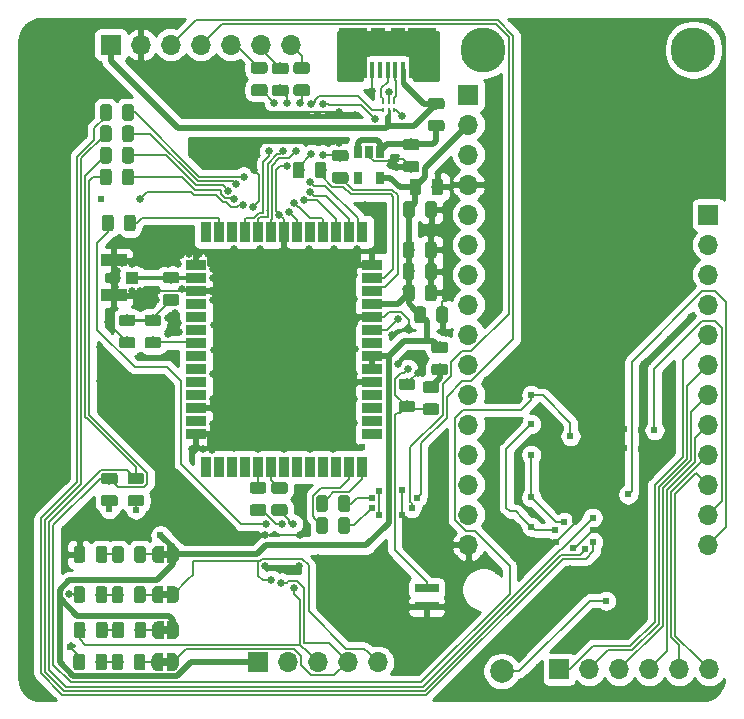
<source format=gbr>
G04 #@! TF.GenerationSoftware,KiCad,Pcbnew,(5.1.4)-1*
G04 #@! TF.CreationDate,2019-11-16T11:50:56-05:00*
G04 #@! TF.ProjectId,Feather-ZED-F9P-GPS,46656174-6865-4722-9d5a-45442d463950,rev?*
G04 #@! TF.SameCoordinates,Original*
G04 #@! TF.FileFunction,Copper,L1,Top*
G04 #@! TF.FilePolarity,Positive*
%FSLAX46Y46*%
G04 Gerber Fmt 4.6, Leading zero omitted, Abs format (unit mm)*
G04 Created by KiCad (PCBNEW (5.1.4)-1) date 2019-11-16 11:50:56*
%MOMM*%
%LPD*%
G04 APERTURE LIST*
%ADD10C,0.100000*%
%ADD11O,1.700000X1.700000*%
%ADD12R,1.700000X1.700000*%
%ADD13C,2.000000*%
%ADD14C,0.500000*%
%ADD15R,0.650000X1.060000*%
%ADD16C,0.975000*%
%ADD17R,1.175000X1.900000*%
%ADD18R,2.375000X1.900000*%
%ADD19R,1.475000X2.100000*%
%ADD20R,0.450000X1.380000*%
%ADD21C,3.800000*%
%ADD22R,2.000000X0.800000*%
%ADD23R,2.200000X1.050000*%
%ADD24R,1.050000X1.000000*%
%ADD25R,1.800000X0.960000*%
%ADD26R,0.960000X1.800000*%
%ADD27R,1.320000X1.320000*%
%ADD28R,0.250000X0.325000*%
%ADD29C,0.660400*%
%ADD30C,0.609600*%
%ADD31C,0.177800*%
%ADD32C,0.152400*%
%ADD33C,0.508000*%
%ADD34C,0.335578*%
%ADD35C,0.254000*%
%ADD36C,0.381000*%
G04 APERTURE END LIST*
D10*
G36*
X56011000Y-89593700D02*
G01*
X56511000Y-89593700D01*
X56511000Y-88993700D01*
X56011000Y-88993700D01*
X56011000Y-89593700D01*
G37*
G36*
X55985600Y-98699600D02*
G01*
X56485600Y-98699600D01*
X56485600Y-98099600D01*
X55985600Y-98099600D01*
X55985600Y-98699600D01*
G37*
G36*
X56036400Y-95994500D02*
G01*
X56536400Y-95994500D01*
X56536400Y-95394500D01*
X56036400Y-95394500D01*
X56036400Y-95994500D01*
G37*
G36*
X55998300Y-92997300D02*
G01*
X56498300Y-92997300D01*
X56498300Y-92397300D01*
X55998300Y-92397300D01*
X55998300Y-92997300D01*
G37*
D11*
X66890900Y-46139100D03*
X64350900Y-46139100D03*
X61810900Y-46139100D03*
X59270900Y-46139100D03*
X56730900Y-46139100D03*
X54190900Y-46139100D03*
D12*
X51650900Y-46139100D03*
D11*
X102311200Y-99021900D03*
X99771200Y-99021900D03*
X97231200Y-99021900D03*
X94691200Y-99021900D03*
X92151200Y-99021900D03*
D12*
X89611200Y-99021900D03*
D13*
X84734400Y-99174300D03*
D11*
X74244200Y-98412300D03*
X71704200Y-98412300D03*
X69164200Y-98412300D03*
X66624200Y-98412300D03*
D12*
X64084200Y-98412300D03*
D14*
X56911000Y-89293700D03*
D10*
G36*
X56411000Y-88543700D02*
G01*
X56911000Y-88543700D01*
X56911000Y-88544302D01*
X56935534Y-88544302D01*
X56984365Y-88549112D01*
X57032490Y-88558684D01*
X57079445Y-88572928D01*
X57124778Y-88591705D01*
X57168051Y-88614836D01*
X57208850Y-88642096D01*
X57246779Y-88673224D01*
X57281476Y-88707921D01*
X57312604Y-88745850D01*
X57339864Y-88786649D01*
X57362995Y-88829922D01*
X57381772Y-88875255D01*
X57396016Y-88922210D01*
X57405588Y-88970335D01*
X57410398Y-89019166D01*
X57410398Y-89043700D01*
X57411000Y-89043700D01*
X57411000Y-89543700D01*
X57410398Y-89543700D01*
X57410398Y-89568234D01*
X57405588Y-89617065D01*
X57396016Y-89665190D01*
X57381772Y-89712145D01*
X57362995Y-89757478D01*
X57339864Y-89800751D01*
X57312604Y-89841550D01*
X57281476Y-89879479D01*
X57246779Y-89914176D01*
X57208850Y-89945304D01*
X57168051Y-89972564D01*
X57124778Y-89995695D01*
X57079445Y-90014472D01*
X57032490Y-90028716D01*
X56984365Y-90038288D01*
X56935534Y-90043098D01*
X56911000Y-90043098D01*
X56911000Y-90043700D01*
X56411000Y-90043700D01*
X56411000Y-88543700D01*
X56411000Y-88543700D01*
G37*
D14*
X55611000Y-89293700D03*
D10*
G36*
X55611000Y-90043098D02*
G01*
X55586466Y-90043098D01*
X55537635Y-90038288D01*
X55489510Y-90028716D01*
X55442555Y-90014472D01*
X55397222Y-89995695D01*
X55353949Y-89972564D01*
X55313150Y-89945304D01*
X55275221Y-89914176D01*
X55240524Y-89879479D01*
X55209396Y-89841550D01*
X55182136Y-89800751D01*
X55159005Y-89757478D01*
X55140228Y-89712145D01*
X55125984Y-89665190D01*
X55116412Y-89617065D01*
X55111602Y-89568234D01*
X55111602Y-89543700D01*
X55111000Y-89543700D01*
X55111000Y-89043700D01*
X55111602Y-89043700D01*
X55111602Y-89019166D01*
X55116412Y-88970335D01*
X55125984Y-88922210D01*
X55140228Y-88875255D01*
X55159005Y-88829922D01*
X55182136Y-88786649D01*
X55209396Y-88745850D01*
X55240524Y-88707921D01*
X55275221Y-88673224D01*
X55313150Y-88642096D01*
X55353949Y-88614836D01*
X55397222Y-88591705D01*
X55442555Y-88572928D01*
X55489510Y-88558684D01*
X55537635Y-88549112D01*
X55586466Y-88544302D01*
X55611000Y-88544302D01*
X55611000Y-88543700D01*
X56111000Y-88543700D01*
X56111000Y-90043700D01*
X55611000Y-90043700D01*
X55611000Y-90043098D01*
X55611000Y-90043098D01*
G37*
D15*
X74432200Y-57411800D03*
X72532200Y-57411800D03*
X72532200Y-55211800D03*
X73482200Y-55211800D03*
X74432200Y-55211800D03*
D10*
G36*
X79677342Y-50633474D02*
G01*
X79701003Y-50636984D01*
X79724207Y-50642796D01*
X79746729Y-50650854D01*
X79768353Y-50661082D01*
X79788870Y-50673379D01*
X79808083Y-50687629D01*
X79825807Y-50703693D01*
X79841871Y-50721417D01*
X79856121Y-50740630D01*
X79868418Y-50761147D01*
X79878646Y-50782771D01*
X79886704Y-50805293D01*
X79892516Y-50828497D01*
X79896026Y-50852158D01*
X79897200Y-50876050D01*
X79897200Y-51363550D01*
X79896026Y-51387442D01*
X79892516Y-51411103D01*
X79886704Y-51434307D01*
X79878646Y-51456829D01*
X79868418Y-51478453D01*
X79856121Y-51498970D01*
X79841871Y-51518183D01*
X79825807Y-51535907D01*
X79808083Y-51551971D01*
X79788870Y-51566221D01*
X79768353Y-51578518D01*
X79746729Y-51588746D01*
X79724207Y-51596804D01*
X79701003Y-51602616D01*
X79677342Y-51606126D01*
X79653450Y-51607300D01*
X78740950Y-51607300D01*
X78717058Y-51606126D01*
X78693397Y-51602616D01*
X78670193Y-51596804D01*
X78647671Y-51588746D01*
X78626047Y-51578518D01*
X78605530Y-51566221D01*
X78586317Y-51551971D01*
X78568593Y-51535907D01*
X78552529Y-51518183D01*
X78538279Y-51498970D01*
X78525982Y-51478453D01*
X78515754Y-51456829D01*
X78507696Y-51434307D01*
X78501884Y-51411103D01*
X78498374Y-51387442D01*
X78497200Y-51363550D01*
X78497200Y-50876050D01*
X78498374Y-50852158D01*
X78501884Y-50828497D01*
X78507696Y-50805293D01*
X78515754Y-50782771D01*
X78525982Y-50761147D01*
X78538279Y-50740630D01*
X78552529Y-50721417D01*
X78568593Y-50703693D01*
X78586317Y-50687629D01*
X78605530Y-50673379D01*
X78626047Y-50661082D01*
X78647671Y-50650854D01*
X78670193Y-50642796D01*
X78693397Y-50636984D01*
X78717058Y-50633474D01*
X78740950Y-50632300D01*
X79653450Y-50632300D01*
X79677342Y-50633474D01*
X79677342Y-50633474D01*
G37*
D16*
X79197200Y-51119800D03*
D10*
G36*
X79677342Y-52508474D02*
G01*
X79701003Y-52511984D01*
X79724207Y-52517796D01*
X79746729Y-52525854D01*
X79768353Y-52536082D01*
X79788870Y-52548379D01*
X79808083Y-52562629D01*
X79825807Y-52578693D01*
X79841871Y-52596417D01*
X79856121Y-52615630D01*
X79868418Y-52636147D01*
X79878646Y-52657771D01*
X79886704Y-52680293D01*
X79892516Y-52703497D01*
X79896026Y-52727158D01*
X79897200Y-52751050D01*
X79897200Y-53238550D01*
X79896026Y-53262442D01*
X79892516Y-53286103D01*
X79886704Y-53309307D01*
X79878646Y-53331829D01*
X79868418Y-53353453D01*
X79856121Y-53373970D01*
X79841871Y-53393183D01*
X79825807Y-53410907D01*
X79808083Y-53426971D01*
X79788870Y-53441221D01*
X79768353Y-53453518D01*
X79746729Y-53463746D01*
X79724207Y-53471804D01*
X79701003Y-53477616D01*
X79677342Y-53481126D01*
X79653450Y-53482300D01*
X78740950Y-53482300D01*
X78717058Y-53481126D01*
X78693397Y-53477616D01*
X78670193Y-53471804D01*
X78647671Y-53463746D01*
X78626047Y-53453518D01*
X78605530Y-53441221D01*
X78586317Y-53426971D01*
X78568593Y-53410907D01*
X78552529Y-53393183D01*
X78538279Y-53373970D01*
X78525982Y-53353453D01*
X78515754Y-53331829D01*
X78507696Y-53309307D01*
X78501884Y-53286103D01*
X78498374Y-53262442D01*
X78497200Y-53238550D01*
X78497200Y-52751050D01*
X78498374Y-52727158D01*
X78501884Y-52703497D01*
X78507696Y-52680293D01*
X78515754Y-52657771D01*
X78525982Y-52636147D01*
X78538279Y-52615630D01*
X78552529Y-52596417D01*
X78568593Y-52578693D01*
X78586317Y-52562629D01*
X78605530Y-52548379D01*
X78626047Y-52536082D01*
X78647671Y-52525854D01*
X78670193Y-52517796D01*
X78693397Y-52511984D01*
X78717058Y-52508474D01*
X78740950Y-52507300D01*
X79653450Y-52507300D01*
X79677342Y-52508474D01*
X79677342Y-52508474D01*
G37*
D16*
X79197200Y-52994800D03*
D10*
G36*
X79564142Y-57479874D02*
G01*
X79587803Y-57483384D01*
X79611007Y-57489196D01*
X79633529Y-57497254D01*
X79655153Y-57507482D01*
X79675670Y-57519779D01*
X79694883Y-57534029D01*
X79712607Y-57550093D01*
X79728671Y-57567817D01*
X79742921Y-57587030D01*
X79755218Y-57607547D01*
X79765446Y-57629171D01*
X79773504Y-57651693D01*
X79779316Y-57674897D01*
X79782826Y-57698558D01*
X79784000Y-57722450D01*
X79784000Y-58634950D01*
X79782826Y-58658842D01*
X79779316Y-58682503D01*
X79773504Y-58705707D01*
X79765446Y-58728229D01*
X79755218Y-58749853D01*
X79742921Y-58770370D01*
X79728671Y-58789583D01*
X79712607Y-58807307D01*
X79694883Y-58823371D01*
X79675670Y-58837621D01*
X79655153Y-58849918D01*
X79633529Y-58860146D01*
X79611007Y-58868204D01*
X79587803Y-58874016D01*
X79564142Y-58877526D01*
X79540250Y-58878700D01*
X79052750Y-58878700D01*
X79028858Y-58877526D01*
X79005197Y-58874016D01*
X78981993Y-58868204D01*
X78959471Y-58860146D01*
X78937847Y-58849918D01*
X78917330Y-58837621D01*
X78898117Y-58823371D01*
X78880393Y-58807307D01*
X78864329Y-58789583D01*
X78850079Y-58770370D01*
X78837782Y-58749853D01*
X78827554Y-58728229D01*
X78819496Y-58705707D01*
X78813684Y-58682503D01*
X78810174Y-58658842D01*
X78809000Y-58634950D01*
X78809000Y-57722450D01*
X78810174Y-57698558D01*
X78813684Y-57674897D01*
X78819496Y-57651693D01*
X78827554Y-57629171D01*
X78837782Y-57607547D01*
X78850079Y-57587030D01*
X78864329Y-57567817D01*
X78880393Y-57550093D01*
X78898117Y-57534029D01*
X78917330Y-57519779D01*
X78937847Y-57507482D01*
X78959471Y-57497254D01*
X78981993Y-57489196D01*
X79005197Y-57483384D01*
X79028858Y-57479874D01*
X79052750Y-57478700D01*
X79540250Y-57478700D01*
X79564142Y-57479874D01*
X79564142Y-57479874D01*
G37*
D16*
X79296500Y-58178700D03*
D10*
G36*
X77689142Y-57479874D02*
G01*
X77712803Y-57483384D01*
X77736007Y-57489196D01*
X77758529Y-57497254D01*
X77780153Y-57507482D01*
X77800670Y-57519779D01*
X77819883Y-57534029D01*
X77837607Y-57550093D01*
X77853671Y-57567817D01*
X77867921Y-57587030D01*
X77880218Y-57607547D01*
X77890446Y-57629171D01*
X77898504Y-57651693D01*
X77904316Y-57674897D01*
X77907826Y-57698558D01*
X77909000Y-57722450D01*
X77909000Y-58634950D01*
X77907826Y-58658842D01*
X77904316Y-58682503D01*
X77898504Y-58705707D01*
X77890446Y-58728229D01*
X77880218Y-58749853D01*
X77867921Y-58770370D01*
X77853671Y-58789583D01*
X77837607Y-58807307D01*
X77819883Y-58823371D01*
X77800670Y-58837621D01*
X77780153Y-58849918D01*
X77758529Y-58860146D01*
X77736007Y-58868204D01*
X77712803Y-58874016D01*
X77689142Y-58877526D01*
X77665250Y-58878700D01*
X77177750Y-58878700D01*
X77153858Y-58877526D01*
X77130197Y-58874016D01*
X77106993Y-58868204D01*
X77084471Y-58860146D01*
X77062847Y-58849918D01*
X77042330Y-58837621D01*
X77023117Y-58823371D01*
X77005393Y-58807307D01*
X76989329Y-58789583D01*
X76975079Y-58770370D01*
X76962782Y-58749853D01*
X76952554Y-58728229D01*
X76944496Y-58705707D01*
X76938684Y-58682503D01*
X76935174Y-58658842D01*
X76934000Y-58634950D01*
X76934000Y-57722450D01*
X76935174Y-57698558D01*
X76938684Y-57674897D01*
X76944496Y-57651693D01*
X76952554Y-57629171D01*
X76962782Y-57607547D01*
X76975079Y-57587030D01*
X76989329Y-57567817D01*
X77005393Y-57550093D01*
X77023117Y-57534029D01*
X77042330Y-57519779D01*
X77062847Y-57507482D01*
X77084471Y-57497254D01*
X77106993Y-57489196D01*
X77130197Y-57483384D01*
X77153858Y-57479874D01*
X77177750Y-57478700D01*
X77665250Y-57478700D01*
X77689142Y-57479874D01*
X77689142Y-57479874D01*
G37*
D16*
X77421500Y-58178700D03*
D10*
G36*
X79030742Y-59384874D02*
G01*
X79054403Y-59388384D01*
X79077607Y-59394196D01*
X79100129Y-59402254D01*
X79121753Y-59412482D01*
X79142270Y-59424779D01*
X79161483Y-59439029D01*
X79179207Y-59455093D01*
X79195271Y-59472817D01*
X79209521Y-59492030D01*
X79221818Y-59512547D01*
X79232046Y-59534171D01*
X79240104Y-59556693D01*
X79245916Y-59579897D01*
X79249426Y-59603558D01*
X79250600Y-59627450D01*
X79250600Y-60539950D01*
X79249426Y-60563842D01*
X79245916Y-60587503D01*
X79240104Y-60610707D01*
X79232046Y-60633229D01*
X79221818Y-60654853D01*
X79209521Y-60675370D01*
X79195271Y-60694583D01*
X79179207Y-60712307D01*
X79161483Y-60728371D01*
X79142270Y-60742621D01*
X79121753Y-60754918D01*
X79100129Y-60765146D01*
X79077607Y-60773204D01*
X79054403Y-60779016D01*
X79030742Y-60782526D01*
X79006850Y-60783700D01*
X78519350Y-60783700D01*
X78495458Y-60782526D01*
X78471797Y-60779016D01*
X78448593Y-60773204D01*
X78426071Y-60765146D01*
X78404447Y-60754918D01*
X78383930Y-60742621D01*
X78364717Y-60728371D01*
X78346993Y-60712307D01*
X78330929Y-60694583D01*
X78316679Y-60675370D01*
X78304382Y-60654853D01*
X78294154Y-60633229D01*
X78286096Y-60610707D01*
X78280284Y-60587503D01*
X78276774Y-60563842D01*
X78275600Y-60539950D01*
X78275600Y-59627450D01*
X78276774Y-59603558D01*
X78280284Y-59579897D01*
X78286096Y-59556693D01*
X78294154Y-59534171D01*
X78304382Y-59512547D01*
X78316679Y-59492030D01*
X78330929Y-59472817D01*
X78346993Y-59455093D01*
X78364717Y-59439029D01*
X78383930Y-59424779D01*
X78404447Y-59412482D01*
X78426071Y-59402254D01*
X78448593Y-59394196D01*
X78471797Y-59388384D01*
X78495458Y-59384874D01*
X78519350Y-59383700D01*
X79006850Y-59383700D01*
X79030742Y-59384874D01*
X79030742Y-59384874D01*
G37*
D16*
X78763100Y-60083700D03*
D10*
G36*
X77155742Y-59384874D02*
G01*
X77179403Y-59388384D01*
X77202607Y-59394196D01*
X77225129Y-59402254D01*
X77246753Y-59412482D01*
X77267270Y-59424779D01*
X77286483Y-59439029D01*
X77304207Y-59455093D01*
X77320271Y-59472817D01*
X77334521Y-59492030D01*
X77346818Y-59512547D01*
X77357046Y-59534171D01*
X77365104Y-59556693D01*
X77370916Y-59579897D01*
X77374426Y-59603558D01*
X77375600Y-59627450D01*
X77375600Y-60539950D01*
X77374426Y-60563842D01*
X77370916Y-60587503D01*
X77365104Y-60610707D01*
X77357046Y-60633229D01*
X77346818Y-60654853D01*
X77334521Y-60675370D01*
X77320271Y-60694583D01*
X77304207Y-60712307D01*
X77286483Y-60728371D01*
X77267270Y-60742621D01*
X77246753Y-60754918D01*
X77225129Y-60765146D01*
X77202607Y-60773204D01*
X77179403Y-60779016D01*
X77155742Y-60782526D01*
X77131850Y-60783700D01*
X76644350Y-60783700D01*
X76620458Y-60782526D01*
X76596797Y-60779016D01*
X76573593Y-60773204D01*
X76551071Y-60765146D01*
X76529447Y-60754918D01*
X76508930Y-60742621D01*
X76489717Y-60728371D01*
X76471993Y-60712307D01*
X76455929Y-60694583D01*
X76441679Y-60675370D01*
X76429382Y-60654853D01*
X76419154Y-60633229D01*
X76411096Y-60610707D01*
X76405284Y-60587503D01*
X76401774Y-60563842D01*
X76400600Y-60539950D01*
X76400600Y-59627450D01*
X76401774Y-59603558D01*
X76405284Y-59579897D01*
X76411096Y-59556693D01*
X76419154Y-59534171D01*
X76429382Y-59512547D01*
X76441679Y-59492030D01*
X76455929Y-59472817D01*
X76471993Y-59455093D01*
X76489717Y-59439029D01*
X76508930Y-59424779D01*
X76529447Y-59412482D01*
X76551071Y-59402254D01*
X76573593Y-59394196D01*
X76596797Y-59388384D01*
X76620458Y-59384874D01*
X76644350Y-59383700D01*
X77131850Y-59383700D01*
X77155742Y-59384874D01*
X77155742Y-59384874D01*
G37*
D16*
X76888100Y-60083700D03*
D10*
G36*
X77556442Y-55975574D02*
G01*
X77580103Y-55979084D01*
X77603307Y-55984896D01*
X77625829Y-55992954D01*
X77647453Y-56003182D01*
X77667970Y-56015479D01*
X77687183Y-56029729D01*
X77704907Y-56045793D01*
X77720971Y-56063517D01*
X77735221Y-56082730D01*
X77747518Y-56103247D01*
X77757746Y-56124871D01*
X77765804Y-56147393D01*
X77771616Y-56170597D01*
X77775126Y-56194258D01*
X77776300Y-56218150D01*
X77776300Y-56705650D01*
X77775126Y-56729542D01*
X77771616Y-56753203D01*
X77765804Y-56776407D01*
X77757746Y-56798929D01*
X77747518Y-56820553D01*
X77735221Y-56841070D01*
X77720971Y-56860283D01*
X77704907Y-56878007D01*
X77687183Y-56894071D01*
X77667970Y-56908321D01*
X77647453Y-56920618D01*
X77625829Y-56930846D01*
X77603307Y-56938904D01*
X77580103Y-56944716D01*
X77556442Y-56948226D01*
X77532550Y-56949400D01*
X76620050Y-56949400D01*
X76596158Y-56948226D01*
X76572497Y-56944716D01*
X76549293Y-56938904D01*
X76526771Y-56930846D01*
X76505147Y-56920618D01*
X76484630Y-56908321D01*
X76465417Y-56894071D01*
X76447693Y-56878007D01*
X76431629Y-56860283D01*
X76417379Y-56841070D01*
X76405082Y-56820553D01*
X76394854Y-56798929D01*
X76386796Y-56776407D01*
X76380984Y-56753203D01*
X76377474Y-56729542D01*
X76376300Y-56705650D01*
X76376300Y-56218150D01*
X76377474Y-56194258D01*
X76380984Y-56170597D01*
X76386796Y-56147393D01*
X76394854Y-56124871D01*
X76405082Y-56103247D01*
X76417379Y-56082730D01*
X76431629Y-56063517D01*
X76447693Y-56045793D01*
X76465417Y-56029729D01*
X76484630Y-56015479D01*
X76505147Y-56003182D01*
X76526771Y-55992954D01*
X76549293Y-55984896D01*
X76572497Y-55979084D01*
X76596158Y-55975574D01*
X76620050Y-55974400D01*
X77532550Y-55974400D01*
X77556442Y-55975574D01*
X77556442Y-55975574D01*
G37*
D16*
X77076300Y-56461900D03*
D10*
G36*
X77556442Y-54100574D02*
G01*
X77580103Y-54104084D01*
X77603307Y-54109896D01*
X77625829Y-54117954D01*
X77647453Y-54128182D01*
X77667970Y-54140479D01*
X77687183Y-54154729D01*
X77704907Y-54170793D01*
X77720971Y-54188517D01*
X77735221Y-54207730D01*
X77747518Y-54228247D01*
X77757746Y-54249871D01*
X77765804Y-54272393D01*
X77771616Y-54295597D01*
X77775126Y-54319258D01*
X77776300Y-54343150D01*
X77776300Y-54830650D01*
X77775126Y-54854542D01*
X77771616Y-54878203D01*
X77765804Y-54901407D01*
X77757746Y-54923929D01*
X77747518Y-54945553D01*
X77735221Y-54966070D01*
X77720971Y-54985283D01*
X77704907Y-55003007D01*
X77687183Y-55019071D01*
X77667970Y-55033321D01*
X77647453Y-55045618D01*
X77625829Y-55055846D01*
X77603307Y-55063904D01*
X77580103Y-55069716D01*
X77556442Y-55073226D01*
X77532550Y-55074400D01*
X76620050Y-55074400D01*
X76596158Y-55073226D01*
X76572497Y-55069716D01*
X76549293Y-55063904D01*
X76526771Y-55055846D01*
X76505147Y-55045618D01*
X76484630Y-55033321D01*
X76465417Y-55019071D01*
X76447693Y-55003007D01*
X76431629Y-54985283D01*
X76417379Y-54966070D01*
X76405082Y-54945553D01*
X76394854Y-54923929D01*
X76386796Y-54901407D01*
X76380984Y-54878203D01*
X76377474Y-54854542D01*
X76376300Y-54830650D01*
X76376300Y-54343150D01*
X76377474Y-54319258D01*
X76380984Y-54295597D01*
X76386796Y-54272393D01*
X76394854Y-54249871D01*
X76405082Y-54228247D01*
X76417379Y-54207730D01*
X76431629Y-54188517D01*
X76447693Y-54170793D01*
X76465417Y-54154729D01*
X76484630Y-54140479D01*
X76505147Y-54128182D01*
X76526771Y-54117954D01*
X76549293Y-54109896D01*
X76572497Y-54104084D01*
X76596158Y-54100574D01*
X76620050Y-54099400D01*
X77532550Y-54099400D01*
X77556442Y-54100574D01*
X77556442Y-54100574D01*
G37*
D16*
X77076300Y-54586900D03*
D17*
X74242400Y-45624900D03*
X75922400Y-45624900D03*
D18*
X72172400Y-45624900D03*
X77992400Y-45624900D03*
D19*
X72619900Y-47924900D03*
X77544900Y-47924900D03*
D20*
X73782400Y-48284900D03*
X74432400Y-48284900D03*
X75082400Y-48284900D03*
X75732400Y-48284900D03*
X76382400Y-48284900D03*
D10*
G36*
X79970542Y-68300274D02*
G01*
X79994203Y-68303784D01*
X80017407Y-68309596D01*
X80039929Y-68317654D01*
X80061553Y-68327882D01*
X80082070Y-68340179D01*
X80101283Y-68354429D01*
X80119007Y-68370493D01*
X80135071Y-68388217D01*
X80149321Y-68407430D01*
X80161618Y-68427947D01*
X80171846Y-68449571D01*
X80179904Y-68472093D01*
X80185716Y-68495297D01*
X80189226Y-68518958D01*
X80190400Y-68542850D01*
X80190400Y-69455350D01*
X80189226Y-69479242D01*
X80185716Y-69502903D01*
X80179904Y-69526107D01*
X80171846Y-69548629D01*
X80161618Y-69570253D01*
X80149321Y-69590770D01*
X80135071Y-69609983D01*
X80119007Y-69627707D01*
X80101283Y-69643771D01*
X80082070Y-69658021D01*
X80061553Y-69670318D01*
X80039929Y-69680546D01*
X80017407Y-69688604D01*
X79994203Y-69694416D01*
X79970542Y-69697926D01*
X79946650Y-69699100D01*
X79459150Y-69699100D01*
X79435258Y-69697926D01*
X79411597Y-69694416D01*
X79388393Y-69688604D01*
X79365871Y-69680546D01*
X79344247Y-69670318D01*
X79323730Y-69658021D01*
X79304517Y-69643771D01*
X79286793Y-69627707D01*
X79270729Y-69609983D01*
X79256479Y-69590770D01*
X79244182Y-69570253D01*
X79233954Y-69548629D01*
X79225896Y-69526107D01*
X79220084Y-69502903D01*
X79216574Y-69479242D01*
X79215400Y-69455350D01*
X79215400Y-68542850D01*
X79216574Y-68518958D01*
X79220084Y-68495297D01*
X79225896Y-68472093D01*
X79233954Y-68449571D01*
X79244182Y-68427947D01*
X79256479Y-68407430D01*
X79270729Y-68388217D01*
X79286793Y-68370493D01*
X79304517Y-68354429D01*
X79323730Y-68340179D01*
X79344247Y-68327882D01*
X79365871Y-68317654D01*
X79388393Y-68309596D01*
X79411597Y-68303784D01*
X79435258Y-68300274D01*
X79459150Y-68299100D01*
X79946650Y-68299100D01*
X79970542Y-68300274D01*
X79970542Y-68300274D01*
G37*
D16*
X79702900Y-68999100D03*
D10*
G36*
X78095542Y-68300274D02*
G01*
X78119203Y-68303784D01*
X78142407Y-68309596D01*
X78164929Y-68317654D01*
X78186553Y-68327882D01*
X78207070Y-68340179D01*
X78226283Y-68354429D01*
X78244007Y-68370493D01*
X78260071Y-68388217D01*
X78274321Y-68407430D01*
X78286618Y-68427947D01*
X78296846Y-68449571D01*
X78304904Y-68472093D01*
X78310716Y-68495297D01*
X78314226Y-68518958D01*
X78315400Y-68542850D01*
X78315400Y-69455350D01*
X78314226Y-69479242D01*
X78310716Y-69502903D01*
X78304904Y-69526107D01*
X78296846Y-69548629D01*
X78286618Y-69570253D01*
X78274321Y-69590770D01*
X78260071Y-69609983D01*
X78244007Y-69627707D01*
X78226283Y-69643771D01*
X78207070Y-69658021D01*
X78186553Y-69670318D01*
X78164929Y-69680546D01*
X78142407Y-69688604D01*
X78119203Y-69694416D01*
X78095542Y-69697926D01*
X78071650Y-69699100D01*
X77584150Y-69699100D01*
X77560258Y-69697926D01*
X77536597Y-69694416D01*
X77513393Y-69688604D01*
X77490871Y-69680546D01*
X77469247Y-69670318D01*
X77448730Y-69658021D01*
X77429517Y-69643771D01*
X77411793Y-69627707D01*
X77395729Y-69609983D01*
X77381479Y-69590770D01*
X77369182Y-69570253D01*
X77358954Y-69548629D01*
X77350896Y-69526107D01*
X77345084Y-69502903D01*
X77341574Y-69479242D01*
X77340400Y-69455350D01*
X77340400Y-68542850D01*
X77341574Y-68518958D01*
X77345084Y-68495297D01*
X77350896Y-68472093D01*
X77358954Y-68449571D01*
X77369182Y-68427947D01*
X77381479Y-68407430D01*
X77395729Y-68388217D01*
X77411793Y-68370493D01*
X77429517Y-68354429D01*
X77448730Y-68340179D01*
X77469247Y-68327882D01*
X77490871Y-68317654D01*
X77513393Y-68309596D01*
X77536597Y-68303784D01*
X77560258Y-68300274D01*
X77584150Y-68299100D01*
X78071650Y-68299100D01*
X78095542Y-68300274D01*
X78095542Y-68300274D01*
G37*
D16*
X77827900Y-68999100D03*
D11*
X81927700Y-88468200D03*
X81927700Y-85928200D03*
X81927700Y-83388200D03*
X81927700Y-80848200D03*
X81927700Y-78308200D03*
X81927700Y-75768200D03*
X81927700Y-73228200D03*
X81927700Y-70688200D03*
X81927700Y-68148200D03*
X81927700Y-65608200D03*
X81927700Y-63068200D03*
X81927700Y-60528200D03*
X81927700Y-57988200D03*
X81927700Y-55448200D03*
X81927700Y-52908200D03*
D12*
X81927700Y-50368200D03*
D11*
X102247700Y-88468200D03*
X102247700Y-85928200D03*
X102247700Y-83388200D03*
X102247700Y-80848200D03*
X102247700Y-78308200D03*
X102247700Y-75768200D03*
X102247700Y-73228200D03*
X102247700Y-70688200D03*
X102247700Y-68148200D03*
X102247700Y-65608200D03*
X102247700Y-63068200D03*
D12*
X102247700Y-60528200D03*
D21*
X83197700Y-46558200D03*
X100977700Y-46558200D03*
D10*
G36*
X54239242Y-84245774D02*
G01*
X54262903Y-84249284D01*
X54286107Y-84255096D01*
X54308629Y-84263154D01*
X54330253Y-84273382D01*
X54350770Y-84285679D01*
X54369983Y-84299929D01*
X54387707Y-84315993D01*
X54403771Y-84333717D01*
X54418021Y-84352930D01*
X54430318Y-84373447D01*
X54440546Y-84395071D01*
X54448604Y-84417593D01*
X54454416Y-84440797D01*
X54457926Y-84464458D01*
X54459100Y-84488350D01*
X54459100Y-84975850D01*
X54457926Y-84999742D01*
X54454416Y-85023403D01*
X54448604Y-85046607D01*
X54440546Y-85069129D01*
X54430318Y-85090753D01*
X54418021Y-85111270D01*
X54403771Y-85130483D01*
X54387707Y-85148207D01*
X54369983Y-85164271D01*
X54350770Y-85178521D01*
X54330253Y-85190818D01*
X54308629Y-85201046D01*
X54286107Y-85209104D01*
X54262903Y-85214916D01*
X54239242Y-85218426D01*
X54215350Y-85219600D01*
X53302850Y-85219600D01*
X53278958Y-85218426D01*
X53255297Y-85214916D01*
X53232093Y-85209104D01*
X53209571Y-85201046D01*
X53187947Y-85190818D01*
X53167430Y-85178521D01*
X53148217Y-85164271D01*
X53130493Y-85148207D01*
X53114429Y-85130483D01*
X53100179Y-85111270D01*
X53087882Y-85090753D01*
X53077654Y-85069129D01*
X53069596Y-85046607D01*
X53063784Y-85023403D01*
X53060274Y-84999742D01*
X53059100Y-84975850D01*
X53059100Y-84488350D01*
X53060274Y-84464458D01*
X53063784Y-84440797D01*
X53069596Y-84417593D01*
X53077654Y-84395071D01*
X53087882Y-84373447D01*
X53100179Y-84352930D01*
X53114429Y-84333717D01*
X53130493Y-84315993D01*
X53148217Y-84299929D01*
X53167430Y-84285679D01*
X53187947Y-84273382D01*
X53209571Y-84263154D01*
X53232093Y-84255096D01*
X53255297Y-84249284D01*
X53278958Y-84245774D01*
X53302850Y-84244600D01*
X54215350Y-84244600D01*
X54239242Y-84245774D01*
X54239242Y-84245774D01*
G37*
D16*
X53759100Y-84732100D03*
D10*
G36*
X54239242Y-82370774D02*
G01*
X54262903Y-82374284D01*
X54286107Y-82380096D01*
X54308629Y-82388154D01*
X54330253Y-82398382D01*
X54350770Y-82410679D01*
X54369983Y-82424929D01*
X54387707Y-82440993D01*
X54403771Y-82458717D01*
X54418021Y-82477930D01*
X54430318Y-82498447D01*
X54440546Y-82520071D01*
X54448604Y-82542593D01*
X54454416Y-82565797D01*
X54457926Y-82589458D01*
X54459100Y-82613350D01*
X54459100Y-83100850D01*
X54457926Y-83124742D01*
X54454416Y-83148403D01*
X54448604Y-83171607D01*
X54440546Y-83194129D01*
X54430318Y-83215753D01*
X54418021Y-83236270D01*
X54403771Y-83255483D01*
X54387707Y-83273207D01*
X54369983Y-83289271D01*
X54350770Y-83303521D01*
X54330253Y-83315818D01*
X54308629Y-83326046D01*
X54286107Y-83334104D01*
X54262903Y-83339916D01*
X54239242Y-83343426D01*
X54215350Y-83344600D01*
X53302850Y-83344600D01*
X53278958Y-83343426D01*
X53255297Y-83339916D01*
X53232093Y-83334104D01*
X53209571Y-83326046D01*
X53187947Y-83315818D01*
X53167430Y-83303521D01*
X53148217Y-83289271D01*
X53130493Y-83273207D01*
X53114429Y-83255483D01*
X53100179Y-83236270D01*
X53087882Y-83215753D01*
X53077654Y-83194129D01*
X53069596Y-83171607D01*
X53063784Y-83148403D01*
X53060274Y-83124742D01*
X53059100Y-83100850D01*
X53059100Y-82613350D01*
X53060274Y-82589458D01*
X53063784Y-82565797D01*
X53069596Y-82542593D01*
X53077654Y-82520071D01*
X53087882Y-82498447D01*
X53100179Y-82477930D01*
X53114429Y-82458717D01*
X53130493Y-82440993D01*
X53148217Y-82424929D01*
X53167430Y-82410679D01*
X53187947Y-82398382D01*
X53209571Y-82388154D01*
X53232093Y-82380096D01*
X53255297Y-82374284D01*
X53278958Y-82370774D01*
X53302850Y-82369600D01*
X54215350Y-82369600D01*
X54239242Y-82370774D01*
X54239242Y-82370774D01*
G37*
D16*
X53759100Y-82857100D03*
D10*
G36*
X52004042Y-84258474D02*
G01*
X52027703Y-84261984D01*
X52050907Y-84267796D01*
X52073429Y-84275854D01*
X52095053Y-84286082D01*
X52115570Y-84298379D01*
X52134783Y-84312629D01*
X52152507Y-84328693D01*
X52168571Y-84346417D01*
X52182821Y-84365630D01*
X52195118Y-84386147D01*
X52205346Y-84407771D01*
X52213404Y-84430293D01*
X52219216Y-84453497D01*
X52222726Y-84477158D01*
X52223900Y-84501050D01*
X52223900Y-84988550D01*
X52222726Y-85012442D01*
X52219216Y-85036103D01*
X52213404Y-85059307D01*
X52205346Y-85081829D01*
X52195118Y-85103453D01*
X52182821Y-85123970D01*
X52168571Y-85143183D01*
X52152507Y-85160907D01*
X52134783Y-85176971D01*
X52115570Y-85191221D01*
X52095053Y-85203518D01*
X52073429Y-85213746D01*
X52050907Y-85221804D01*
X52027703Y-85227616D01*
X52004042Y-85231126D01*
X51980150Y-85232300D01*
X51067650Y-85232300D01*
X51043758Y-85231126D01*
X51020097Y-85227616D01*
X50996893Y-85221804D01*
X50974371Y-85213746D01*
X50952747Y-85203518D01*
X50932230Y-85191221D01*
X50913017Y-85176971D01*
X50895293Y-85160907D01*
X50879229Y-85143183D01*
X50864979Y-85123970D01*
X50852682Y-85103453D01*
X50842454Y-85081829D01*
X50834396Y-85059307D01*
X50828584Y-85036103D01*
X50825074Y-85012442D01*
X50823900Y-84988550D01*
X50823900Y-84501050D01*
X50825074Y-84477158D01*
X50828584Y-84453497D01*
X50834396Y-84430293D01*
X50842454Y-84407771D01*
X50852682Y-84386147D01*
X50864979Y-84365630D01*
X50879229Y-84346417D01*
X50895293Y-84328693D01*
X50913017Y-84312629D01*
X50932230Y-84298379D01*
X50952747Y-84286082D01*
X50974371Y-84275854D01*
X50996893Y-84267796D01*
X51020097Y-84261984D01*
X51043758Y-84258474D01*
X51067650Y-84257300D01*
X51980150Y-84257300D01*
X52004042Y-84258474D01*
X52004042Y-84258474D01*
G37*
D16*
X51523900Y-84744800D03*
D10*
G36*
X52004042Y-82383474D02*
G01*
X52027703Y-82386984D01*
X52050907Y-82392796D01*
X52073429Y-82400854D01*
X52095053Y-82411082D01*
X52115570Y-82423379D01*
X52134783Y-82437629D01*
X52152507Y-82453693D01*
X52168571Y-82471417D01*
X52182821Y-82490630D01*
X52195118Y-82511147D01*
X52205346Y-82532771D01*
X52213404Y-82555293D01*
X52219216Y-82578497D01*
X52222726Y-82602158D01*
X52223900Y-82626050D01*
X52223900Y-83113550D01*
X52222726Y-83137442D01*
X52219216Y-83161103D01*
X52213404Y-83184307D01*
X52205346Y-83206829D01*
X52195118Y-83228453D01*
X52182821Y-83248970D01*
X52168571Y-83268183D01*
X52152507Y-83285907D01*
X52134783Y-83301971D01*
X52115570Y-83316221D01*
X52095053Y-83328518D01*
X52073429Y-83338746D01*
X52050907Y-83346804D01*
X52027703Y-83352616D01*
X52004042Y-83356126D01*
X51980150Y-83357300D01*
X51067650Y-83357300D01*
X51043758Y-83356126D01*
X51020097Y-83352616D01*
X50996893Y-83346804D01*
X50974371Y-83338746D01*
X50952747Y-83328518D01*
X50932230Y-83316221D01*
X50913017Y-83301971D01*
X50895293Y-83285907D01*
X50879229Y-83268183D01*
X50864979Y-83248970D01*
X50852682Y-83228453D01*
X50842454Y-83206829D01*
X50834396Y-83184307D01*
X50828584Y-83161103D01*
X50825074Y-83137442D01*
X50823900Y-83113550D01*
X50823900Y-82626050D01*
X50825074Y-82602158D01*
X50828584Y-82578497D01*
X50834396Y-82555293D01*
X50842454Y-82532771D01*
X50852682Y-82511147D01*
X50864979Y-82490630D01*
X50879229Y-82471417D01*
X50895293Y-82453693D01*
X50913017Y-82437629D01*
X50932230Y-82423379D01*
X50952747Y-82411082D01*
X50974371Y-82400854D01*
X50996893Y-82392796D01*
X51020097Y-82386984D01*
X51043758Y-82383474D01*
X51067650Y-82382300D01*
X51980150Y-82382300D01*
X52004042Y-82383474D01*
X52004042Y-82383474D01*
G37*
D16*
X51523900Y-82869800D03*
D10*
G36*
X66482042Y-49523974D02*
G01*
X66505703Y-49527484D01*
X66528907Y-49533296D01*
X66551429Y-49541354D01*
X66573053Y-49551582D01*
X66593570Y-49563879D01*
X66612783Y-49578129D01*
X66630507Y-49594193D01*
X66646571Y-49611917D01*
X66660821Y-49631130D01*
X66673118Y-49651647D01*
X66683346Y-49673271D01*
X66691404Y-49695793D01*
X66697216Y-49718997D01*
X66700726Y-49742658D01*
X66701900Y-49766550D01*
X66701900Y-50254050D01*
X66700726Y-50277942D01*
X66697216Y-50301603D01*
X66691404Y-50324807D01*
X66683346Y-50347329D01*
X66673118Y-50368953D01*
X66660821Y-50389470D01*
X66646571Y-50408683D01*
X66630507Y-50426407D01*
X66612783Y-50442471D01*
X66593570Y-50456721D01*
X66573053Y-50469018D01*
X66551429Y-50479246D01*
X66528907Y-50487304D01*
X66505703Y-50493116D01*
X66482042Y-50496626D01*
X66458150Y-50497800D01*
X65545650Y-50497800D01*
X65521758Y-50496626D01*
X65498097Y-50493116D01*
X65474893Y-50487304D01*
X65452371Y-50479246D01*
X65430747Y-50469018D01*
X65410230Y-50456721D01*
X65391017Y-50442471D01*
X65373293Y-50426407D01*
X65357229Y-50408683D01*
X65342979Y-50389470D01*
X65330682Y-50368953D01*
X65320454Y-50347329D01*
X65312396Y-50324807D01*
X65306584Y-50301603D01*
X65303074Y-50277942D01*
X65301900Y-50254050D01*
X65301900Y-49766550D01*
X65303074Y-49742658D01*
X65306584Y-49718997D01*
X65312396Y-49695793D01*
X65320454Y-49673271D01*
X65330682Y-49651647D01*
X65342979Y-49631130D01*
X65357229Y-49611917D01*
X65373293Y-49594193D01*
X65391017Y-49578129D01*
X65410230Y-49563879D01*
X65430747Y-49551582D01*
X65452371Y-49541354D01*
X65474893Y-49533296D01*
X65498097Y-49527484D01*
X65521758Y-49523974D01*
X65545650Y-49522800D01*
X66458150Y-49522800D01*
X66482042Y-49523974D01*
X66482042Y-49523974D01*
G37*
D16*
X66001900Y-50010300D03*
D10*
G36*
X66482042Y-47648974D02*
G01*
X66505703Y-47652484D01*
X66528907Y-47658296D01*
X66551429Y-47666354D01*
X66573053Y-47676582D01*
X66593570Y-47688879D01*
X66612783Y-47703129D01*
X66630507Y-47719193D01*
X66646571Y-47736917D01*
X66660821Y-47756130D01*
X66673118Y-47776647D01*
X66683346Y-47798271D01*
X66691404Y-47820793D01*
X66697216Y-47843997D01*
X66700726Y-47867658D01*
X66701900Y-47891550D01*
X66701900Y-48379050D01*
X66700726Y-48402942D01*
X66697216Y-48426603D01*
X66691404Y-48449807D01*
X66683346Y-48472329D01*
X66673118Y-48493953D01*
X66660821Y-48514470D01*
X66646571Y-48533683D01*
X66630507Y-48551407D01*
X66612783Y-48567471D01*
X66593570Y-48581721D01*
X66573053Y-48594018D01*
X66551429Y-48604246D01*
X66528907Y-48612304D01*
X66505703Y-48618116D01*
X66482042Y-48621626D01*
X66458150Y-48622800D01*
X65545650Y-48622800D01*
X65521758Y-48621626D01*
X65498097Y-48618116D01*
X65474893Y-48612304D01*
X65452371Y-48604246D01*
X65430747Y-48594018D01*
X65410230Y-48581721D01*
X65391017Y-48567471D01*
X65373293Y-48551407D01*
X65357229Y-48533683D01*
X65342979Y-48514470D01*
X65330682Y-48493953D01*
X65320454Y-48472329D01*
X65312396Y-48449807D01*
X65306584Y-48426603D01*
X65303074Y-48402942D01*
X65301900Y-48379050D01*
X65301900Y-47891550D01*
X65303074Y-47867658D01*
X65306584Y-47843997D01*
X65312396Y-47820793D01*
X65320454Y-47798271D01*
X65330682Y-47776647D01*
X65342979Y-47756130D01*
X65357229Y-47736917D01*
X65373293Y-47719193D01*
X65391017Y-47703129D01*
X65410230Y-47688879D01*
X65430747Y-47676582D01*
X65452371Y-47666354D01*
X65474893Y-47658296D01*
X65498097Y-47652484D01*
X65521758Y-47648974D01*
X65545650Y-47647800D01*
X66458150Y-47647800D01*
X66482042Y-47648974D01*
X66482042Y-47648974D01*
G37*
D16*
X66001900Y-48135300D03*
D10*
G36*
X53529142Y-60527874D02*
G01*
X53552803Y-60531384D01*
X53576007Y-60537196D01*
X53598529Y-60545254D01*
X53620153Y-60555482D01*
X53640670Y-60567779D01*
X53659883Y-60582029D01*
X53677607Y-60598093D01*
X53693671Y-60615817D01*
X53707921Y-60635030D01*
X53720218Y-60655547D01*
X53730446Y-60677171D01*
X53738504Y-60699693D01*
X53744316Y-60722897D01*
X53747826Y-60746558D01*
X53749000Y-60770450D01*
X53749000Y-61682950D01*
X53747826Y-61706842D01*
X53744316Y-61730503D01*
X53738504Y-61753707D01*
X53730446Y-61776229D01*
X53720218Y-61797853D01*
X53707921Y-61818370D01*
X53693671Y-61837583D01*
X53677607Y-61855307D01*
X53659883Y-61871371D01*
X53640670Y-61885621D01*
X53620153Y-61897918D01*
X53598529Y-61908146D01*
X53576007Y-61916204D01*
X53552803Y-61922016D01*
X53529142Y-61925526D01*
X53505250Y-61926700D01*
X53017750Y-61926700D01*
X52993858Y-61925526D01*
X52970197Y-61922016D01*
X52946993Y-61916204D01*
X52924471Y-61908146D01*
X52902847Y-61897918D01*
X52882330Y-61885621D01*
X52863117Y-61871371D01*
X52845393Y-61855307D01*
X52829329Y-61837583D01*
X52815079Y-61818370D01*
X52802782Y-61797853D01*
X52792554Y-61776229D01*
X52784496Y-61753707D01*
X52778684Y-61730503D01*
X52775174Y-61706842D01*
X52774000Y-61682950D01*
X52774000Y-60770450D01*
X52775174Y-60746558D01*
X52778684Y-60722897D01*
X52784496Y-60699693D01*
X52792554Y-60677171D01*
X52802782Y-60655547D01*
X52815079Y-60635030D01*
X52829329Y-60615817D01*
X52845393Y-60598093D01*
X52863117Y-60582029D01*
X52882330Y-60567779D01*
X52902847Y-60555482D01*
X52924471Y-60545254D01*
X52946993Y-60537196D01*
X52970197Y-60531384D01*
X52993858Y-60527874D01*
X53017750Y-60526700D01*
X53505250Y-60526700D01*
X53529142Y-60527874D01*
X53529142Y-60527874D01*
G37*
D16*
X53261500Y-61226700D03*
D10*
G36*
X51654142Y-60527874D02*
G01*
X51677803Y-60531384D01*
X51701007Y-60537196D01*
X51723529Y-60545254D01*
X51745153Y-60555482D01*
X51765670Y-60567779D01*
X51784883Y-60582029D01*
X51802607Y-60598093D01*
X51818671Y-60615817D01*
X51832921Y-60635030D01*
X51845218Y-60655547D01*
X51855446Y-60677171D01*
X51863504Y-60699693D01*
X51869316Y-60722897D01*
X51872826Y-60746558D01*
X51874000Y-60770450D01*
X51874000Y-61682950D01*
X51872826Y-61706842D01*
X51869316Y-61730503D01*
X51863504Y-61753707D01*
X51855446Y-61776229D01*
X51845218Y-61797853D01*
X51832921Y-61818370D01*
X51818671Y-61837583D01*
X51802607Y-61855307D01*
X51784883Y-61871371D01*
X51765670Y-61885621D01*
X51745153Y-61897918D01*
X51723529Y-61908146D01*
X51701007Y-61916204D01*
X51677803Y-61922016D01*
X51654142Y-61925526D01*
X51630250Y-61926700D01*
X51142750Y-61926700D01*
X51118858Y-61925526D01*
X51095197Y-61922016D01*
X51071993Y-61916204D01*
X51049471Y-61908146D01*
X51027847Y-61897918D01*
X51007330Y-61885621D01*
X50988117Y-61871371D01*
X50970393Y-61855307D01*
X50954329Y-61837583D01*
X50940079Y-61818370D01*
X50927782Y-61797853D01*
X50917554Y-61776229D01*
X50909496Y-61753707D01*
X50903684Y-61730503D01*
X50900174Y-61706842D01*
X50899000Y-61682950D01*
X50899000Y-60770450D01*
X50900174Y-60746558D01*
X50903684Y-60722897D01*
X50909496Y-60699693D01*
X50917554Y-60677171D01*
X50927782Y-60655547D01*
X50940079Y-60635030D01*
X50954329Y-60615817D01*
X50970393Y-60598093D01*
X50988117Y-60582029D01*
X51007330Y-60567779D01*
X51027847Y-60555482D01*
X51049471Y-60545254D01*
X51071993Y-60537196D01*
X51095197Y-60531384D01*
X51118858Y-60527874D01*
X51142750Y-60526700D01*
X51630250Y-60526700D01*
X51654142Y-60527874D01*
X51654142Y-60527874D01*
G37*
D16*
X51386500Y-61226700D03*
D10*
G36*
X64589742Y-83170874D02*
G01*
X64613403Y-83174384D01*
X64636607Y-83180196D01*
X64659129Y-83188254D01*
X64680753Y-83198482D01*
X64701270Y-83210779D01*
X64720483Y-83225029D01*
X64738207Y-83241093D01*
X64754271Y-83258817D01*
X64768521Y-83278030D01*
X64780818Y-83298547D01*
X64791046Y-83320171D01*
X64799104Y-83342693D01*
X64804916Y-83365897D01*
X64808426Y-83389558D01*
X64809600Y-83413450D01*
X64809600Y-83900950D01*
X64808426Y-83924842D01*
X64804916Y-83948503D01*
X64799104Y-83971707D01*
X64791046Y-83994229D01*
X64780818Y-84015853D01*
X64768521Y-84036370D01*
X64754271Y-84055583D01*
X64738207Y-84073307D01*
X64720483Y-84089371D01*
X64701270Y-84103621D01*
X64680753Y-84115918D01*
X64659129Y-84126146D01*
X64636607Y-84134204D01*
X64613403Y-84140016D01*
X64589742Y-84143526D01*
X64565850Y-84144700D01*
X63653350Y-84144700D01*
X63629458Y-84143526D01*
X63605797Y-84140016D01*
X63582593Y-84134204D01*
X63560071Y-84126146D01*
X63538447Y-84115918D01*
X63517930Y-84103621D01*
X63498717Y-84089371D01*
X63480993Y-84073307D01*
X63464929Y-84055583D01*
X63450679Y-84036370D01*
X63438382Y-84015853D01*
X63428154Y-83994229D01*
X63420096Y-83971707D01*
X63414284Y-83948503D01*
X63410774Y-83924842D01*
X63409600Y-83900950D01*
X63409600Y-83413450D01*
X63410774Y-83389558D01*
X63414284Y-83365897D01*
X63420096Y-83342693D01*
X63428154Y-83320171D01*
X63438382Y-83298547D01*
X63450679Y-83278030D01*
X63464929Y-83258817D01*
X63480993Y-83241093D01*
X63498717Y-83225029D01*
X63517930Y-83210779D01*
X63538447Y-83198482D01*
X63560071Y-83188254D01*
X63582593Y-83180196D01*
X63605797Y-83174384D01*
X63629458Y-83170874D01*
X63653350Y-83169700D01*
X64565850Y-83169700D01*
X64589742Y-83170874D01*
X64589742Y-83170874D01*
G37*
D16*
X64109600Y-83657200D03*
D10*
G36*
X64589742Y-85045874D02*
G01*
X64613403Y-85049384D01*
X64636607Y-85055196D01*
X64659129Y-85063254D01*
X64680753Y-85073482D01*
X64701270Y-85085779D01*
X64720483Y-85100029D01*
X64738207Y-85116093D01*
X64754271Y-85133817D01*
X64768521Y-85153030D01*
X64780818Y-85173547D01*
X64791046Y-85195171D01*
X64799104Y-85217693D01*
X64804916Y-85240897D01*
X64808426Y-85264558D01*
X64809600Y-85288450D01*
X64809600Y-85775950D01*
X64808426Y-85799842D01*
X64804916Y-85823503D01*
X64799104Y-85846707D01*
X64791046Y-85869229D01*
X64780818Y-85890853D01*
X64768521Y-85911370D01*
X64754271Y-85930583D01*
X64738207Y-85948307D01*
X64720483Y-85964371D01*
X64701270Y-85978621D01*
X64680753Y-85990918D01*
X64659129Y-86001146D01*
X64636607Y-86009204D01*
X64613403Y-86015016D01*
X64589742Y-86018526D01*
X64565850Y-86019700D01*
X63653350Y-86019700D01*
X63629458Y-86018526D01*
X63605797Y-86015016D01*
X63582593Y-86009204D01*
X63560071Y-86001146D01*
X63538447Y-85990918D01*
X63517930Y-85978621D01*
X63498717Y-85964371D01*
X63480993Y-85948307D01*
X63464929Y-85930583D01*
X63450679Y-85911370D01*
X63438382Y-85890853D01*
X63428154Y-85869229D01*
X63420096Y-85846707D01*
X63414284Y-85823503D01*
X63410774Y-85799842D01*
X63409600Y-85775950D01*
X63409600Y-85288450D01*
X63410774Y-85264558D01*
X63414284Y-85240897D01*
X63420096Y-85217693D01*
X63428154Y-85195171D01*
X63438382Y-85173547D01*
X63450679Y-85153030D01*
X63464929Y-85133817D01*
X63480993Y-85116093D01*
X63498717Y-85100029D01*
X63517930Y-85085779D01*
X63538447Y-85073482D01*
X63560071Y-85063254D01*
X63582593Y-85055196D01*
X63605797Y-85049384D01*
X63629458Y-85045874D01*
X63653350Y-85044700D01*
X64565850Y-85044700D01*
X64589742Y-85045874D01*
X64589742Y-85045874D01*
G37*
D16*
X64109600Y-85532200D03*
D10*
G36*
X66393142Y-83170874D02*
G01*
X66416803Y-83174384D01*
X66440007Y-83180196D01*
X66462529Y-83188254D01*
X66484153Y-83198482D01*
X66504670Y-83210779D01*
X66523883Y-83225029D01*
X66541607Y-83241093D01*
X66557671Y-83258817D01*
X66571921Y-83278030D01*
X66584218Y-83298547D01*
X66594446Y-83320171D01*
X66602504Y-83342693D01*
X66608316Y-83365897D01*
X66611826Y-83389558D01*
X66613000Y-83413450D01*
X66613000Y-83900950D01*
X66611826Y-83924842D01*
X66608316Y-83948503D01*
X66602504Y-83971707D01*
X66594446Y-83994229D01*
X66584218Y-84015853D01*
X66571921Y-84036370D01*
X66557671Y-84055583D01*
X66541607Y-84073307D01*
X66523883Y-84089371D01*
X66504670Y-84103621D01*
X66484153Y-84115918D01*
X66462529Y-84126146D01*
X66440007Y-84134204D01*
X66416803Y-84140016D01*
X66393142Y-84143526D01*
X66369250Y-84144700D01*
X65456750Y-84144700D01*
X65432858Y-84143526D01*
X65409197Y-84140016D01*
X65385993Y-84134204D01*
X65363471Y-84126146D01*
X65341847Y-84115918D01*
X65321330Y-84103621D01*
X65302117Y-84089371D01*
X65284393Y-84073307D01*
X65268329Y-84055583D01*
X65254079Y-84036370D01*
X65241782Y-84015853D01*
X65231554Y-83994229D01*
X65223496Y-83971707D01*
X65217684Y-83948503D01*
X65214174Y-83924842D01*
X65213000Y-83900950D01*
X65213000Y-83413450D01*
X65214174Y-83389558D01*
X65217684Y-83365897D01*
X65223496Y-83342693D01*
X65231554Y-83320171D01*
X65241782Y-83298547D01*
X65254079Y-83278030D01*
X65268329Y-83258817D01*
X65284393Y-83241093D01*
X65302117Y-83225029D01*
X65321330Y-83210779D01*
X65341847Y-83198482D01*
X65363471Y-83188254D01*
X65385993Y-83180196D01*
X65409197Y-83174384D01*
X65432858Y-83170874D01*
X65456750Y-83169700D01*
X66369250Y-83169700D01*
X66393142Y-83170874D01*
X66393142Y-83170874D01*
G37*
D16*
X65913000Y-83657200D03*
D10*
G36*
X66393142Y-85045874D02*
G01*
X66416803Y-85049384D01*
X66440007Y-85055196D01*
X66462529Y-85063254D01*
X66484153Y-85073482D01*
X66504670Y-85085779D01*
X66523883Y-85100029D01*
X66541607Y-85116093D01*
X66557671Y-85133817D01*
X66571921Y-85153030D01*
X66584218Y-85173547D01*
X66594446Y-85195171D01*
X66602504Y-85217693D01*
X66608316Y-85240897D01*
X66611826Y-85264558D01*
X66613000Y-85288450D01*
X66613000Y-85775950D01*
X66611826Y-85799842D01*
X66608316Y-85823503D01*
X66602504Y-85846707D01*
X66594446Y-85869229D01*
X66584218Y-85890853D01*
X66571921Y-85911370D01*
X66557671Y-85930583D01*
X66541607Y-85948307D01*
X66523883Y-85964371D01*
X66504670Y-85978621D01*
X66484153Y-85990918D01*
X66462529Y-86001146D01*
X66440007Y-86009204D01*
X66416803Y-86015016D01*
X66393142Y-86018526D01*
X66369250Y-86019700D01*
X65456750Y-86019700D01*
X65432858Y-86018526D01*
X65409197Y-86015016D01*
X65385993Y-86009204D01*
X65363471Y-86001146D01*
X65341847Y-85990918D01*
X65321330Y-85978621D01*
X65302117Y-85964371D01*
X65284393Y-85948307D01*
X65268329Y-85930583D01*
X65254079Y-85911370D01*
X65241782Y-85890853D01*
X65231554Y-85869229D01*
X65223496Y-85846707D01*
X65217684Y-85823503D01*
X65214174Y-85799842D01*
X65213000Y-85775950D01*
X65213000Y-85288450D01*
X65214174Y-85264558D01*
X65217684Y-85240897D01*
X65223496Y-85217693D01*
X65231554Y-85195171D01*
X65241782Y-85173547D01*
X65254079Y-85153030D01*
X65268329Y-85133817D01*
X65284393Y-85116093D01*
X65302117Y-85100029D01*
X65321330Y-85085779D01*
X65341847Y-85073482D01*
X65363471Y-85063254D01*
X65385993Y-85055196D01*
X65409197Y-85049384D01*
X65432858Y-85045874D01*
X65456750Y-85044700D01*
X66369250Y-85044700D01*
X66393142Y-85045874D01*
X66393142Y-85045874D01*
G37*
D16*
X65913000Y-85532200D03*
D10*
G36*
X69777042Y-86131074D02*
G01*
X69800703Y-86134584D01*
X69823907Y-86140396D01*
X69846429Y-86148454D01*
X69868053Y-86158682D01*
X69888570Y-86170979D01*
X69907783Y-86185229D01*
X69925507Y-86201293D01*
X69941571Y-86219017D01*
X69955821Y-86238230D01*
X69968118Y-86258747D01*
X69978346Y-86280371D01*
X69986404Y-86302893D01*
X69992216Y-86326097D01*
X69995726Y-86349758D01*
X69996900Y-86373650D01*
X69996900Y-87286150D01*
X69995726Y-87310042D01*
X69992216Y-87333703D01*
X69986404Y-87356907D01*
X69978346Y-87379429D01*
X69968118Y-87401053D01*
X69955821Y-87421570D01*
X69941571Y-87440783D01*
X69925507Y-87458507D01*
X69907783Y-87474571D01*
X69888570Y-87488821D01*
X69868053Y-87501118D01*
X69846429Y-87511346D01*
X69823907Y-87519404D01*
X69800703Y-87525216D01*
X69777042Y-87528726D01*
X69753150Y-87529900D01*
X69265650Y-87529900D01*
X69241758Y-87528726D01*
X69218097Y-87525216D01*
X69194893Y-87519404D01*
X69172371Y-87511346D01*
X69150747Y-87501118D01*
X69130230Y-87488821D01*
X69111017Y-87474571D01*
X69093293Y-87458507D01*
X69077229Y-87440783D01*
X69062979Y-87421570D01*
X69050682Y-87401053D01*
X69040454Y-87379429D01*
X69032396Y-87356907D01*
X69026584Y-87333703D01*
X69023074Y-87310042D01*
X69021900Y-87286150D01*
X69021900Y-86373650D01*
X69023074Y-86349758D01*
X69026584Y-86326097D01*
X69032396Y-86302893D01*
X69040454Y-86280371D01*
X69050682Y-86258747D01*
X69062979Y-86238230D01*
X69077229Y-86219017D01*
X69093293Y-86201293D01*
X69111017Y-86185229D01*
X69130230Y-86170979D01*
X69150747Y-86158682D01*
X69172371Y-86148454D01*
X69194893Y-86140396D01*
X69218097Y-86134584D01*
X69241758Y-86131074D01*
X69265650Y-86129900D01*
X69753150Y-86129900D01*
X69777042Y-86131074D01*
X69777042Y-86131074D01*
G37*
D16*
X69509400Y-86829900D03*
D10*
G36*
X71652042Y-86131074D02*
G01*
X71675703Y-86134584D01*
X71698907Y-86140396D01*
X71721429Y-86148454D01*
X71743053Y-86158682D01*
X71763570Y-86170979D01*
X71782783Y-86185229D01*
X71800507Y-86201293D01*
X71816571Y-86219017D01*
X71830821Y-86238230D01*
X71843118Y-86258747D01*
X71853346Y-86280371D01*
X71861404Y-86302893D01*
X71867216Y-86326097D01*
X71870726Y-86349758D01*
X71871900Y-86373650D01*
X71871900Y-87286150D01*
X71870726Y-87310042D01*
X71867216Y-87333703D01*
X71861404Y-87356907D01*
X71853346Y-87379429D01*
X71843118Y-87401053D01*
X71830821Y-87421570D01*
X71816571Y-87440783D01*
X71800507Y-87458507D01*
X71782783Y-87474571D01*
X71763570Y-87488821D01*
X71743053Y-87501118D01*
X71721429Y-87511346D01*
X71698907Y-87519404D01*
X71675703Y-87525216D01*
X71652042Y-87528726D01*
X71628150Y-87529900D01*
X71140650Y-87529900D01*
X71116758Y-87528726D01*
X71093097Y-87525216D01*
X71069893Y-87519404D01*
X71047371Y-87511346D01*
X71025747Y-87501118D01*
X71005230Y-87488821D01*
X70986017Y-87474571D01*
X70968293Y-87458507D01*
X70952229Y-87440783D01*
X70937979Y-87421570D01*
X70925682Y-87401053D01*
X70915454Y-87379429D01*
X70907396Y-87356907D01*
X70901584Y-87333703D01*
X70898074Y-87310042D01*
X70896900Y-87286150D01*
X70896900Y-86373650D01*
X70898074Y-86349758D01*
X70901584Y-86326097D01*
X70907396Y-86302893D01*
X70915454Y-86280371D01*
X70925682Y-86258747D01*
X70937979Y-86238230D01*
X70952229Y-86219017D01*
X70968293Y-86201293D01*
X70986017Y-86185229D01*
X71005230Y-86170979D01*
X71025747Y-86158682D01*
X71047371Y-86148454D01*
X71069893Y-86140396D01*
X71093097Y-86134584D01*
X71116758Y-86131074D01*
X71140650Y-86129900D01*
X71628150Y-86129900D01*
X71652042Y-86131074D01*
X71652042Y-86131074D01*
G37*
D16*
X71384400Y-86829900D03*
D10*
G36*
X69789742Y-84289574D02*
G01*
X69813403Y-84293084D01*
X69836607Y-84298896D01*
X69859129Y-84306954D01*
X69880753Y-84317182D01*
X69901270Y-84329479D01*
X69920483Y-84343729D01*
X69938207Y-84359793D01*
X69954271Y-84377517D01*
X69968521Y-84396730D01*
X69980818Y-84417247D01*
X69991046Y-84438871D01*
X69999104Y-84461393D01*
X70004916Y-84484597D01*
X70008426Y-84508258D01*
X70009600Y-84532150D01*
X70009600Y-85444650D01*
X70008426Y-85468542D01*
X70004916Y-85492203D01*
X69999104Y-85515407D01*
X69991046Y-85537929D01*
X69980818Y-85559553D01*
X69968521Y-85580070D01*
X69954271Y-85599283D01*
X69938207Y-85617007D01*
X69920483Y-85633071D01*
X69901270Y-85647321D01*
X69880753Y-85659618D01*
X69859129Y-85669846D01*
X69836607Y-85677904D01*
X69813403Y-85683716D01*
X69789742Y-85687226D01*
X69765850Y-85688400D01*
X69278350Y-85688400D01*
X69254458Y-85687226D01*
X69230797Y-85683716D01*
X69207593Y-85677904D01*
X69185071Y-85669846D01*
X69163447Y-85659618D01*
X69142930Y-85647321D01*
X69123717Y-85633071D01*
X69105993Y-85617007D01*
X69089929Y-85599283D01*
X69075679Y-85580070D01*
X69063382Y-85559553D01*
X69053154Y-85537929D01*
X69045096Y-85515407D01*
X69039284Y-85492203D01*
X69035774Y-85468542D01*
X69034600Y-85444650D01*
X69034600Y-84532150D01*
X69035774Y-84508258D01*
X69039284Y-84484597D01*
X69045096Y-84461393D01*
X69053154Y-84438871D01*
X69063382Y-84417247D01*
X69075679Y-84396730D01*
X69089929Y-84377517D01*
X69105993Y-84359793D01*
X69123717Y-84343729D01*
X69142930Y-84329479D01*
X69163447Y-84317182D01*
X69185071Y-84306954D01*
X69207593Y-84298896D01*
X69230797Y-84293084D01*
X69254458Y-84289574D01*
X69278350Y-84288400D01*
X69765850Y-84288400D01*
X69789742Y-84289574D01*
X69789742Y-84289574D01*
G37*
D16*
X69522100Y-84988400D03*
D10*
G36*
X71664742Y-84289574D02*
G01*
X71688403Y-84293084D01*
X71711607Y-84298896D01*
X71734129Y-84306954D01*
X71755753Y-84317182D01*
X71776270Y-84329479D01*
X71795483Y-84343729D01*
X71813207Y-84359793D01*
X71829271Y-84377517D01*
X71843521Y-84396730D01*
X71855818Y-84417247D01*
X71866046Y-84438871D01*
X71874104Y-84461393D01*
X71879916Y-84484597D01*
X71883426Y-84508258D01*
X71884600Y-84532150D01*
X71884600Y-85444650D01*
X71883426Y-85468542D01*
X71879916Y-85492203D01*
X71874104Y-85515407D01*
X71866046Y-85537929D01*
X71855818Y-85559553D01*
X71843521Y-85580070D01*
X71829271Y-85599283D01*
X71813207Y-85617007D01*
X71795483Y-85633071D01*
X71776270Y-85647321D01*
X71755753Y-85659618D01*
X71734129Y-85669846D01*
X71711607Y-85677904D01*
X71688403Y-85683716D01*
X71664742Y-85687226D01*
X71640850Y-85688400D01*
X71153350Y-85688400D01*
X71129458Y-85687226D01*
X71105797Y-85683716D01*
X71082593Y-85677904D01*
X71060071Y-85669846D01*
X71038447Y-85659618D01*
X71017930Y-85647321D01*
X70998717Y-85633071D01*
X70980993Y-85617007D01*
X70964929Y-85599283D01*
X70950679Y-85580070D01*
X70938382Y-85559553D01*
X70928154Y-85537929D01*
X70920096Y-85515407D01*
X70914284Y-85492203D01*
X70910774Y-85468542D01*
X70909600Y-85444650D01*
X70909600Y-84532150D01*
X70910774Y-84508258D01*
X70914284Y-84484597D01*
X70920096Y-84461393D01*
X70928154Y-84438871D01*
X70938382Y-84417247D01*
X70950679Y-84396730D01*
X70964929Y-84377517D01*
X70980993Y-84359793D01*
X70998717Y-84343729D01*
X71017930Y-84329479D01*
X71038447Y-84317182D01*
X71060071Y-84306954D01*
X71082593Y-84298896D01*
X71105797Y-84293084D01*
X71129458Y-84289574D01*
X71153350Y-84288400D01*
X71640850Y-84288400D01*
X71664742Y-84289574D01*
X71664742Y-84289574D01*
G37*
D16*
X71397100Y-84988400D03*
D10*
G36*
X53364042Y-52971374D02*
G01*
X53387703Y-52974884D01*
X53410907Y-52980696D01*
X53433429Y-52988754D01*
X53455053Y-52998982D01*
X53475570Y-53011279D01*
X53494783Y-53025529D01*
X53512507Y-53041593D01*
X53528571Y-53059317D01*
X53542821Y-53078530D01*
X53555118Y-53099047D01*
X53565346Y-53120671D01*
X53573404Y-53143193D01*
X53579216Y-53166397D01*
X53582726Y-53190058D01*
X53583900Y-53213950D01*
X53583900Y-54126450D01*
X53582726Y-54150342D01*
X53579216Y-54174003D01*
X53573404Y-54197207D01*
X53565346Y-54219729D01*
X53555118Y-54241353D01*
X53542821Y-54261870D01*
X53528571Y-54281083D01*
X53512507Y-54298807D01*
X53494783Y-54314871D01*
X53475570Y-54329121D01*
X53455053Y-54341418D01*
X53433429Y-54351646D01*
X53410907Y-54359704D01*
X53387703Y-54365516D01*
X53364042Y-54369026D01*
X53340150Y-54370200D01*
X52852650Y-54370200D01*
X52828758Y-54369026D01*
X52805097Y-54365516D01*
X52781893Y-54359704D01*
X52759371Y-54351646D01*
X52737747Y-54341418D01*
X52717230Y-54329121D01*
X52698017Y-54314871D01*
X52680293Y-54298807D01*
X52664229Y-54281083D01*
X52649979Y-54261870D01*
X52637682Y-54241353D01*
X52627454Y-54219729D01*
X52619396Y-54197207D01*
X52613584Y-54174003D01*
X52610074Y-54150342D01*
X52608900Y-54126450D01*
X52608900Y-53213950D01*
X52610074Y-53190058D01*
X52613584Y-53166397D01*
X52619396Y-53143193D01*
X52627454Y-53120671D01*
X52637682Y-53099047D01*
X52649979Y-53078530D01*
X52664229Y-53059317D01*
X52680293Y-53041593D01*
X52698017Y-53025529D01*
X52717230Y-53011279D01*
X52737747Y-52998982D01*
X52759371Y-52988754D01*
X52781893Y-52980696D01*
X52805097Y-52974884D01*
X52828758Y-52971374D01*
X52852650Y-52970200D01*
X53340150Y-52970200D01*
X53364042Y-52971374D01*
X53364042Y-52971374D01*
G37*
D16*
X53096400Y-53670200D03*
D10*
G36*
X51489042Y-52971374D02*
G01*
X51512703Y-52974884D01*
X51535907Y-52980696D01*
X51558429Y-52988754D01*
X51580053Y-52998982D01*
X51600570Y-53011279D01*
X51619783Y-53025529D01*
X51637507Y-53041593D01*
X51653571Y-53059317D01*
X51667821Y-53078530D01*
X51680118Y-53099047D01*
X51690346Y-53120671D01*
X51698404Y-53143193D01*
X51704216Y-53166397D01*
X51707726Y-53190058D01*
X51708900Y-53213950D01*
X51708900Y-54126450D01*
X51707726Y-54150342D01*
X51704216Y-54174003D01*
X51698404Y-54197207D01*
X51690346Y-54219729D01*
X51680118Y-54241353D01*
X51667821Y-54261870D01*
X51653571Y-54281083D01*
X51637507Y-54298807D01*
X51619783Y-54314871D01*
X51600570Y-54329121D01*
X51580053Y-54341418D01*
X51558429Y-54351646D01*
X51535907Y-54359704D01*
X51512703Y-54365516D01*
X51489042Y-54369026D01*
X51465150Y-54370200D01*
X50977650Y-54370200D01*
X50953758Y-54369026D01*
X50930097Y-54365516D01*
X50906893Y-54359704D01*
X50884371Y-54351646D01*
X50862747Y-54341418D01*
X50842230Y-54329121D01*
X50823017Y-54314871D01*
X50805293Y-54298807D01*
X50789229Y-54281083D01*
X50774979Y-54261870D01*
X50762682Y-54241353D01*
X50752454Y-54219729D01*
X50744396Y-54197207D01*
X50738584Y-54174003D01*
X50735074Y-54150342D01*
X50733900Y-54126450D01*
X50733900Y-53213950D01*
X50735074Y-53190058D01*
X50738584Y-53166397D01*
X50744396Y-53143193D01*
X50752454Y-53120671D01*
X50762682Y-53099047D01*
X50774979Y-53078530D01*
X50789229Y-53059317D01*
X50805293Y-53041593D01*
X50823017Y-53025529D01*
X50842230Y-53011279D01*
X50862747Y-52998982D01*
X50884371Y-52988754D01*
X50906893Y-52980696D01*
X50930097Y-52974884D01*
X50953758Y-52971374D01*
X50977650Y-52970200D01*
X51465150Y-52970200D01*
X51489042Y-52971374D01*
X51489042Y-52971374D01*
G37*
D16*
X51221400Y-53670200D03*
D10*
G36*
X53364042Y-51167974D02*
G01*
X53387703Y-51171484D01*
X53410907Y-51177296D01*
X53433429Y-51185354D01*
X53455053Y-51195582D01*
X53475570Y-51207879D01*
X53494783Y-51222129D01*
X53512507Y-51238193D01*
X53528571Y-51255917D01*
X53542821Y-51275130D01*
X53555118Y-51295647D01*
X53565346Y-51317271D01*
X53573404Y-51339793D01*
X53579216Y-51362997D01*
X53582726Y-51386658D01*
X53583900Y-51410550D01*
X53583900Y-52323050D01*
X53582726Y-52346942D01*
X53579216Y-52370603D01*
X53573404Y-52393807D01*
X53565346Y-52416329D01*
X53555118Y-52437953D01*
X53542821Y-52458470D01*
X53528571Y-52477683D01*
X53512507Y-52495407D01*
X53494783Y-52511471D01*
X53475570Y-52525721D01*
X53455053Y-52538018D01*
X53433429Y-52548246D01*
X53410907Y-52556304D01*
X53387703Y-52562116D01*
X53364042Y-52565626D01*
X53340150Y-52566800D01*
X52852650Y-52566800D01*
X52828758Y-52565626D01*
X52805097Y-52562116D01*
X52781893Y-52556304D01*
X52759371Y-52548246D01*
X52737747Y-52538018D01*
X52717230Y-52525721D01*
X52698017Y-52511471D01*
X52680293Y-52495407D01*
X52664229Y-52477683D01*
X52649979Y-52458470D01*
X52637682Y-52437953D01*
X52627454Y-52416329D01*
X52619396Y-52393807D01*
X52613584Y-52370603D01*
X52610074Y-52346942D01*
X52608900Y-52323050D01*
X52608900Y-51410550D01*
X52610074Y-51386658D01*
X52613584Y-51362997D01*
X52619396Y-51339793D01*
X52627454Y-51317271D01*
X52637682Y-51295647D01*
X52649979Y-51275130D01*
X52664229Y-51255917D01*
X52680293Y-51238193D01*
X52698017Y-51222129D01*
X52717230Y-51207879D01*
X52737747Y-51195582D01*
X52759371Y-51185354D01*
X52781893Y-51177296D01*
X52805097Y-51171484D01*
X52828758Y-51167974D01*
X52852650Y-51166800D01*
X53340150Y-51166800D01*
X53364042Y-51167974D01*
X53364042Y-51167974D01*
G37*
D16*
X53096400Y-51866800D03*
D10*
G36*
X51489042Y-51167974D02*
G01*
X51512703Y-51171484D01*
X51535907Y-51177296D01*
X51558429Y-51185354D01*
X51580053Y-51195582D01*
X51600570Y-51207879D01*
X51619783Y-51222129D01*
X51637507Y-51238193D01*
X51653571Y-51255917D01*
X51667821Y-51275130D01*
X51680118Y-51295647D01*
X51690346Y-51317271D01*
X51698404Y-51339793D01*
X51704216Y-51362997D01*
X51707726Y-51386658D01*
X51708900Y-51410550D01*
X51708900Y-52323050D01*
X51707726Y-52346942D01*
X51704216Y-52370603D01*
X51698404Y-52393807D01*
X51690346Y-52416329D01*
X51680118Y-52437953D01*
X51667821Y-52458470D01*
X51653571Y-52477683D01*
X51637507Y-52495407D01*
X51619783Y-52511471D01*
X51600570Y-52525721D01*
X51580053Y-52538018D01*
X51558429Y-52548246D01*
X51535907Y-52556304D01*
X51512703Y-52562116D01*
X51489042Y-52565626D01*
X51465150Y-52566800D01*
X50977650Y-52566800D01*
X50953758Y-52565626D01*
X50930097Y-52562116D01*
X50906893Y-52556304D01*
X50884371Y-52548246D01*
X50862747Y-52538018D01*
X50842230Y-52525721D01*
X50823017Y-52511471D01*
X50805293Y-52495407D01*
X50789229Y-52477683D01*
X50774979Y-52458470D01*
X50762682Y-52437953D01*
X50752454Y-52416329D01*
X50744396Y-52393807D01*
X50738584Y-52370603D01*
X50735074Y-52346942D01*
X50733900Y-52323050D01*
X50733900Y-51410550D01*
X50735074Y-51386658D01*
X50738584Y-51362997D01*
X50744396Y-51339793D01*
X50752454Y-51317271D01*
X50762682Y-51295647D01*
X50774979Y-51275130D01*
X50789229Y-51255917D01*
X50805293Y-51238193D01*
X50823017Y-51222129D01*
X50842230Y-51207879D01*
X50862747Y-51195582D01*
X50884371Y-51185354D01*
X50906893Y-51177296D01*
X50930097Y-51171484D01*
X50953758Y-51167974D01*
X50977650Y-51166800D01*
X51465150Y-51166800D01*
X51489042Y-51167974D01*
X51489042Y-51167974D01*
G37*
D16*
X51221400Y-51866800D03*
D10*
G36*
X53364042Y-56641674D02*
G01*
X53387703Y-56645184D01*
X53410907Y-56650996D01*
X53433429Y-56659054D01*
X53455053Y-56669282D01*
X53475570Y-56681579D01*
X53494783Y-56695829D01*
X53512507Y-56711893D01*
X53528571Y-56729617D01*
X53542821Y-56748830D01*
X53555118Y-56769347D01*
X53565346Y-56790971D01*
X53573404Y-56813493D01*
X53579216Y-56836697D01*
X53582726Y-56860358D01*
X53583900Y-56884250D01*
X53583900Y-57796750D01*
X53582726Y-57820642D01*
X53579216Y-57844303D01*
X53573404Y-57867507D01*
X53565346Y-57890029D01*
X53555118Y-57911653D01*
X53542821Y-57932170D01*
X53528571Y-57951383D01*
X53512507Y-57969107D01*
X53494783Y-57985171D01*
X53475570Y-57999421D01*
X53455053Y-58011718D01*
X53433429Y-58021946D01*
X53410907Y-58030004D01*
X53387703Y-58035816D01*
X53364042Y-58039326D01*
X53340150Y-58040500D01*
X52852650Y-58040500D01*
X52828758Y-58039326D01*
X52805097Y-58035816D01*
X52781893Y-58030004D01*
X52759371Y-58021946D01*
X52737747Y-58011718D01*
X52717230Y-57999421D01*
X52698017Y-57985171D01*
X52680293Y-57969107D01*
X52664229Y-57951383D01*
X52649979Y-57932170D01*
X52637682Y-57911653D01*
X52627454Y-57890029D01*
X52619396Y-57867507D01*
X52613584Y-57844303D01*
X52610074Y-57820642D01*
X52608900Y-57796750D01*
X52608900Y-56884250D01*
X52610074Y-56860358D01*
X52613584Y-56836697D01*
X52619396Y-56813493D01*
X52627454Y-56790971D01*
X52637682Y-56769347D01*
X52649979Y-56748830D01*
X52664229Y-56729617D01*
X52680293Y-56711893D01*
X52698017Y-56695829D01*
X52717230Y-56681579D01*
X52737747Y-56669282D01*
X52759371Y-56659054D01*
X52781893Y-56650996D01*
X52805097Y-56645184D01*
X52828758Y-56641674D01*
X52852650Y-56640500D01*
X53340150Y-56640500D01*
X53364042Y-56641674D01*
X53364042Y-56641674D01*
G37*
D16*
X53096400Y-57340500D03*
D10*
G36*
X51489042Y-56641674D02*
G01*
X51512703Y-56645184D01*
X51535907Y-56650996D01*
X51558429Y-56659054D01*
X51580053Y-56669282D01*
X51600570Y-56681579D01*
X51619783Y-56695829D01*
X51637507Y-56711893D01*
X51653571Y-56729617D01*
X51667821Y-56748830D01*
X51680118Y-56769347D01*
X51690346Y-56790971D01*
X51698404Y-56813493D01*
X51704216Y-56836697D01*
X51707726Y-56860358D01*
X51708900Y-56884250D01*
X51708900Y-57796750D01*
X51707726Y-57820642D01*
X51704216Y-57844303D01*
X51698404Y-57867507D01*
X51690346Y-57890029D01*
X51680118Y-57911653D01*
X51667821Y-57932170D01*
X51653571Y-57951383D01*
X51637507Y-57969107D01*
X51619783Y-57985171D01*
X51600570Y-57999421D01*
X51580053Y-58011718D01*
X51558429Y-58021946D01*
X51535907Y-58030004D01*
X51512703Y-58035816D01*
X51489042Y-58039326D01*
X51465150Y-58040500D01*
X50977650Y-58040500D01*
X50953758Y-58039326D01*
X50930097Y-58035816D01*
X50906893Y-58030004D01*
X50884371Y-58021946D01*
X50862747Y-58011718D01*
X50842230Y-57999421D01*
X50823017Y-57985171D01*
X50805293Y-57969107D01*
X50789229Y-57951383D01*
X50774979Y-57932170D01*
X50762682Y-57911653D01*
X50752454Y-57890029D01*
X50744396Y-57867507D01*
X50738584Y-57844303D01*
X50735074Y-57820642D01*
X50733900Y-57796750D01*
X50733900Y-56884250D01*
X50735074Y-56860358D01*
X50738584Y-56836697D01*
X50744396Y-56813493D01*
X50752454Y-56790971D01*
X50762682Y-56769347D01*
X50774979Y-56748830D01*
X50789229Y-56729617D01*
X50805293Y-56711893D01*
X50823017Y-56695829D01*
X50842230Y-56681579D01*
X50862747Y-56669282D01*
X50884371Y-56659054D01*
X50906893Y-56650996D01*
X50930097Y-56645184D01*
X50953758Y-56641674D01*
X50977650Y-56640500D01*
X51465150Y-56640500D01*
X51489042Y-56641674D01*
X51489042Y-56641674D01*
G37*
D16*
X51221400Y-57340500D03*
D10*
G36*
X53364042Y-54800174D02*
G01*
X53387703Y-54803684D01*
X53410907Y-54809496D01*
X53433429Y-54817554D01*
X53455053Y-54827782D01*
X53475570Y-54840079D01*
X53494783Y-54854329D01*
X53512507Y-54870393D01*
X53528571Y-54888117D01*
X53542821Y-54907330D01*
X53555118Y-54927847D01*
X53565346Y-54949471D01*
X53573404Y-54971993D01*
X53579216Y-54995197D01*
X53582726Y-55018858D01*
X53583900Y-55042750D01*
X53583900Y-55955250D01*
X53582726Y-55979142D01*
X53579216Y-56002803D01*
X53573404Y-56026007D01*
X53565346Y-56048529D01*
X53555118Y-56070153D01*
X53542821Y-56090670D01*
X53528571Y-56109883D01*
X53512507Y-56127607D01*
X53494783Y-56143671D01*
X53475570Y-56157921D01*
X53455053Y-56170218D01*
X53433429Y-56180446D01*
X53410907Y-56188504D01*
X53387703Y-56194316D01*
X53364042Y-56197826D01*
X53340150Y-56199000D01*
X52852650Y-56199000D01*
X52828758Y-56197826D01*
X52805097Y-56194316D01*
X52781893Y-56188504D01*
X52759371Y-56180446D01*
X52737747Y-56170218D01*
X52717230Y-56157921D01*
X52698017Y-56143671D01*
X52680293Y-56127607D01*
X52664229Y-56109883D01*
X52649979Y-56090670D01*
X52637682Y-56070153D01*
X52627454Y-56048529D01*
X52619396Y-56026007D01*
X52613584Y-56002803D01*
X52610074Y-55979142D01*
X52608900Y-55955250D01*
X52608900Y-55042750D01*
X52610074Y-55018858D01*
X52613584Y-54995197D01*
X52619396Y-54971993D01*
X52627454Y-54949471D01*
X52637682Y-54927847D01*
X52649979Y-54907330D01*
X52664229Y-54888117D01*
X52680293Y-54870393D01*
X52698017Y-54854329D01*
X52717230Y-54840079D01*
X52737747Y-54827782D01*
X52759371Y-54817554D01*
X52781893Y-54809496D01*
X52805097Y-54803684D01*
X52828758Y-54800174D01*
X52852650Y-54799000D01*
X53340150Y-54799000D01*
X53364042Y-54800174D01*
X53364042Y-54800174D01*
G37*
D16*
X53096400Y-55499000D03*
D10*
G36*
X51489042Y-54800174D02*
G01*
X51512703Y-54803684D01*
X51535907Y-54809496D01*
X51558429Y-54817554D01*
X51580053Y-54827782D01*
X51600570Y-54840079D01*
X51619783Y-54854329D01*
X51637507Y-54870393D01*
X51653571Y-54888117D01*
X51667821Y-54907330D01*
X51680118Y-54927847D01*
X51690346Y-54949471D01*
X51698404Y-54971993D01*
X51704216Y-54995197D01*
X51707726Y-55018858D01*
X51708900Y-55042750D01*
X51708900Y-55955250D01*
X51707726Y-55979142D01*
X51704216Y-56002803D01*
X51698404Y-56026007D01*
X51690346Y-56048529D01*
X51680118Y-56070153D01*
X51667821Y-56090670D01*
X51653571Y-56109883D01*
X51637507Y-56127607D01*
X51619783Y-56143671D01*
X51600570Y-56157921D01*
X51580053Y-56170218D01*
X51558429Y-56180446D01*
X51535907Y-56188504D01*
X51512703Y-56194316D01*
X51489042Y-56197826D01*
X51465150Y-56199000D01*
X50977650Y-56199000D01*
X50953758Y-56197826D01*
X50930097Y-56194316D01*
X50906893Y-56188504D01*
X50884371Y-56180446D01*
X50862747Y-56170218D01*
X50842230Y-56157921D01*
X50823017Y-56143671D01*
X50805293Y-56127607D01*
X50789229Y-56109883D01*
X50774979Y-56090670D01*
X50762682Y-56070153D01*
X50752454Y-56048529D01*
X50744396Y-56026007D01*
X50738584Y-56002803D01*
X50735074Y-55979142D01*
X50733900Y-55955250D01*
X50733900Y-55042750D01*
X50735074Y-55018858D01*
X50738584Y-54995197D01*
X50744396Y-54971993D01*
X50752454Y-54949471D01*
X50762682Y-54927847D01*
X50774979Y-54907330D01*
X50789229Y-54888117D01*
X50805293Y-54870393D01*
X50823017Y-54854329D01*
X50842230Y-54840079D01*
X50862747Y-54827782D01*
X50884371Y-54817554D01*
X50906893Y-54809496D01*
X50930097Y-54803684D01*
X50953758Y-54800174D01*
X50977650Y-54799000D01*
X51465150Y-54799000D01*
X51489042Y-54800174D01*
X51489042Y-54800174D01*
G37*
D16*
X51221400Y-55499000D03*
D10*
G36*
X64691342Y-49485874D02*
G01*
X64715003Y-49489384D01*
X64738207Y-49495196D01*
X64760729Y-49503254D01*
X64782353Y-49513482D01*
X64802870Y-49525779D01*
X64822083Y-49540029D01*
X64839807Y-49556093D01*
X64855871Y-49573817D01*
X64870121Y-49593030D01*
X64882418Y-49613547D01*
X64892646Y-49635171D01*
X64900704Y-49657693D01*
X64906516Y-49680897D01*
X64910026Y-49704558D01*
X64911200Y-49728450D01*
X64911200Y-50215950D01*
X64910026Y-50239842D01*
X64906516Y-50263503D01*
X64900704Y-50286707D01*
X64892646Y-50309229D01*
X64882418Y-50330853D01*
X64870121Y-50351370D01*
X64855871Y-50370583D01*
X64839807Y-50388307D01*
X64822083Y-50404371D01*
X64802870Y-50418621D01*
X64782353Y-50430918D01*
X64760729Y-50441146D01*
X64738207Y-50449204D01*
X64715003Y-50455016D01*
X64691342Y-50458526D01*
X64667450Y-50459700D01*
X63754950Y-50459700D01*
X63731058Y-50458526D01*
X63707397Y-50455016D01*
X63684193Y-50449204D01*
X63661671Y-50441146D01*
X63640047Y-50430918D01*
X63619530Y-50418621D01*
X63600317Y-50404371D01*
X63582593Y-50388307D01*
X63566529Y-50370583D01*
X63552279Y-50351370D01*
X63539982Y-50330853D01*
X63529754Y-50309229D01*
X63521696Y-50286707D01*
X63515884Y-50263503D01*
X63512374Y-50239842D01*
X63511200Y-50215950D01*
X63511200Y-49728450D01*
X63512374Y-49704558D01*
X63515884Y-49680897D01*
X63521696Y-49657693D01*
X63529754Y-49635171D01*
X63539982Y-49613547D01*
X63552279Y-49593030D01*
X63566529Y-49573817D01*
X63582593Y-49556093D01*
X63600317Y-49540029D01*
X63619530Y-49525779D01*
X63640047Y-49513482D01*
X63661671Y-49503254D01*
X63684193Y-49495196D01*
X63707397Y-49489384D01*
X63731058Y-49485874D01*
X63754950Y-49484700D01*
X64667450Y-49484700D01*
X64691342Y-49485874D01*
X64691342Y-49485874D01*
G37*
D16*
X64211200Y-49972200D03*
D10*
G36*
X64691342Y-47610874D02*
G01*
X64715003Y-47614384D01*
X64738207Y-47620196D01*
X64760729Y-47628254D01*
X64782353Y-47638482D01*
X64802870Y-47650779D01*
X64822083Y-47665029D01*
X64839807Y-47681093D01*
X64855871Y-47698817D01*
X64870121Y-47718030D01*
X64882418Y-47738547D01*
X64892646Y-47760171D01*
X64900704Y-47782693D01*
X64906516Y-47805897D01*
X64910026Y-47829558D01*
X64911200Y-47853450D01*
X64911200Y-48340950D01*
X64910026Y-48364842D01*
X64906516Y-48388503D01*
X64900704Y-48411707D01*
X64892646Y-48434229D01*
X64882418Y-48455853D01*
X64870121Y-48476370D01*
X64855871Y-48495583D01*
X64839807Y-48513307D01*
X64822083Y-48529371D01*
X64802870Y-48543621D01*
X64782353Y-48555918D01*
X64760729Y-48566146D01*
X64738207Y-48574204D01*
X64715003Y-48580016D01*
X64691342Y-48583526D01*
X64667450Y-48584700D01*
X63754950Y-48584700D01*
X63731058Y-48583526D01*
X63707397Y-48580016D01*
X63684193Y-48574204D01*
X63661671Y-48566146D01*
X63640047Y-48555918D01*
X63619530Y-48543621D01*
X63600317Y-48529371D01*
X63582593Y-48513307D01*
X63566529Y-48495583D01*
X63552279Y-48476370D01*
X63539982Y-48455853D01*
X63529754Y-48434229D01*
X63521696Y-48411707D01*
X63515884Y-48388503D01*
X63512374Y-48364842D01*
X63511200Y-48340950D01*
X63511200Y-47853450D01*
X63512374Y-47829558D01*
X63515884Y-47805897D01*
X63521696Y-47782693D01*
X63529754Y-47760171D01*
X63539982Y-47738547D01*
X63552279Y-47718030D01*
X63566529Y-47698817D01*
X63582593Y-47681093D01*
X63600317Y-47665029D01*
X63619530Y-47650779D01*
X63640047Y-47638482D01*
X63661671Y-47628254D01*
X63684193Y-47620196D01*
X63707397Y-47614384D01*
X63731058Y-47610874D01*
X63754950Y-47609700D01*
X64667450Y-47609700D01*
X64691342Y-47610874D01*
X64691342Y-47610874D01*
G37*
D16*
X64211200Y-48097200D03*
D10*
G36*
X68285442Y-49498574D02*
G01*
X68309103Y-49502084D01*
X68332307Y-49507896D01*
X68354829Y-49515954D01*
X68376453Y-49526182D01*
X68396970Y-49538479D01*
X68416183Y-49552729D01*
X68433907Y-49568793D01*
X68449971Y-49586517D01*
X68464221Y-49605730D01*
X68476518Y-49626247D01*
X68486746Y-49647871D01*
X68494804Y-49670393D01*
X68500616Y-49693597D01*
X68504126Y-49717258D01*
X68505300Y-49741150D01*
X68505300Y-50228650D01*
X68504126Y-50252542D01*
X68500616Y-50276203D01*
X68494804Y-50299407D01*
X68486746Y-50321929D01*
X68476518Y-50343553D01*
X68464221Y-50364070D01*
X68449971Y-50383283D01*
X68433907Y-50401007D01*
X68416183Y-50417071D01*
X68396970Y-50431321D01*
X68376453Y-50443618D01*
X68354829Y-50453846D01*
X68332307Y-50461904D01*
X68309103Y-50467716D01*
X68285442Y-50471226D01*
X68261550Y-50472400D01*
X67349050Y-50472400D01*
X67325158Y-50471226D01*
X67301497Y-50467716D01*
X67278293Y-50461904D01*
X67255771Y-50453846D01*
X67234147Y-50443618D01*
X67213630Y-50431321D01*
X67194417Y-50417071D01*
X67176693Y-50401007D01*
X67160629Y-50383283D01*
X67146379Y-50364070D01*
X67134082Y-50343553D01*
X67123854Y-50321929D01*
X67115796Y-50299407D01*
X67109984Y-50276203D01*
X67106474Y-50252542D01*
X67105300Y-50228650D01*
X67105300Y-49741150D01*
X67106474Y-49717258D01*
X67109984Y-49693597D01*
X67115796Y-49670393D01*
X67123854Y-49647871D01*
X67134082Y-49626247D01*
X67146379Y-49605730D01*
X67160629Y-49586517D01*
X67176693Y-49568793D01*
X67194417Y-49552729D01*
X67213630Y-49538479D01*
X67234147Y-49526182D01*
X67255771Y-49515954D01*
X67278293Y-49507896D01*
X67301497Y-49502084D01*
X67325158Y-49498574D01*
X67349050Y-49497400D01*
X68261550Y-49497400D01*
X68285442Y-49498574D01*
X68285442Y-49498574D01*
G37*
D16*
X67805300Y-49984900D03*
D10*
G36*
X68285442Y-47623574D02*
G01*
X68309103Y-47627084D01*
X68332307Y-47632896D01*
X68354829Y-47640954D01*
X68376453Y-47651182D01*
X68396970Y-47663479D01*
X68416183Y-47677729D01*
X68433907Y-47693793D01*
X68449971Y-47711517D01*
X68464221Y-47730730D01*
X68476518Y-47751247D01*
X68486746Y-47772871D01*
X68494804Y-47795393D01*
X68500616Y-47818597D01*
X68504126Y-47842258D01*
X68505300Y-47866150D01*
X68505300Y-48353650D01*
X68504126Y-48377542D01*
X68500616Y-48401203D01*
X68494804Y-48424407D01*
X68486746Y-48446929D01*
X68476518Y-48468553D01*
X68464221Y-48489070D01*
X68449971Y-48508283D01*
X68433907Y-48526007D01*
X68416183Y-48542071D01*
X68396970Y-48556321D01*
X68376453Y-48568618D01*
X68354829Y-48578846D01*
X68332307Y-48586904D01*
X68309103Y-48592716D01*
X68285442Y-48596226D01*
X68261550Y-48597400D01*
X67349050Y-48597400D01*
X67325158Y-48596226D01*
X67301497Y-48592716D01*
X67278293Y-48586904D01*
X67255771Y-48578846D01*
X67234147Y-48568618D01*
X67213630Y-48556321D01*
X67194417Y-48542071D01*
X67176693Y-48526007D01*
X67160629Y-48508283D01*
X67146379Y-48489070D01*
X67134082Y-48468553D01*
X67123854Y-48446929D01*
X67115796Y-48424407D01*
X67109984Y-48401203D01*
X67106474Y-48377542D01*
X67105300Y-48353650D01*
X67105300Y-47866150D01*
X67106474Y-47842258D01*
X67109984Y-47818597D01*
X67115796Y-47795393D01*
X67123854Y-47772871D01*
X67134082Y-47751247D01*
X67146379Y-47730730D01*
X67160629Y-47711517D01*
X67176693Y-47693793D01*
X67194417Y-47677729D01*
X67213630Y-47663479D01*
X67234147Y-47651182D01*
X67255771Y-47640954D01*
X67278293Y-47632896D01*
X67301497Y-47627084D01*
X67325158Y-47623574D01*
X67349050Y-47622400D01*
X68261550Y-47622400D01*
X68285442Y-47623574D01*
X68285442Y-47623574D01*
G37*
D16*
X67805300Y-48109900D03*
D10*
G36*
X54354642Y-97700774D02*
G01*
X54378303Y-97704284D01*
X54401507Y-97710096D01*
X54424029Y-97718154D01*
X54445653Y-97728382D01*
X54466170Y-97740679D01*
X54485383Y-97754929D01*
X54503107Y-97770993D01*
X54519171Y-97788717D01*
X54533421Y-97807930D01*
X54545718Y-97828447D01*
X54555946Y-97850071D01*
X54564004Y-97872593D01*
X54569816Y-97895797D01*
X54573326Y-97919458D01*
X54574500Y-97943350D01*
X54574500Y-98855850D01*
X54573326Y-98879742D01*
X54569816Y-98903403D01*
X54564004Y-98926607D01*
X54555946Y-98949129D01*
X54545718Y-98970753D01*
X54533421Y-98991270D01*
X54519171Y-99010483D01*
X54503107Y-99028207D01*
X54485383Y-99044271D01*
X54466170Y-99058521D01*
X54445653Y-99070818D01*
X54424029Y-99081046D01*
X54401507Y-99089104D01*
X54378303Y-99094916D01*
X54354642Y-99098426D01*
X54330750Y-99099600D01*
X53843250Y-99099600D01*
X53819358Y-99098426D01*
X53795697Y-99094916D01*
X53772493Y-99089104D01*
X53749971Y-99081046D01*
X53728347Y-99070818D01*
X53707830Y-99058521D01*
X53688617Y-99044271D01*
X53670893Y-99028207D01*
X53654829Y-99010483D01*
X53640579Y-98991270D01*
X53628282Y-98970753D01*
X53618054Y-98949129D01*
X53609996Y-98926607D01*
X53604184Y-98903403D01*
X53600674Y-98879742D01*
X53599500Y-98855850D01*
X53599500Y-97943350D01*
X53600674Y-97919458D01*
X53604184Y-97895797D01*
X53609996Y-97872593D01*
X53618054Y-97850071D01*
X53628282Y-97828447D01*
X53640579Y-97807930D01*
X53654829Y-97788717D01*
X53670893Y-97770993D01*
X53688617Y-97754929D01*
X53707830Y-97740679D01*
X53728347Y-97728382D01*
X53749971Y-97718154D01*
X53772493Y-97710096D01*
X53795697Y-97704284D01*
X53819358Y-97700774D01*
X53843250Y-97699600D01*
X54330750Y-97699600D01*
X54354642Y-97700774D01*
X54354642Y-97700774D01*
G37*
D16*
X54087000Y-98399600D03*
D10*
G36*
X52479642Y-97700774D02*
G01*
X52503303Y-97704284D01*
X52526507Y-97710096D01*
X52549029Y-97718154D01*
X52570653Y-97728382D01*
X52591170Y-97740679D01*
X52610383Y-97754929D01*
X52628107Y-97770993D01*
X52644171Y-97788717D01*
X52658421Y-97807930D01*
X52670718Y-97828447D01*
X52680946Y-97850071D01*
X52689004Y-97872593D01*
X52694816Y-97895797D01*
X52698326Y-97919458D01*
X52699500Y-97943350D01*
X52699500Y-98855850D01*
X52698326Y-98879742D01*
X52694816Y-98903403D01*
X52689004Y-98926607D01*
X52680946Y-98949129D01*
X52670718Y-98970753D01*
X52658421Y-98991270D01*
X52644171Y-99010483D01*
X52628107Y-99028207D01*
X52610383Y-99044271D01*
X52591170Y-99058521D01*
X52570653Y-99070818D01*
X52549029Y-99081046D01*
X52526507Y-99089104D01*
X52503303Y-99094916D01*
X52479642Y-99098426D01*
X52455750Y-99099600D01*
X51968250Y-99099600D01*
X51944358Y-99098426D01*
X51920697Y-99094916D01*
X51897493Y-99089104D01*
X51874971Y-99081046D01*
X51853347Y-99070818D01*
X51832830Y-99058521D01*
X51813617Y-99044271D01*
X51795893Y-99028207D01*
X51779829Y-99010483D01*
X51765579Y-98991270D01*
X51753282Y-98970753D01*
X51743054Y-98949129D01*
X51734996Y-98926607D01*
X51729184Y-98903403D01*
X51725674Y-98879742D01*
X51724500Y-98855850D01*
X51724500Y-97943350D01*
X51725674Y-97919458D01*
X51729184Y-97895797D01*
X51734996Y-97872593D01*
X51743054Y-97850071D01*
X51753282Y-97828447D01*
X51765579Y-97807930D01*
X51779829Y-97788717D01*
X51795893Y-97770993D01*
X51813617Y-97754929D01*
X51832830Y-97740679D01*
X51853347Y-97728382D01*
X51874971Y-97718154D01*
X51897493Y-97710096D01*
X51920697Y-97704284D01*
X51944358Y-97700774D01*
X51968250Y-97699600D01*
X52455750Y-97699600D01*
X52479642Y-97700774D01*
X52479642Y-97700774D01*
G37*
D16*
X52212000Y-98399600D03*
D10*
G36*
X54405442Y-94995674D02*
G01*
X54429103Y-94999184D01*
X54452307Y-95004996D01*
X54474829Y-95013054D01*
X54496453Y-95023282D01*
X54516970Y-95035579D01*
X54536183Y-95049829D01*
X54553907Y-95065893D01*
X54569971Y-95083617D01*
X54584221Y-95102830D01*
X54596518Y-95123347D01*
X54606746Y-95144971D01*
X54614804Y-95167493D01*
X54620616Y-95190697D01*
X54624126Y-95214358D01*
X54625300Y-95238250D01*
X54625300Y-96150750D01*
X54624126Y-96174642D01*
X54620616Y-96198303D01*
X54614804Y-96221507D01*
X54606746Y-96244029D01*
X54596518Y-96265653D01*
X54584221Y-96286170D01*
X54569971Y-96305383D01*
X54553907Y-96323107D01*
X54536183Y-96339171D01*
X54516970Y-96353421D01*
X54496453Y-96365718D01*
X54474829Y-96375946D01*
X54452307Y-96384004D01*
X54429103Y-96389816D01*
X54405442Y-96393326D01*
X54381550Y-96394500D01*
X53894050Y-96394500D01*
X53870158Y-96393326D01*
X53846497Y-96389816D01*
X53823293Y-96384004D01*
X53800771Y-96375946D01*
X53779147Y-96365718D01*
X53758630Y-96353421D01*
X53739417Y-96339171D01*
X53721693Y-96323107D01*
X53705629Y-96305383D01*
X53691379Y-96286170D01*
X53679082Y-96265653D01*
X53668854Y-96244029D01*
X53660796Y-96221507D01*
X53654984Y-96198303D01*
X53651474Y-96174642D01*
X53650300Y-96150750D01*
X53650300Y-95238250D01*
X53651474Y-95214358D01*
X53654984Y-95190697D01*
X53660796Y-95167493D01*
X53668854Y-95144971D01*
X53679082Y-95123347D01*
X53691379Y-95102830D01*
X53705629Y-95083617D01*
X53721693Y-95065893D01*
X53739417Y-95049829D01*
X53758630Y-95035579D01*
X53779147Y-95023282D01*
X53800771Y-95013054D01*
X53823293Y-95004996D01*
X53846497Y-94999184D01*
X53870158Y-94995674D01*
X53894050Y-94994500D01*
X54381550Y-94994500D01*
X54405442Y-94995674D01*
X54405442Y-94995674D01*
G37*
D16*
X54137800Y-95694500D03*
D10*
G36*
X52530442Y-94995674D02*
G01*
X52554103Y-94999184D01*
X52577307Y-95004996D01*
X52599829Y-95013054D01*
X52621453Y-95023282D01*
X52641970Y-95035579D01*
X52661183Y-95049829D01*
X52678907Y-95065893D01*
X52694971Y-95083617D01*
X52709221Y-95102830D01*
X52721518Y-95123347D01*
X52731746Y-95144971D01*
X52739804Y-95167493D01*
X52745616Y-95190697D01*
X52749126Y-95214358D01*
X52750300Y-95238250D01*
X52750300Y-96150750D01*
X52749126Y-96174642D01*
X52745616Y-96198303D01*
X52739804Y-96221507D01*
X52731746Y-96244029D01*
X52721518Y-96265653D01*
X52709221Y-96286170D01*
X52694971Y-96305383D01*
X52678907Y-96323107D01*
X52661183Y-96339171D01*
X52641970Y-96353421D01*
X52621453Y-96365718D01*
X52599829Y-96375946D01*
X52577307Y-96384004D01*
X52554103Y-96389816D01*
X52530442Y-96393326D01*
X52506550Y-96394500D01*
X52019050Y-96394500D01*
X51995158Y-96393326D01*
X51971497Y-96389816D01*
X51948293Y-96384004D01*
X51925771Y-96375946D01*
X51904147Y-96365718D01*
X51883630Y-96353421D01*
X51864417Y-96339171D01*
X51846693Y-96323107D01*
X51830629Y-96305383D01*
X51816379Y-96286170D01*
X51804082Y-96265653D01*
X51793854Y-96244029D01*
X51785796Y-96221507D01*
X51779984Y-96198303D01*
X51776474Y-96174642D01*
X51775300Y-96150750D01*
X51775300Y-95238250D01*
X51776474Y-95214358D01*
X51779984Y-95190697D01*
X51785796Y-95167493D01*
X51793854Y-95144971D01*
X51804082Y-95123347D01*
X51816379Y-95102830D01*
X51830629Y-95083617D01*
X51846693Y-95065893D01*
X51864417Y-95049829D01*
X51883630Y-95035579D01*
X51904147Y-95023282D01*
X51925771Y-95013054D01*
X51948293Y-95004996D01*
X51971497Y-94999184D01*
X51995158Y-94995674D01*
X52019050Y-94994500D01*
X52506550Y-94994500D01*
X52530442Y-94995674D01*
X52530442Y-94995674D01*
G37*
D16*
X52262800Y-95694500D03*
D10*
G36*
X54367342Y-91998474D02*
G01*
X54391003Y-92001984D01*
X54414207Y-92007796D01*
X54436729Y-92015854D01*
X54458353Y-92026082D01*
X54478870Y-92038379D01*
X54498083Y-92052629D01*
X54515807Y-92068693D01*
X54531871Y-92086417D01*
X54546121Y-92105630D01*
X54558418Y-92126147D01*
X54568646Y-92147771D01*
X54576704Y-92170293D01*
X54582516Y-92193497D01*
X54586026Y-92217158D01*
X54587200Y-92241050D01*
X54587200Y-93153550D01*
X54586026Y-93177442D01*
X54582516Y-93201103D01*
X54576704Y-93224307D01*
X54568646Y-93246829D01*
X54558418Y-93268453D01*
X54546121Y-93288970D01*
X54531871Y-93308183D01*
X54515807Y-93325907D01*
X54498083Y-93341971D01*
X54478870Y-93356221D01*
X54458353Y-93368518D01*
X54436729Y-93378746D01*
X54414207Y-93386804D01*
X54391003Y-93392616D01*
X54367342Y-93396126D01*
X54343450Y-93397300D01*
X53855950Y-93397300D01*
X53832058Y-93396126D01*
X53808397Y-93392616D01*
X53785193Y-93386804D01*
X53762671Y-93378746D01*
X53741047Y-93368518D01*
X53720530Y-93356221D01*
X53701317Y-93341971D01*
X53683593Y-93325907D01*
X53667529Y-93308183D01*
X53653279Y-93288970D01*
X53640982Y-93268453D01*
X53630754Y-93246829D01*
X53622696Y-93224307D01*
X53616884Y-93201103D01*
X53613374Y-93177442D01*
X53612200Y-93153550D01*
X53612200Y-92241050D01*
X53613374Y-92217158D01*
X53616884Y-92193497D01*
X53622696Y-92170293D01*
X53630754Y-92147771D01*
X53640982Y-92126147D01*
X53653279Y-92105630D01*
X53667529Y-92086417D01*
X53683593Y-92068693D01*
X53701317Y-92052629D01*
X53720530Y-92038379D01*
X53741047Y-92026082D01*
X53762671Y-92015854D01*
X53785193Y-92007796D01*
X53808397Y-92001984D01*
X53832058Y-91998474D01*
X53855950Y-91997300D01*
X54343450Y-91997300D01*
X54367342Y-91998474D01*
X54367342Y-91998474D01*
G37*
D16*
X54099700Y-92697300D03*
D10*
G36*
X52492342Y-91998474D02*
G01*
X52516003Y-92001984D01*
X52539207Y-92007796D01*
X52561729Y-92015854D01*
X52583353Y-92026082D01*
X52603870Y-92038379D01*
X52623083Y-92052629D01*
X52640807Y-92068693D01*
X52656871Y-92086417D01*
X52671121Y-92105630D01*
X52683418Y-92126147D01*
X52693646Y-92147771D01*
X52701704Y-92170293D01*
X52707516Y-92193497D01*
X52711026Y-92217158D01*
X52712200Y-92241050D01*
X52712200Y-93153550D01*
X52711026Y-93177442D01*
X52707516Y-93201103D01*
X52701704Y-93224307D01*
X52693646Y-93246829D01*
X52683418Y-93268453D01*
X52671121Y-93288970D01*
X52656871Y-93308183D01*
X52640807Y-93325907D01*
X52623083Y-93341971D01*
X52603870Y-93356221D01*
X52583353Y-93368518D01*
X52561729Y-93378746D01*
X52539207Y-93386804D01*
X52516003Y-93392616D01*
X52492342Y-93396126D01*
X52468450Y-93397300D01*
X51980950Y-93397300D01*
X51957058Y-93396126D01*
X51933397Y-93392616D01*
X51910193Y-93386804D01*
X51887671Y-93378746D01*
X51866047Y-93368518D01*
X51845530Y-93356221D01*
X51826317Y-93341971D01*
X51808593Y-93325907D01*
X51792529Y-93308183D01*
X51778279Y-93288970D01*
X51765982Y-93268453D01*
X51755754Y-93246829D01*
X51747696Y-93224307D01*
X51741884Y-93201103D01*
X51738374Y-93177442D01*
X51737200Y-93153550D01*
X51737200Y-92241050D01*
X51738374Y-92217158D01*
X51741884Y-92193497D01*
X51747696Y-92170293D01*
X51755754Y-92147771D01*
X51765982Y-92126147D01*
X51778279Y-92105630D01*
X51792529Y-92086417D01*
X51808593Y-92068693D01*
X51826317Y-92052629D01*
X51845530Y-92038379D01*
X51866047Y-92026082D01*
X51887671Y-92015854D01*
X51910193Y-92007796D01*
X51933397Y-92001984D01*
X51957058Y-91998474D01*
X51980950Y-91997300D01*
X52468450Y-91997300D01*
X52492342Y-91998474D01*
X52492342Y-91998474D01*
G37*
D16*
X52224700Y-92697300D03*
D10*
G36*
X54380042Y-88594874D02*
G01*
X54403703Y-88598384D01*
X54426907Y-88604196D01*
X54449429Y-88612254D01*
X54471053Y-88622482D01*
X54491570Y-88634779D01*
X54510783Y-88649029D01*
X54528507Y-88665093D01*
X54544571Y-88682817D01*
X54558821Y-88702030D01*
X54571118Y-88722547D01*
X54581346Y-88744171D01*
X54589404Y-88766693D01*
X54595216Y-88789897D01*
X54598726Y-88813558D01*
X54599900Y-88837450D01*
X54599900Y-89749950D01*
X54598726Y-89773842D01*
X54595216Y-89797503D01*
X54589404Y-89820707D01*
X54581346Y-89843229D01*
X54571118Y-89864853D01*
X54558821Y-89885370D01*
X54544571Y-89904583D01*
X54528507Y-89922307D01*
X54510783Y-89938371D01*
X54491570Y-89952621D01*
X54471053Y-89964918D01*
X54449429Y-89975146D01*
X54426907Y-89983204D01*
X54403703Y-89989016D01*
X54380042Y-89992526D01*
X54356150Y-89993700D01*
X53868650Y-89993700D01*
X53844758Y-89992526D01*
X53821097Y-89989016D01*
X53797893Y-89983204D01*
X53775371Y-89975146D01*
X53753747Y-89964918D01*
X53733230Y-89952621D01*
X53714017Y-89938371D01*
X53696293Y-89922307D01*
X53680229Y-89904583D01*
X53665979Y-89885370D01*
X53653682Y-89864853D01*
X53643454Y-89843229D01*
X53635396Y-89820707D01*
X53629584Y-89797503D01*
X53626074Y-89773842D01*
X53624900Y-89749950D01*
X53624900Y-88837450D01*
X53626074Y-88813558D01*
X53629584Y-88789897D01*
X53635396Y-88766693D01*
X53643454Y-88744171D01*
X53653682Y-88722547D01*
X53665979Y-88702030D01*
X53680229Y-88682817D01*
X53696293Y-88665093D01*
X53714017Y-88649029D01*
X53733230Y-88634779D01*
X53753747Y-88622482D01*
X53775371Y-88612254D01*
X53797893Y-88604196D01*
X53821097Y-88598384D01*
X53844758Y-88594874D01*
X53868650Y-88593700D01*
X54356150Y-88593700D01*
X54380042Y-88594874D01*
X54380042Y-88594874D01*
G37*
D16*
X54112400Y-89293700D03*
D10*
G36*
X52505042Y-88594874D02*
G01*
X52528703Y-88598384D01*
X52551907Y-88604196D01*
X52574429Y-88612254D01*
X52596053Y-88622482D01*
X52616570Y-88634779D01*
X52635783Y-88649029D01*
X52653507Y-88665093D01*
X52669571Y-88682817D01*
X52683821Y-88702030D01*
X52696118Y-88722547D01*
X52706346Y-88744171D01*
X52714404Y-88766693D01*
X52720216Y-88789897D01*
X52723726Y-88813558D01*
X52724900Y-88837450D01*
X52724900Y-89749950D01*
X52723726Y-89773842D01*
X52720216Y-89797503D01*
X52714404Y-89820707D01*
X52706346Y-89843229D01*
X52696118Y-89864853D01*
X52683821Y-89885370D01*
X52669571Y-89904583D01*
X52653507Y-89922307D01*
X52635783Y-89938371D01*
X52616570Y-89952621D01*
X52596053Y-89964918D01*
X52574429Y-89975146D01*
X52551907Y-89983204D01*
X52528703Y-89989016D01*
X52505042Y-89992526D01*
X52481150Y-89993700D01*
X51993650Y-89993700D01*
X51969758Y-89992526D01*
X51946097Y-89989016D01*
X51922893Y-89983204D01*
X51900371Y-89975146D01*
X51878747Y-89964918D01*
X51858230Y-89952621D01*
X51839017Y-89938371D01*
X51821293Y-89922307D01*
X51805229Y-89904583D01*
X51790979Y-89885370D01*
X51778682Y-89864853D01*
X51768454Y-89843229D01*
X51760396Y-89820707D01*
X51754584Y-89797503D01*
X51751074Y-89773842D01*
X51749900Y-89749950D01*
X51749900Y-88837450D01*
X51751074Y-88813558D01*
X51754584Y-88789897D01*
X51760396Y-88766693D01*
X51768454Y-88744171D01*
X51778682Y-88722547D01*
X51790979Y-88702030D01*
X51805229Y-88682817D01*
X51821293Y-88665093D01*
X51839017Y-88649029D01*
X51858230Y-88634779D01*
X51878747Y-88622482D01*
X51900371Y-88612254D01*
X51922893Y-88604196D01*
X51946097Y-88598384D01*
X51969758Y-88594874D01*
X51993650Y-88593700D01*
X52481150Y-88593700D01*
X52505042Y-88594874D01*
X52505042Y-88594874D01*
G37*
D16*
X52237400Y-89293700D03*
D14*
X56885600Y-98399600D03*
D10*
G36*
X56385600Y-97649600D02*
G01*
X56885600Y-97649600D01*
X56885600Y-97650202D01*
X56910134Y-97650202D01*
X56958965Y-97655012D01*
X57007090Y-97664584D01*
X57054045Y-97678828D01*
X57099378Y-97697605D01*
X57142651Y-97720736D01*
X57183450Y-97747996D01*
X57221379Y-97779124D01*
X57256076Y-97813821D01*
X57287204Y-97851750D01*
X57314464Y-97892549D01*
X57337595Y-97935822D01*
X57356372Y-97981155D01*
X57370616Y-98028110D01*
X57380188Y-98076235D01*
X57384998Y-98125066D01*
X57384998Y-98149600D01*
X57385600Y-98149600D01*
X57385600Y-98649600D01*
X57384998Y-98649600D01*
X57384998Y-98674134D01*
X57380188Y-98722965D01*
X57370616Y-98771090D01*
X57356372Y-98818045D01*
X57337595Y-98863378D01*
X57314464Y-98906651D01*
X57287204Y-98947450D01*
X57256076Y-98985379D01*
X57221379Y-99020076D01*
X57183450Y-99051204D01*
X57142651Y-99078464D01*
X57099378Y-99101595D01*
X57054045Y-99120372D01*
X57007090Y-99134616D01*
X56958965Y-99144188D01*
X56910134Y-99148998D01*
X56885600Y-99148998D01*
X56885600Y-99149600D01*
X56385600Y-99149600D01*
X56385600Y-97649600D01*
X56385600Y-97649600D01*
G37*
D14*
X55585600Y-98399600D03*
D10*
G36*
X55585600Y-99148998D02*
G01*
X55561066Y-99148998D01*
X55512235Y-99144188D01*
X55464110Y-99134616D01*
X55417155Y-99120372D01*
X55371822Y-99101595D01*
X55328549Y-99078464D01*
X55287750Y-99051204D01*
X55249821Y-99020076D01*
X55215124Y-98985379D01*
X55183996Y-98947450D01*
X55156736Y-98906651D01*
X55133605Y-98863378D01*
X55114828Y-98818045D01*
X55100584Y-98771090D01*
X55091012Y-98722965D01*
X55086202Y-98674134D01*
X55086202Y-98649600D01*
X55085600Y-98649600D01*
X55085600Y-98149600D01*
X55086202Y-98149600D01*
X55086202Y-98125066D01*
X55091012Y-98076235D01*
X55100584Y-98028110D01*
X55114828Y-97981155D01*
X55133605Y-97935822D01*
X55156736Y-97892549D01*
X55183996Y-97851750D01*
X55215124Y-97813821D01*
X55249821Y-97779124D01*
X55287750Y-97747996D01*
X55328549Y-97720736D01*
X55371822Y-97697605D01*
X55417155Y-97678828D01*
X55464110Y-97664584D01*
X55512235Y-97655012D01*
X55561066Y-97650202D01*
X55585600Y-97650202D01*
X55585600Y-97649600D01*
X56085600Y-97649600D01*
X56085600Y-99149600D01*
X55585600Y-99149600D01*
X55585600Y-99148998D01*
X55585600Y-99148998D01*
G37*
D14*
X56936400Y-95694500D03*
D10*
G36*
X56436400Y-94944500D02*
G01*
X56936400Y-94944500D01*
X56936400Y-94945102D01*
X56960934Y-94945102D01*
X57009765Y-94949912D01*
X57057890Y-94959484D01*
X57104845Y-94973728D01*
X57150178Y-94992505D01*
X57193451Y-95015636D01*
X57234250Y-95042896D01*
X57272179Y-95074024D01*
X57306876Y-95108721D01*
X57338004Y-95146650D01*
X57365264Y-95187449D01*
X57388395Y-95230722D01*
X57407172Y-95276055D01*
X57421416Y-95323010D01*
X57430988Y-95371135D01*
X57435798Y-95419966D01*
X57435798Y-95444500D01*
X57436400Y-95444500D01*
X57436400Y-95944500D01*
X57435798Y-95944500D01*
X57435798Y-95969034D01*
X57430988Y-96017865D01*
X57421416Y-96065990D01*
X57407172Y-96112945D01*
X57388395Y-96158278D01*
X57365264Y-96201551D01*
X57338004Y-96242350D01*
X57306876Y-96280279D01*
X57272179Y-96314976D01*
X57234250Y-96346104D01*
X57193451Y-96373364D01*
X57150178Y-96396495D01*
X57104845Y-96415272D01*
X57057890Y-96429516D01*
X57009765Y-96439088D01*
X56960934Y-96443898D01*
X56936400Y-96443898D01*
X56936400Y-96444500D01*
X56436400Y-96444500D01*
X56436400Y-94944500D01*
X56436400Y-94944500D01*
G37*
D14*
X55636400Y-95694500D03*
D10*
G36*
X55636400Y-96443898D02*
G01*
X55611866Y-96443898D01*
X55563035Y-96439088D01*
X55514910Y-96429516D01*
X55467955Y-96415272D01*
X55422622Y-96396495D01*
X55379349Y-96373364D01*
X55338550Y-96346104D01*
X55300621Y-96314976D01*
X55265924Y-96280279D01*
X55234796Y-96242350D01*
X55207536Y-96201551D01*
X55184405Y-96158278D01*
X55165628Y-96112945D01*
X55151384Y-96065990D01*
X55141812Y-96017865D01*
X55137002Y-95969034D01*
X55137002Y-95944500D01*
X55136400Y-95944500D01*
X55136400Y-95444500D01*
X55137002Y-95444500D01*
X55137002Y-95419966D01*
X55141812Y-95371135D01*
X55151384Y-95323010D01*
X55165628Y-95276055D01*
X55184405Y-95230722D01*
X55207536Y-95187449D01*
X55234796Y-95146650D01*
X55265924Y-95108721D01*
X55300621Y-95074024D01*
X55338550Y-95042896D01*
X55379349Y-95015636D01*
X55422622Y-94992505D01*
X55467955Y-94973728D01*
X55514910Y-94959484D01*
X55563035Y-94949912D01*
X55611866Y-94945102D01*
X55636400Y-94945102D01*
X55636400Y-94944500D01*
X56136400Y-94944500D01*
X56136400Y-96444500D01*
X55636400Y-96444500D01*
X55636400Y-96443898D01*
X55636400Y-96443898D01*
G37*
D14*
X56898300Y-92697300D03*
D10*
G36*
X56398300Y-91947300D02*
G01*
X56898300Y-91947300D01*
X56898300Y-91947902D01*
X56922834Y-91947902D01*
X56971665Y-91952712D01*
X57019790Y-91962284D01*
X57066745Y-91976528D01*
X57112078Y-91995305D01*
X57155351Y-92018436D01*
X57196150Y-92045696D01*
X57234079Y-92076824D01*
X57268776Y-92111521D01*
X57299904Y-92149450D01*
X57327164Y-92190249D01*
X57350295Y-92233522D01*
X57369072Y-92278855D01*
X57383316Y-92325810D01*
X57392888Y-92373935D01*
X57397698Y-92422766D01*
X57397698Y-92447300D01*
X57398300Y-92447300D01*
X57398300Y-92947300D01*
X57397698Y-92947300D01*
X57397698Y-92971834D01*
X57392888Y-93020665D01*
X57383316Y-93068790D01*
X57369072Y-93115745D01*
X57350295Y-93161078D01*
X57327164Y-93204351D01*
X57299904Y-93245150D01*
X57268776Y-93283079D01*
X57234079Y-93317776D01*
X57196150Y-93348904D01*
X57155351Y-93376164D01*
X57112078Y-93399295D01*
X57066745Y-93418072D01*
X57019790Y-93432316D01*
X56971665Y-93441888D01*
X56922834Y-93446698D01*
X56898300Y-93446698D01*
X56898300Y-93447300D01*
X56398300Y-93447300D01*
X56398300Y-91947300D01*
X56398300Y-91947300D01*
G37*
D14*
X55598300Y-92697300D03*
D10*
G36*
X55598300Y-93446698D02*
G01*
X55573766Y-93446698D01*
X55524935Y-93441888D01*
X55476810Y-93432316D01*
X55429855Y-93418072D01*
X55384522Y-93399295D01*
X55341249Y-93376164D01*
X55300450Y-93348904D01*
X55262521Y-93317776D01*
X55227824Y-93283079D01*
X55196696Y-93245150D01*
X55169436Y-93204351D01*
X55146305Y-93161078D01*
X55127528Y-93115745D01*
X55113284Y-93068790D01*
X55103712Y-93020665D01*
X55098902Y-92971834D01*
X55098902Y-92947300D01*
X55098300Y-92947300D01*
X55098300Y-92447300D01*
X55098902Y-92447300D01*
X55098902Y-92422766D01*
X55103712Y-92373935D01*
X55113284Y-92325810D01*
X55127528Y-92278855D01*
X55146305Y-92233522D01*
X55169436Y-92190249D01*
X55196696Y-92149450D01*
X55227824Y-92111521D01*
X55262521Y-92076824D01*
X55300450Y-92045696D01*
X55341249Y-92018436D01*
X55384522Y-91995305D01*
X55429855Y-91976528D01*
X55476810Y-91962284D01*
X55524935Y-91952712D01*
X55573766Y-91947902D01*
X55598300Y-91947902D01*
X55598300Y-91947300D01*
X56098300Y-91947300D01*
X56098300Y-93447300D01*
X55598300Y-93447300D01*
X55598300Y-93446698D01*
X55598300Y-93446698D01*
G37*
G36*
X51103442Y-97696540D02*
G01*
X51127103Y-97700050D01*
X51150307Y-97705862D01*
X51172829Y-97713920D01*
X51194453Y-97724148D01*
X51214970Y-97736445D01*
X51234183Y-97750695D01*
X51251907Y-97766759D01*
X51267971Y-97784483D01*
X51282221Y-97803696D01*
X51294518Y-97824213D01*
X51304746Y-97845837D01*
X51312804Y-97868359D01*
X51318616Y-97891563D01*
X51322126Y-97915224D01*
X51323300Y-97939116D01*
X51323300Y-98851616D01*
X51322126Y-98875508D01*
X51318616Y-98899169D01*
X51312804Y-98922373D01*
X51304746Y-98944895D01*
X51294518Y-98966519D01*
X51282221Y-98987036D01*
X51267971Y-99006249D01*
X51251907Y-99023973D01*
X51234183Y-99040037D01*
X51214970Y-99054287D01*
X51194453Y-99066584D01*
X51172829Y-99076812D01*
X51150307Y-99084870D01*
X51127103Y-99090682D01*
X51103442Y-99094192D01*
X51079550Y-99095366D01*
X50592050Y-99095366D01*
X50568158Y-99094192D01*
X50544497Y-99090682D01*
X50521293Y-99084870D01*
X50498771Y-99076812D01*
X50477147Y-99066584D01*
X50456630Y-99054287D01*
X50437417Y-99040037D01*
X50419693Y-99023973D01*
X50403629Y-99006249D01*
X50389379Y-98987036D01*
X50377082Y-98966519D01*
X50366854Y-98944895D01*
X50358796Y-98922373D01*
X50352984Y-98899169D01*
X50349474Y-98875508D01*
X50348300Y-98851616D01*
X50348300Y-97939116D01*
X50349474Y-97915224D01*
X50352984Y-97891563D01*
X50358796Y-97868359D01*
X50366854Y-97845837D01*
X50377082Y-97824213D01*
X50389379Y-97803696D01*
X50403629Y-97784483D01*
X50419693Y-97766759D01*
X50437417Y-97750695D01*
X50456630Y-97736445D01*
X50477147Y-97724148D01*
X50498771Y-97713920D01*
X50521293Y-97705862D01*
X50544497Y-97700050D01*
X50568158Y-97696540D01*
X50592050Y-97695366D01*
X51079550Y-97695366D01*
X51103442Y-97696540D01*
X51103442Y-97696540D01*
G37*
D16*
X50835800Y-98395366D03*
D10*
G36*
X49228442Y-97696540D02*
G01*
X49252103Y-97700050D01*
X49275307Y-97705862D01*
X49297829Y-97713920D01*
X49319453Y-97724148D01*
X49339970Y-97736445D01*
X49359183Y-97750695D01*
X49376907Y-97766759D01*
X49392971Y-97784483D01*
X49407221Y-97803696D01*
X49419518Y-97824213D01*
X49429746Y-97845837D01*
X49437804Y-97868359D01*
X49443616Y-97891563D01*
X49447126Y-97915224D01*
X49448300Y-97939116D01*
X49448300Y-98851616D01*
X49447126Y-98875508D01*
X49443616Y-98899169D01*
X49437804Y-98922373D01*
X49429746Y-98944895D01*
X49419518Y-98966519D01*
X49407221Y-98987036D01*
X49392971Y-99006249D01*
X49376907Y-99023973D01*
X49359183Y-99040037D01*
X49339970Y-99054287D01*
X49319453Y-99066584D01*
X49297829Y-99076812D01*
X49275307Y-99084870D01*
X49252103Y-99090682D01*
X49228442Y-99094192D01*
X49204550Y-99095366D01*
X48717050Y-99095366D01*
X48693158Y-99094192D01*
X48669497Y-99090682D01*
X48646293Y-99084870D01*
X48623771Y-99076812D01*
X48602147Y-99066584D01*
X48581630Y-99054287D01*
X48562417Y-99040037D01*
X48544693Y-99023973D01*
X48528629Y-99006249D01*
X48514379Y-98987036D01*
X48502082Y-98966519D01*
X48491854Y-98944895D01*
X48483796Y-98922373D01*
X48477984Y-98899169D01*
X48474474Y-98875508D01*
X48473300Y-98851616D01*
X48473300Y-97939116D01*
X48474474Y-97915224D01*
X48477984Y-97891563D01*
X48483796Y-97868359D01*
X48491854Y-97845837D01*
X48502082Y-97824213D01*
X48514379Y-97803696D01*
X48528629Y-97784483D01*
X48544693Y-97766759D01*
X48562417Y-97750695D01*
X48581630Y-97736445D01*
X48602147Y-97724148D01*
X48623771Y-97713920D01*
X48646293Y-97705862D01*
X48669497Y-97700050D01*
X48693158Y-97696540D01*
X48717050Y-97695366D01*
X49204550Y-97695366D01*
X49228442Y-97696540D01*
X49228442Y-97696540D01*
G37*
D16*
X48960800Y-98395366D03*
D10*
G36*
X51154242Y-94995674D02*
G01*
X51177903Y-94999184D01*
X51201107Y-95004996D01*
X51223629Y-95013054D01*
X51245253Y-95023282D01*
X51265770Y-95035579D01*
X51284983Y-95049829D01*
X51302707Y-95065893D01*
X51318771Y-95083617D01*
X51333021Y-95102830D01*
X51345318Y-95123347D01*
X51355546Y-95144971D01*
X51363604Y-95167493D01*
X51369416Y-95190697D01*
X51372926Y-95214358D01*
X51374100Y-95238250D01*
X51374100Y-96150750D01*
X51372926Y-96174642D01*
X51369416Y-96198303D01*
X51363604Y-96221507D01*
X51355546Y-96244029D01*
X51345318Y-96265653D01*
X51333021Y-96286170D01*
X51318771Y-96305383D01*
X51302707Y-96323107D01*
X51284983Y-96339171D01*
X51265770Y-96353421D01*
X51245253Y-96365718D01*
X51223629Y-96375946D01*
X51201107Y-96384004D01*
X51177903Y-96389816D01*
X51154242Y-96393326D01*
X51130350Y-96394500D01*
X50642850Y-96394500D01*
X50618958Y-96393326D01*
X50595297Y-96389816D01*
X50572093Y-96384004D01*
X50549571Y-96375946D01*
X50527947Y-96365718D01*
X50507430Y-96353421D01*
X50488217Y-96339171D01*
X50470493Y-96323107D01*
X50454429Y-96305383D01*
X50440179Y-96286170D01*
X50427882Y-96265653D01*
X50417654Y-96244029D01*
X50409596Y-96221507D01*
X50403784Y-96198303D01*
X50400274Y-96174642D01*
X50399100Y-96150750D01*
X50399100Y-95238250D01*
X50400274Y-95214358D01*
X50403784Y-95190697D01*
X50409596Y-95167493D01*
X50417654Y-95144971D01*
X50427882Y-95123347D01*
X50440179Y-95102830D01*
X50454429Y-95083617D01*
X50470493Y-95065893D01*
X50488217Y-95049829D01*
X50507430Y-95035579D01*
X50527947Y-95023282D01*
X50549571Y-95013054D01*
X50572093Y-95004996D01*
X50595297Y-94999184D01*
X50618958Y-94995674D01*
X50642850Y-94994500D01*
X51130350Y-94994500D01*
X51154242Y-94995674D01*
X51154242Y-94995674D01*
G37*
D16*
X50886600Y-95694500D03*
D10*
G36*
X49279242Y-94995674D02*
G01*
X49302903Y-94999184D01*
X49326107Y-95004996D01*
X49348629Y-95013054D01*
X49370253Y-95023282D01*
X49390770Y-95035579D01*
X49409983Y-95049829D01*
X49427707Y-95065893D01*
X49443771Y-95083617D01*
X49458021Y-95102830D01*
X49470318Y-95123347D01*
X49480546Y-95144971D01*
X49488604Y-95167493D01*
X49494416Y-95190697D01*
X49497926Y-95214358D01*
X49499100Y-95238250D01*
X49499100Y-96150750D01*
X49497926Y-96174642D01*
X49494416Y-96198303D01*
X49488604Y-96221507D01*
X49480546Y-96244029D01*
X49470318Y-96265653D01*
X49458021Y-96286170D01*
X49443771Y-96305383D01*
X49427707Y-96323107D01*
X49409983Y-96339171D01*
X49390770Y-96353421D01*
X49370253Y-96365718D01*
X49348629Y-96375946D01*
X49326107Y-96384004D01*
X49302903Y-96389816D01*
X49279242Y-96393326D01*
X49255350Y-96394500D01*
X48767850Y-96394500D01*
X48743958Y-96393326D01*
X48720297Y-96389816D01*
X48697093Y-96384004D01*
X48674571Y-96375946D01*
X48652947Y-96365718D01*
X48632430Y-96353421D01*
X48613217Y-96339171D01*
X48595493Y-96323107D01*
X48579429Y-96305383D01*
X48565179Y-96286170D01*
X48552882Y-96265653D01*
X48542654Y-96244029D01*
X48534596Y-96221507D01*
X48528784Y-96198303D01*
X48525274Y-96174642D01*
X48524100Y-96150750D01*
X48524100Y-95238250D01*
X48525274Y-95214358D01*
X48528784Y-95190697D01*
X48534596Y-95167493D01*
X48542654Y-95144971D01*
X48552882Y-95123347D01*
X48565179Y-95102830D01*
X48579429Y-95083617D01*
X48595493Y-95065893D01*
X48613217Y-95049829D01*
X48632430Y-95035579D01*
X48652947Y-95023282D01*
X48674571Y-95013054D01*
X48697093Y-95004996D01*
X48720297Y-94999184D01*
X48743958Y-94995674D01*
X48767850Y-94994500D01*
X49255350Y-94994500D01*
X49279242Y-94995674D01*
X49279242Y-94995674D01*
G37*
D16*
X49011600Y-95694500D03*
D10*
G36*
X51116142Y-91990007D02*
G01*
X51139803Y-91993517D01*
X51163007Y-91999329D01*
X51185529Y-92007387D01*
X51207153Y-92017615D01*
X51227670Y-92029912D01*
X51246883Y-92044162D01*
X51264607Y-92060226D01*
X51280671Y-92077950D01*
X51294921Y-92097163D01*
X51307218Y-92117680D01*
X51317446Y-92139304D01*
X51325504Y-92161826D01*
X51331316Y-92185030D01*
X51334826Y-92208691D01*
X51336000Y-92232583D01*
X51336000Y-93145083D01*
X51334826Y-93168975D01*
X51331316Y-93192636D01*
X51325504Y-93215840D01*
X51317446Y-93238362D01*
X51307218Y-93259986D01*
X51294921Y-93280503D01*
X51280671Y-93299716D01*
X51264607Y-93317440D01*
X51246883Y-93333504D01*
X51227670Y-93347754D01*
X51207153Y-93360051D01*
X51185529Y-93370279D01*
X51163007Y-93378337D01*
X51139803Y-93384149D01*
X51116142Y-93387659D01*
X51092250Y-93388833D01*
X50604750Y-93388833D01*
X50580858Y-93387659D01*
X50557197Y-93384149D01*
X50533993Y-93378337D01*
X50511471Y-93370279D01*
X50489847Y-93360051D01*
X50469330Y-93347754D01*
X50450117Y-93333504D01*
X50432393Y-93317440D01*
X50416329Y-93299716D01*
X50402079Y-93280503D01*
X50389782Y-93259986D01*
X50379554Y-93238362D01*
X50371496Y-93215840D01*
X50365684Y-93192636D01*
X50362174Y-93168975D01*
X50361000Y-93145083D01*
X50361000Y-92232583D01*
X50362174Y-92208691D01*
X50365684Y-92185030D01*
X50371496Y-92161826D01*
X50379554Y-92139304D01*
X50389782Y-92117680D01*
X50402079Y-92097163D01*
X50416329Y-92077950D01*
X50432393Y-92060226D01*
X50450117Y-92044162D01*
X50469330Y-92029912D01*
X50489847Y-92017615D01*
X50511471Y-92007387D01*
X50533993Y-91999329D01*
X50557197Y-91993517D01*
X50580858Y-91990007D01*
X50604750Y-91988833D01*
X51092250Y-91988833D01*
X51116142Y-91990007D01*
X51116142Y-91990007D01*
G37*
D16*
X50848500Y-92688833D03*
D10*
G36*
X49241142Y-91990007D02*
G01*
X49264803Y-91993517D01*
X49288007Y-91999329D01*
X49310529Y-92007387D01*
X49332153Y-92017615D01*
X49352670Y-92029912D01*
X49371883Y-92044162D01*
X49389607Y-92060226D01*
X49405671Y-92077950D01*
X49419921Y-92097163D01*
X49432218Y-92117680D01*
X49442446Y-92139304D01*
X49450504Y-92161826D01*
X49456316Y-92185030D01*
X49459826Y-92208691D01*
X49461000Y-92232583D01*
X49461000Y-93145083D01*
X49459826Y-93168975D01*
X49456316Y-93192636D01*
X49450504Y-93215840D01*
X49442446Y-93238362D01*
X49432218Y-93259986D01*
X49419921Y-93280503D01*
X49405671Y-93299716D01*
X49389607Y-93317440D01*
X49371883Y-93333504D01*
X49352670Y-93347754D01*
X49332153Y-93360051D01*
X49310529Y-93370279D01*
X49288007Y-93378337D01*
X49264803Y-93384149D01*
X49241142Y-93387659D01*
X49217250Y-93388833D01*
X48729750Y-93388833D01*
X48705858Y-93387659D01*
X48682197Y-93384149D01*
X48658993Y-93378337D01*
X48636471Y-93370279D01*
X48614847Y-93360051D01*
X48594330Y-93347754D01*
X48575117Y-93333504D01*
X48557393Y-93317440D01*
X48541329Y-93299716D01*
X48527079Y-93280503D01*
X48514782Y-93259986D01*
X48504554Y-93238362D01*
X48496496Y-93215840D01*
X48490684Y-93192636D01*
X48487174Y-93168975D01*
X48486000Y-93145083D01*
X48486000Y-92232583D01*
X48487174Y-92208691D01*
X48490684Y-92185030D01*
X48496496Y-92161826D01*
X48504554Y-92139304D01*
X48514782Y-92117680D01*
X48527079Y-92097163D01*
X48541329Y-92077950D01*
X48557393Y-92060226D01*
X48575117Y-92044162D01*
X48594330Y-92029912D01*
X48614847Y-92017615D01*
X48636471Y-92007387D01*
X48658993Y-91999329D01*
X48682197Y-91993517D01*
X48705858Y-91990007D01*
X48729750Y-91988833D01*
X49217250Y-91988833D01*
X49241142Y-91990007D01*
X49241142Y-91990007D01*
G37*
D16*
X48973500Y-92688833D03*
D10*
G36*
X51128842Y-88594874D02*
G01*
X51152503Y-88598384D01*
X51175707Y-88604196D01*
X51198229Y-88612254D01*
X51219853Y-88622482D01*
X51240370Y-88634779D01*
X51259583Y-88649029D01*
X51277307Y-88665093D01*
X51293371Y-88682817D01*
X51307621Y-88702030D01*
X51319918Y-88722547D01*
X51330146Y-88744171D01*
X51338204Y-88766693D01*
X51344016Y-88789897D01*
X51347526Y-88813558D01*
X51348700Y-88837450D01*
X51348700Y-89749950D01*
X51347526Y-89773842D01*
X51344016Y-89797503D01*
X51338204Y-89820707D01*
X51330146Y-89843229D01*
X51319918Y-89864853D01*
X51307621Y-89885370D01*
X51293371Y-89904583D01*
X51277307Y-89922307D01*
X51259583Y-89938371D01*
X51240370Y-89952621D01*
X51219853Y-89964918D01*
X51198229Y-89975146D01*
X51175707Y-89983204D01*
X51152503Y-89989016D01*
X51128842Y-89992526D01*
X51104950Y-89993700D01*
X50617450Y-89993700D01*
X50593558Y-89992526D01*
X50569897Y-89989016D01*
X50546693Y-89983204D01*
X50524171Y-89975146D01*
X50502547Y-89964918D01*
X50482030Y-89952621D01*
X50462817Y-89938371D01*
X50445093Y-89922307D01*
X50429029Y-89904583D01*
X50414779Y-89885370D01*
X50402482Y-89864853D01*
X50392254Y-89843229D01*
X50384196Y-89820707D01*
X50378384Y-89797503D01*
X50374874Y-89773842D01*
X50373700Y-89749950D01*
X50373700Y-88837450D01*
X50374874Y-88813558D01*
X50378384Y-88789897D01*
X50384196Y-88766693D01*
X50392254Y-88744171D01*
X50402482Y-88722547D01*
X50414779Y-88702030D01*
X50429029Y-88682817D01*
X50445093Y-88665093D01*
X50462817Y-88649029D01*
X50482030Y-88634779D01*
X50502547Y-88622482D01*
X50524171Y-88612254D01*
X50546693Y-88604196D01*
X50569897Y-88598384D01*
X50593558Y-88594874D01*
X50617450Y-88593700D01*
X51104950Y-88593700D01*
X51128842Y-88594874D01*
X51128842Y-88594874D01*
G37*
D16*
X50861200Y-89293700D03*
D10*
G36*
X49253842Y-88594874D02*
G01*
X49277503Y-88598384D01*
X49300707Y-88604196D01*
X49323229Y-88612254D01*
X49344853Y-88622482D01*
X49365370Y-88634779D01*
X49384583Y-88649029D01*
X49402307Y-88665093D01*
X49418371Y-88682817D01*
X49432621Y-88702030D01*
X49444918Y-88722547D01*
X49455146Y-88744171D01*
X49463204Y-88766693D01*
X49469016Y-88789897D01*
X49472526Y-88813558D01*
X49473700Y-88837450D01*
X49473700Y-89749950D01*
X49472526Y-89773842D01*
X49469016Y-89797503D01*
X49463204Y-89820707D01*
X49455146Y-89843229D01*
X49444918Y-89864853D01*
X49432621Y-89885370D01*
X49418371Y-89904583D01*
X49402307Y-89922307D01*
X49384583Y-89938371D01*
X49365370Y-89952621D01*
X49344853Y-89964918D01*
X49323229Y-89975146D01*
X49300707Y-89983204D01*
X49277503Y-89989016D01*
X49253842Y-89992526D01*
X49229950Y-89993700D01*
X48742450Y-89993700D01*
X48718558Y-89992526D01*
X48694897Y-89989016D01*
X48671693Y-89983204D01*
X48649171Y-89975146D01*
X48627547Y-89964918D01*
X48607030Y-89952621D01*
X48587817Y-89938371D01*
X48570093Y-89922307D01*
X48554029Y-89904583D01*
X48539779Y-89885370D01*
X48527482Y-89864853D01*
X48517254Y-89843229D01*
X48509196Y-89820707D01*
X48503384Y-89797503D01*
X48499874Y-89773842D01*
X48498700Y-89749950D01*
X48498700Y-88837450D01*
X48499874Y-88813558D01*
X48503384Y-88789897D01*
X48509196Y-88766693D01*
X48517254Y-88744171D01*
X48527482Y-88722547D01*
X48539779Y-88702030D01*
X48554029Y-88682817D01*
X48570093Y-88665093D01*
X48587817Y-88649029D01*
X48607030Y-88634779D01*
X48627547Y-88622482D01*
X48649171Y-88612254D01*
X48671693Y-88604196D01*
X48694897Y-88598384D01*
X48718558Y-88594874D01*
X48742450Y-88593700D01*
X49229950Y-88593700D01*
X49253842Y-88594874D01*
X49253842Y-88594874D01*
G37*
D16*
X48986200Y-89293700D03*
D10*
G36*
X77188142Y-76282874D02*
G01*
X77211803Y-76286384D01*
X77235007Y-76292196D01*
X77257529Y-76300254D01*
X77279153Y-76310482D01*
X77299670Y-76322779D01*
X77318883Y-76337029D01*
X77336607Y-76353093D01*
X77352671Y-76370817D01*
X77366921Y-76390030D01*
X77379218Y-76410547D01*
X77389446Y-76432171D01*
X77397504Y-76454693D01*
X77403316Y-76477897D01*
X77406826Y-76501558D01*
X77408000Y-76525450D01*
X77408000Y-77012950D01*
X77406826Y-77036842D01*
X77403316Y-77060503D01*
X77397504Y-77083707D01*
X77389446Y-77106229D01*
X77379218Y-77127853D01*
X77366921Y-77148370D01*
X77352671Y-77167583D01*
X77336607Y-77185307D01*
X77318883Y-77201371D01*
X77299670Y-77215621D01*
X77279153Y-77227918D01*
X77257529Y-77238146D01*
X77235007Y-77246204D01*
X77211803Y-77252016D01*
X77188142Y-77255526D01*
X77164250Y-77256700D01*
X76251750Y-77256700D01*
X76227858Y-77255526D01*
X76204197Y-77252016D01*
X76180993Y-77246204D01*
X76158471Y-77238146D01*
X76136847Y-77227918D01*
X76116330Y-77215621D01*
X76097117Y-77201371D01*
X76079393Y-77185307D01*
X76063329Y-77167583D01*
X76049079Y-77148370D01*
X76036782Y-77127853D01*
X76026554Y-77106229D01*
X76018496Y-77083707D01*
X76012684Y-77060503D01*
X76009174Y-77036842D01*
X76008000Y-77012950D01*
X76008000Y-76525450D01*
X76009174Y-76501558D01*
X76012684Y-76477897D01*
X76018496Y-76454693D01*
X76026554Y-76432171D01*
X76036782Y-76410547D01*
X76049079Y-76390030D01*
X76063329Y-76370817D01*
X76079393Y-76353093D01*
X76097117Y-76337029D01*
X76116330Y-76322779D01*
X76136847Y-76310482D01*
X76158471Y-76300254D01*
X76180993Y-76292196D01*
X76204197Y-76286384D01*
X76227858Y-76282874D01*
X76251750Y-76281700D01*
X77164250Y-76281700D01*
X77188142Y-76282874D01*
X77188142Y-76282874D01*
G37*
D16*
X76708000Y-76769200D03*
D10*
G36*
X77188142Y-74407874D02*
G01*
X77211803Y-74411384D01*
X77235007Y-74417196D01*
X77257529Y-74425254D01*
X77279153Y-74435482D01*
X77299670Y-74447779D01*
X77318883Y-74462029D01*
X77336607Y-74478093D01*
X77352671Y-74495817D01*
X77366921Y-74515030D01*
X77379218Y-74535547D01*
X77389446Y-74557171D01*
X77397504Y-74579693D01*
X77403316Y-74602897D01*
X77406826Y-74626558D01*
X77408000Y-74650450D01*
X77408000Y-75137950D01*
X77406826Y-75161842D01*
X77403316Y-75185503D01*
X77397504Y-75208707D01*
X77389446Y-75231229D01*
X77379218Y-75252853D01*
X77366921Y-75273370D01*
X77352671Y-75292583D01*
X77336607Y-75310307D01*
X77318883Y-75326371D01*
X77299670Y-75340621D01*
X77279153Y-75352918D01*
X77257529Y-75363146D01*
X77235007Y-75371204D01*
X77211803Y-75377016D01*
X77188142Y-75380526D01*
X77164250Y-75381700D01*
X76251750Y-75381700D01*
X76227858Y-75380526D01*
X76204197Y-75377016D01*
X76180993Y-75371204D01*
X76158471Y-75363146D01*
X76136847Y-75352918D01*
X76116330Y-75340621D01*
X76097117Y-75326371D01*
X76079393Y-75310307D01*
X76063329Y-75292583D01*
X76049079Y-75273370D01*
X76036782Y-75252853D01*
X76026554Y-75231229D01*
X76018496Y-75208707D01*
X76012684Y-75185503D01*
X76009174Y-75161842D01*
X76008000Y-75137950D01*
X76008000Y-74650450D01*
X76009174Y-74626558D01*
X76012684Y-74602897D01*
X76018496Y-74579693D01*
X76026554Y-74557171D01*
X76036782Y-74535547D01*
X76049079Y-74515030D01*
X76063329Y-74495817D01*
X76079393Y-74478093D01*
X76097117Y-74462029D01*
X76116330Y-74447779D01*
X76136847Y-74435482D01*
X76158471Y-74425254D01*
X76180993Y-74417196D01*
X76204197Y-74411384D01*
X76227858Y-74407874D01*
X76251750Y-74406700D01*
X77164250Y-74406700D01*
X77188142Y-74407874D01*
X77188142Y-74407874D01*
G37*
D16*
X76708000Y-74894200D03*
D10*
G36*
X79232842Y-74636474D02*
G01*
X79256503Y-74639984D01*
X79279707Y-74645796D01*
X79302229Y-74653854D01*
X79323853Y-74664082D01*
X79344370Y-74676379D01*
X79363583Y-74690629D01*
X79381307Y-74706693D01*
X79397371Y-74724417D01*
X79411621Y-74743630D01*
X79423918Y-74764147D01*
X79434146Y-74785771D01*
X79442204Y-74808293D01*
X79448016Y-74831497D01*
X79451526Y-74855158D01*
X79452700Y-74879050D01*
X79452700Y-75366550D01*
X79451526Y-75390442D01*
X79448016Y-75414103D01*
X79442204Y-75437307D01*
X79434146Y-75459829D01*
X79423918Y-75481453D01*
X79411621Y-75501970D01*
X79397371Y-75521183D01*
X79381307Y-75538907D01*
X79363583Y-75554971D01*
X79344370Y-75569221D01*
X79323853Y-75581518D01*
X79302229Y-75591746D01*
X79279707Y-75599804D01*
X79256503Y-75605616D01*
X79232842Y-75609126D01*
X79208950Y-75610300D01*
X78296450Y-75610300D01*
X78272558Y-75609126D01*
X78248897Y-75605616D01*
X78225693Y-75599804D01*
X78203171Y-75591746D01*
X78181547Y-75581518D01*
X78161030Y-75569221D01*
X78141817Y-75554971D01*
X78124093Y-75538907D01*
X78108029Y-75521183D01*
X78093779Y-75501970D01*
X78081482Y-75481453D01*
X78071254Y-75459829D01*
X78063196Y-75437307D01*
X78057384Y-75414103D01*
X78053874Y-75390442D01*
X78052700Y-75366550D01*
X78052700Y-74879050D01*
X78053874Y-74855158D01*
X78057384Y-74831497D01*
X78063196Y-74808293D01*
X78071254Y-74785771D01*
X78081482Y-74764147D01*
X78093779Y-74743630D01*
X78108029Y-74724417D01*
X78124093Y-74706693D01*
X78141817Y-74690629D01*
X78161030Y-74676379D01*
X78181547Y-74664082D01*
X78203171Y-74653854D01*
X78225693Y-74645796D01*
X78248897Y-74639984D01*
X78272558Y-74636474D01*
X78296450Y-74635300D01*
X79208950Y-74635300D01*
X79232842Y-74636474D01*
X79232842Y-74636474D01*
G37*
D16*
X78752700Y-75122800D03*
D10*
G36*
X79232842Y-76511474D02*
G01*
X79256503Y-76514984D01*
X79279707Y-76520796D01*
X79302229Y-76528854D01*
X79323853Y-76539082D01*
X79344370Y-76551379D01*
X79363583Y-76565629D01*
X79381307Y-76581693D01*
X79397371Y-76599417D01*
X79411621Y-76618630D01*
X79423918Y-76639147D01*
X79434146Y-76660771D01*
X79442204Y-76683293D01*
X79448016Y-76706497D01*
X79451526Y-76730158D01*
X79452700Y-76754050D01*
X79452700Y-77241550D01*
X79451526Y-77265442D01*
X79448016Y-77289103D01*
X79442204Y-77312307D01*
X79434146Y-77334829D01*
X79423918Y-77356453D01*
X79411621Y-77376970D01*
X79397371Y-77396183D01*
X79381307Y-77413907D01*
X79363583Y-77429971D01*
X79344370Y-77444221D01*
X79323853Y-77456518D01*
X79302229Y-77466746D01*
X79279707Y-77474804D01*
X79256503Y-77480616D01*
X79232842Y-77484126D01*
X79208950Y-77485300D01*
X78296450Y-77485300D01*
X78272558Y-77484126D01*
X78248897Y-77480616D01*
X78225693Y-77474804D01*
X78203171Y-77466746D01*
X78181547Y-77456518D01*
X78161030Y-77444221D01*
X78141817Y-77429971D01*
X78124093Y-77413907D01*
X78108029Y-77396183D01*
X78093779Y-77376970D01*
X78081482Y-77356453D01*
X78071254Y-77334829D01*
X78063196Y-77312307D01*
X78057384Y-77289103D01*
X78053874Y-77265442D01*
X78052700Y-77241550D01*
X78052700Y-76754050D01*
X78053874Y-76730158D01*
X78057384Y-76706497D01*
X78063196Y-76683293D01*
X78071254Y-76660771D01*
X78081482Y-76639147D01*
X78093779Y-76618630D01*
X78108029Y-76599417D01*
X78124093Y-76581693D01*
X78141817Y-76565629D01*
X78161030Y-76551379D01*
X78181547Y-76539082D01*
X78203171Y-76528854D01*
X78225693Y-76520796D01*
X78248897Y-76514984D01*
X78272558Y-76511474D01*
X78296450Y-76510300D01*
X79208950Y-76510300D01*
X79232842Y-76511474D01*
X79232842Y-76511474D01*
G37*
D16*
X78752700Y-76997800D03*
D10*
G36*
X79969442Y-73145974D02*
G01*
X79993103Y-73149484D01*
X80016307Y-73155296D01*
X80038829Y-73163354D01*
X80060453Y-73173582D01*
X80080970Y-73185879D01*
X80100183Y-73200129D01*
X80117907Y-73216193D01*
X80133971Y-73233917D01*
X80148221Y-73253130D01*
X80160518Y-73273647D01*
X80170746Y-73295271D01*
X80178804Y-73317793D01*
X80184616Y-73340997D01*
X80188126Y-73364658D01*
X80189300Y-73388550D01*
X80189300Y-73876050D01*
X80188126Y-73899942D01*
X80184616Y-73923603D01*
X80178804Y-73946807D01*
X80170746Y-73969329D01*
X80160518Y-73990953D01*
X80148221Y-74011470D01*
X80133971Y-74030683D01*
X80117907Y-74048407D01*
X80100183Y-74064471D01*
X80080970Y-74078721D01*
X80060453Y-74091018D01*
X80038829Y-74101246D01*
X80016307Y-74109304D01*
X79993103Y-74115116D01*
X79969442Y-74118626D01*
X79945550Y-74119800D01*
X79033050Y-74119800D01*
X79009158Y-74118626D01*
X78985497Y-74115116D01*
X78962293Y-74109304D01*
X78939771Y-74101246D01*
X78918147Y-74091018D01*
X78897630Y-74078721D01*
X78878417Y-74064471D01*
X78860693Y-74048407D01*
X78844629Y-74030683D01*
X78830379Y-74011470D01*
X78818082Y-73990953D01*
X78807854Y-73969329D01*
X78799796Y-73946807D01*
X78793984Y-73923603D01*
X78790474Y-73899942D01*
X78789300Y-73876050D01*
X78789300Y-73388550D01*
X78790474Y-73364658D01*
X78793984Y-73340997D01*
X78799796Y-73317793D01*
X78807854Y-73295271D01*
X78818082Y-73273647D01*
X78830379Y-73253130D01*
X78844629Y-73233917D01*
X78860693Y-73216193D01*
X78878417Y-73200129D01*
X78897630Y-73185879D01*
X78918147Y-73173582D01*
X78939771Y-73163354D01*
X78962293Y-73155296D01*
X78985497Y-73149484D01*
X79009158Y-73145974D01*
X79033050Y-73144800D01*
X79945550Y-73144800D01*
X79969442Y-73145974D01*
X79969442Y-73145974D01*
G37*
D16*
X79489300Y-73632300D03*
D10*
G36*
X79969442Y-71270974D02*
G01*
X79993103Y-71274484D01*
X80016307Y-71280296D01*
X80038829Y-71288354D01*
X80060453Y-71298582D01*
X80080970Y-71310879D01*
X80100183Y-71325129D01*
X80117907Y-71341193D01*
X80133971Y-71358917D01*
X80148221Y-71378130D01*
X80160518Y-71398647D01*
X80170746Y-71420271D01*
X80178804Y-71442793D01*
X80184616Y-71465997D01*
X80188126Y-71489658D01*
X80189300Y-71513550D01*
X80189300Y-72001050D01*
X80188126Y-72024942D01*
X80184616Y-72048603D01*
X80178804Y-72071807D01*
X80170746Y-72094329D01*
X80160518Y-72115953D01*
X80148221Y-72136470D01*
X80133971Y-72155683D01*
X80117907Y-72173407D01*
X80100183Y-72189471D01*
X80080970Y-72203721D01*
X80060453Y-72216018D01*
X80038829Y-72226246D01*
X80016307Y-72234304D01*
X79993103Y-72240116D01*
X79969442Y-72243626D01*
X79945550Y-72244800D01*
X79033050Y-72244800D01*
X79009158Y-72243626D01*
X78985497Y-72240116D01*
X78962293Y-72234304D01*
X78939771Y-72226246D01*
X78918147Y-72216018D01*
X78897630Y-72203721D01*
X78878417Y-72189471D01*
X78860693Y-72173407D01*
X78844629Y-72155683D01*
X78830379Y-72136470D01*
X78818082Y-72115953D01*
X78807854Y-72094329D01*
X78799796Y-72071807D01*
X78793984Y-72048603D01*
X78790474Y-72024942D01*
X78789300Y-72001050D01*
X78789300Y-71513550D01*
X78790474Y-71489658D01*
X78793984Y-71465997D01*
X78799796Y-71442793D01*
X78807854Y-71420271D01*
X78818082Y-71398647D01*
X78830379Y-71378130D01*
X78844629Y-71358917D01*
X78860693Y-71341193D01*
X78878417Y-71325129D01*
X78897630Y-71310879D01*
X78918147Y-71298582D01*
X78939771Y-71288354D01*
X78962293Y-71280296D01*
X78985497Y-71274484D01*
X79009158Y-71270974D01*
X79033050Y-71269800D01*
X79945550Y-71269800D01*
X79969442Y-71270974D01*
X79969442Y-71270974D01*
G37*
D16*
X79489300Y-71757300D03*
D22*
X78384400Y-92175900D03*
X78384400Y-93675900D03*
D10*
G36*
X71549342Y-56915374D02*
G01*
X71573003Y-56918884D01*
X71596207Y-56924696D01*
X71618729Y-56932754D01*
X71640353Y-56942982D01*
X71660870Y-56955279D01*
X71680083Y-56969529D01*
X71697807Y-56985593D01*
X71713871Y-57003317D01*
X71728121Y-57022530D01*
X71740418Y-57043047D01*
X71750646Y-57064671D01*
X71758704Y-57087193D01*
X71764516Y-57110397D01*
X71768026Y-57134058D01*
X71769200Y-57157950D01*
X71769200Y-57645450D01*
X71768026Y-57669342D01*
X71764516Y-57693003D01*
X71758704Y-57716207D01*
X71750646Y-57738729D01*
X71740418Y-57760353D01*
X71728121Y-57780870D01*
X71713871Y-57800083D01*
X71697807Y-57817807D01*
X71680083Y-57833871D01*
X71660870Y-57848121D01*
X71640353Y-57860418D01*
X71618729Y-57870646D01*
X71596207Y-57878704D01*
X71573003Y-57884516D01*
X71549342Y-57888026D01*
X71525450Y-57889200D01*
X70612950Y-57889200D01*
X70589058Y-57888026D01*
X70565397Y-57884516D01*
X70542193Y-57878704D01*
X70519671Y-57870646D01*
X70498047Y-57860418D01*
X70477530Y-57848121D01*
X70458317Y-57833871D01*
X70440593Y-57817807D01*
X70424529Y-57800083D01*
X70410279Y-57780870D01*
X70397982Y-57760353D01*
X70387754Y-57738729D01*
X70379696Y-57716207D01*
X70373884Y-57693003D01*
X70370374Y-57669342D01*
X70369200Y-57645450D01*
X70369200Y-57157950D01*
X70370374Y-57134058D01*
X70373884Y-57110397D01*
X70379696Y-57087193D01*
X70387754Y-57064671D01*
X70397982Y-57043047D01*
X70410279Y-57022530D01*
X70424529Y-57003317D01*
X70440593Y-56985593D01*
X70458317Y-56969529D01*
X70477530Y-56955279D01*
X70498047Y-56942982D01*
X70519671Y-56932754D01*
X70542193Y-56924696D01*
X70565397Y-56918884D01*
X70589058Y-56915374D01*
X70612950Y-56914200D01*
X71525450Y-56914200D01*
X71549342Y-56915374D01*
X71549342Y-56915374D01*
G37*
D16*
X71069200Y-57401700D03*
D10*
G36*
X71549342Y-55040374D02*
G01*
X71573003Y-55043884D01*
X71596207Y-55049696D01*
X71618729Y-55057754D01*
X71640353Y-55067982D01*
X71660870Y-55080279D01*
X71680083Y-55094529D01*
X71697807Y-55110593D01*
X71713871Y-55128317D01*
X71728121Y-55147530D01*
X71740418Y-55168047D01*
X71750646Y-55189671D01*
X71758704Y-55212193D01*
X71764516Y-55235397D01*
X71768026Y-55259058D01*
X71769200Y-55282950D01*
X71769200Y-55770450D01*
X71768026Y-55794342D01*
X71764516Y-55818003D01*
X71758704Y-55841207D01*
X71750646Y-55863729D01*
X71740418Y-55885353D01*
X71728121Y-55905870D01*
X71713871Y-55925083D01*
X71697807Y-55942807D01*
X71680083Y-55958871D01*
X71660870Y-55973121D01*
X71640353Y-55985418D01*
X71618729Y-55995646D01*
X71596207Y-56003704D01*
X71573003Y-56009516D01*
X71549342Y-56013026D01*
X71525450Y-56014200D01*
X70612950Y-56014200D01*
X70589058Y-56013026D01*
X70565397Y-56009516D01*
X70542193Y-56003704D01*
X70519671Y-55995646D01*
X70498047Y-55985418D01*
X70477530Y-55973121D01*
X70458317Y-55958871D01*
X70440593Y-55942807D01*
X70424529Y-55925083D01*
X70410279Y-55905870D01*
X70397982Y-55885353D01*
X70387754Y-55863729D01*
X70379696Y-55841207D01*
X70373884Y-55818003D01*
X70370374Y-55794342D01*
X70369200Y-55770450D01*
X70369200Y-55282950D01*
X70370374Y-55259058D01*
X70373884Y-55235397D01*
X70379696Y-55212193D01*
X70387754Y-55189671D01*
X70397982Y-55168047D01*
X70410279Y-55147530D01*
X70424529Y-55128317D01*
X70440593Y-55110593D01*
X70458317Y-55094529D01*
X70477530Y-55080279D01*
X70498047Y-55067982D01*
X70519671Y-55057754D01*
X70542193Y-55049696D01*
X70565397Y-55043884D01*
X70589058Y-55040374D01*
X70612950Y-55039200D01*
X71525450Y-55039200D01*
X71549342Y-55040374D01*
X71549342Y-55040374D01*
G37*
D16*
X71069200Y-55526700D03*
D10*
G36*
X69683542Y-56057474D02*
G01*
X69707203Y-56060984D01*
X69730407Y-56066796D01*
X69752929Y-56074854D01*
X69774553Y-56085082D01*
X69795070Y-56097379D01*
X69814283Y-56111629D01*
X69832007Y-56127693D01*
X69848071Y-56145417D01*
X69862321Y-56164630D01*
X69874618Y-56185147D01*
X69884846Y-56206771D01*
X69892904Y-56229293D01*
X69898716Y-56252497D01*
X69902226Y-56276158D01*
X69903400Y-56300050D01*
X69903400Y-57212550D01*
X69902226Y-57236442D01*
X69898716Y-57260103D01*
X69892904Y-57283307D01*
X69884846Y-57305829D01*
X69874618Y-57327453D01*
X69862321Y-57347970D01*
X69848071Y-57367183D01*
X69832007Y-57384907D01*
X69814283Y-57400971D01*
X69795070Y-57415221D01*
X69774553Y-57427518D01*
X69752929Y-57437746D01*
X69730407Y-57445804D01*
X69707203Y-57451616D01*
X69683542Y-57455126D01*
X69659650Y-57456300D01*
X69172150Y-57456300D01*
X69148258Y-57455126D01*
X69124597Y-57451616D01*
X69101393Y-57445804D01*
X69078871Y-57437746D01*
X69057247Y-57427518D01*
X69036730Y-57415221D01*
X69017517Y-57400971D01*
X68999793Y-57384907D01*
X68983729Y-57367183D01*
X68969479Y-57347970D01*
X68957182Y-57327453D01*
X68946954Y-57305829D01*
X68938896Y-57283307D01*
X68933084Y-57260103D01*
X68929574Y-57236442D01*
X68928400Y-57212550D01*
X68928400Y-56300050D01*
X68929574Y-56276158D01*
X68933084Y-56252497D01*
X68938896Y-56229293D01*
X68946954Y-56206771D01*
X68957182Y-56185147D01*
X68969479Y-56164630D01*
X68983729Y-56145417D01*
X68999793Y-56127693D01*
X69017517Y-56111629D01*
X69036730Y-56097379D01*
X69057247Y-56085082D01*
X69078871Y-56074854D01*
X69101393Y-56066796D01*
X69124597Y-56060984D01*
X69148258Y-56057474D01*
X69172150Y-56056300D01*
X69659650Y-56056300D01*
X69683542Y-56057474D01*
X69683542Y-56057474D01*
G37*
D16*
X69415900Y-56756300D03*
D10*
G36*
X67808542Y-56057474D02*
G01*
X67832203Y-56060984D01*
X67855407Y-56066796D01*
X67877929Y-56074854D01*
X67899553Y-56085082D01*
X67920070Y-56097379D01*
X67939283Y-56111629D01*
X67957007Y-56127693D01*
X67973071Y-56145417D01*
X67987321Y-56164630D01*
X67999618Y-56185147D01*
X68009846Y-56206771D01*
X68017904Y-56229293D01*
X68023716Y-56252497D01*
X68027226Y-56276158D01*
X68028400Y-56300050D01*
X68028400Y-57212550D01*
X68027226Y-57236442D01*
X68023716Y-57260103D01*
X68017904Y-57283307D01*
X68009846Y-57305829D01*
X67999618Y-57327453D01*
X67987321Y-57347970D01*
X67973071Y-57367183D01*
X67957007Y-57384907D01*
X67939283Y-57400971D01*
X67920070Y-57415221D01*
X67899553Y-57427518D01*
X67877929Y-57437746D01*
X67855407Y-57445804D01*
X67832203Y-57451616D01*
X67808542Y-57455126D01*
X67784650Y-57456300D01*
X67297150Y-57456300D01*
X67273258Y-57455126D01*
X67249597Y-57451616D01*
X67226393Y-57445804D01*
X67203871Y-57437746D01*
X67182247Y-57427518D01*
X67161730Y-57415221D01*
X67142517Y-57400971D01*
X67124793Y-57384907D01*
X67108729Y-57367183D01*
X67094479Y-57347970D01*
X67082182Y-57327453D01*
X67071954Y-57305829D01*
X67063896Y-57283307D01*
X67058084Y-57260103D01*
X67054574Y-57236442D01*
X67053400Y-57212550D01*
X67053400Y-56300050D01*
X67054574Y-56276158D01*
X67058084Y-56252497D01*
X67063896Y-56229293D01*
X67071954Y-56206771D01*
X67082182Y-56185147D01*
X67094479Y-56164630D01*
X67108729Y-56145417D01*
X67124793Y-56127693D01*
X67142517Y-56111629D01*
X67161730Y-56097379D01*
X67182247Y-56085082D01*
X67203871Y-56074854D01*
X67226393Y-56066796D01*
X67249597Y-56060984D01*
X67273258Y-56057474D01*
X67297150Y-56056300D01*
X67784650Y-56056300D01*
X67808542Y-56057474D01*
X67808542Y-56057474D01*
G37*
D16*
X67540900Y-56756300D03*
D10*
G36*
X77130342Y-62801174D02*
G01*
X77154003Y-62804684D01*
X77177207Y-62810496D01*
X77199729Y-62818554D01*
X77221353Y-62828782D01*
X77241870Y-62841079D01*
X77261083Y-62855329D01*
X77278807Y-62871393D01*
X77294871Y-62889117D01*
X77309121Y-62908330D01*
X77321418Y-62928847D01*
X77331646Y-62950471D01*
X77339704Y-62972993D01*
X77345516Y-62996197D01*
X77349026Y-63019858D01*
X77350200Y-63043750D01*
X77350200Y-63956250D01*
X77349026Y-63980142D01*
X77345516Y-64003803D01*
X77339704Y-64027007D01*
X77331646Y-64049529D01*
X77321418Y-64071153D01*
X77309121Y-64091670D01*
X77294871Y-64110883D01*
X77278807Y-64128607D01*
X77261083Y-64144671D01*
X77241870Y-64158921D01*
X77221353Y-64171218D01*
X77199729Y-64181446D01*
X77177207Y-64189504D01*
X77154003Y-64195316D01*
X77130342Y-64198826D01*
X77106450Y-64200000D01*
X76618950Y-64200000D01*
X76595058Y-64198826D01*
X76571397Y-64195316D01*
X76548193Y-64189504D01*
X76525671Y-64181446D01*
X76504047Y-64171218D01*
X76483530Y-64158921D01*
X76464317Y-64144671D01*
X76446593Y-64128607D01*
X76430529Y-64110883D01*
X76416279Y-64091670D01*
X76403982Y-64071153D01*
X76393754Y-64049529D01*
X76385696Y-64027007D01*
X76379884Y-64003803D01*
X76376374Y-63980142D01*
X76375200Y-63956250D01*
X76375200Y-63043750D01*
X76376374Y-63019858D01*
X76379884Y-62996197D01*
X76385696Y-62972993D01*
X76393754Y-62950471D01*
X76403982Y-62928847D01*
X76416279Y-62908330D01*
X76430529Y-62889117D01*
X76446593Y-62871393D01*
X76464317Y-62855329D01*
X76483530Y-62841079D01*
X76504047Y-62828782D01*
X76525671Y-62818554D01*
X76548193Y-62810496D01*
X76571397Y-62804684D01*
X76595058Y-62801174D01*
X76618950Y-62800000D01*
X77106450Y-62800000D01*
X77130342Y-62801174D01*
X77130342Y-62801174D01*
G37*
D16*
X76862700Y-63500000D03*
D10*
G36*
X79005342Y-62801174D02*
G01*
X79029003Y-62804684D01*
X79052207Y-62810496D01*
X79074729Y-62818554D01*
X79096353Y-62828782D01*
X79116870Y-62841079D01*
X79136083Y-62855329D01*
X79153807Y-62871393D01*
X79169871Y-62889117D01*
X79184121Y-62908330D01*
X79196418Y-62928847D01*
X79206646Y-62950471D01*
X79214704Y-62972993D01*
X79220516Y-62996197D01*
X79224026Y-63019858D01*
X79225200Y-63043750D01*
X79225200Y-63956250D01*
X79224026Y-63980142D01*
X79220516Y-64003803D01*
X79214704Y-64027007D01*
X79206646Y-64049529D01*
X79196418Y-64071153D01*
X79184121Y-64091670D01*
X79169871Y-64110883D01*
X79153807Y-64128607D01*
X79136083Y-64144671D01*
X79116870Y-64158921D01*
X79096353Y-64171218D01*
X79074729Y-64181446D01*
X79052207Y-64189504D01*
X79029003Y-64195316D01*
X79005342Y-64198826D01*
X78981450Y-64200000D01*
X78493950Y-64200000D01*
X78470058Y-64198826D01*
X78446397Y-64195316D01*
X78423193Y-64189504D01*
X78400671Y-64181446D01*
X78379047Y-64171218D01*
X78358530Y-64158921D01*
X78339317Y-64144671D01*
X78321593Y-64128607D01*
X78305529Y-64110883D01*
X78291279Y-64091670D01*
X78278982Y-64071153D01*
X78268754Y-64049529D01*
X78260696Y-64027007D01*
X78254884Y-64003803D01*
X78251374Y-63980142D01*
X78250200Y-63956250D01*
X78250200Y-63043750D01*
X78251374Y-63019858D01*
X78254884Y-62996197D01*
X78260696Y-62972993D01*
X78268754Y-62950471D01*
X78278982Y-62928847D01*
X78291279Y-62908330D01*
X78305529Y-62889117D01*
X78321593Y-62871393D01*
X78339317Y-62855329D01*
X78358530Y-62841079D01*
X78379047Y-62828782D01*
X78400671Y-62818554D01*
X78423193Y-62810496D01*
X78446397Y-62804684D01*
X78470058Y-62801174D01*
X78493950Y-62800000D01*
X78981450Y-62800000D01*
X79005342Y-62801174D01*
X79005342Y-62801174D01*
G37*
D16*
X78737700Y-63500000D03*
D10*
G36*
X77143042Y-66446074D02*
G01*
X77166703Y-66449584D01*
X77189907Y-66455396D01*
X77212429Y-66463454D01*
X77234053Y-66473682D01*
X77254570Y-66485979D01*
X77273783Y-66500229D01*
X77291507Y-66516293D01*
X77307571Y-66534017D01*
X77321821Y-66553230D01*
X77334118Y-66573747D01*
X77344346Y-66595371D01*
X77352404Y-66617893D01*
X77358216Y-66641097D01*
X77361726Y-66664758D01*
X77362900Y-66688650D01*
X77362900Y-67601150D01*
X77361726Y-67625042D01*
X77358216Y-67648703D01*
X77352404Y-67671907D01*
X77344346Y-67694429D01*
X77334118Y-67716053D01*
X77321821Y-67736570D01*
X77307571Y-67755783D01*
X77291507Y-67773507D01*
X77273783Y-67789571D01*
X77254570Y-67803821D01*
X77234053Y-67816118D01*
X77212429Y-67826346D01*
X77189907Y-67834404D01*
X77166703Y-67840216D01*
X77143042Y-67843726D01*
X77119150Y-67844900D01*
X76631650Y-67844900D01*
X76607758Y-67843726D01*
X76584097Y-67840216D01*
X76560893Y-67834404D01*
X76538371Y-67826346D01*
X76516747Y-67816118D01*
X76496230Y-67803821D01*
X76477017Y-67789571D01*
X76459293Y-67773507D01*
X76443229Y-67755783D01*
X76428979Y-67736570D01*
X76416682Y-67716053D01*
X76406454Y-67694429D01*
X76398396Y-67671907D01*
X76392584Y-67648703D01*
X76389074Y-67625042D01*
X76387900Y-67601150D01*
X76387900Y-66688650D01*
X76389074Y-66664758D01*
X76392584Y-66641097D01*
X76398396Y-66617893D01*
X76406454Y-66595371D01*
X76416682Y-66573747D01*
X76428979Y-66553230D01*
X76443229Y-66534017D01*
X76459293Y-66516293D01*
X76477017Y-66500229D01*
X76496230Y-66485979D01*
X76516747Y-66473682D01*
X76538371Y-66463454D01*
X76560893Y-66455396D01*
X76584097Y-66449584D01*
X76607758Y-66446074D01*
X76631650Y-66444900D01*
X77119150Y-66444900D01*
X77143042Y-66446074D01*
X77143042Y-66446074D01*
G37*
D16*
X76875400Y-67144900D03*
D10*
G36*
X79018042Y-66446074D02*
G01*
X79041703Y-66449584D01*
X79064907Y-66455396D01*
X79087429Y-66463454D01*
X79109053Y-66473682D01*
X79129570Y-66485979D01*
X79148783Y-66500229D01*
X79166507Y-66516293D01*
X79182571Y-66534017D01*
X79196821Y-66553230D01*
X79209118Y-66573747D01*
X79219346Y-66595371D01*
X79227404Y-66617893D01*
X79233216Y-66641097D01*
X79236726Y-66664758D01*
X79237900Y-66688650D01*
X79237900Y-67601150D01*
X79236726Y-67625042D01*
X79233216Y-67648703D01*
X79227404Y-67671907D01*
X79219346Y-67694429D01*
X79209118Y-67716053D01*
X79196821Y-67736570D01*
X79182571Y-67755783D01*
X79166507Y-67773507D01*
X79148783Y-67789571D01*
X79129570Y-67803821D01*
X79109053Y-67816118D01*
X79087429Y-67826346D01*
X79064907Y-67834404D01*
X79041703Y-67840216D01*
X79018042Y-67843726D01*
X78994150Y-67844900D01*
X78506650Y-67844900D01*
X78482758Y-67843726D01*
X78459097Y-67840216D01*
X78435893Y-67834404D01*
X78413371Y-67826346D01*
X78391747Y-67816118D01*
X78371230Y-67803821D01*
X78352017Y-67789571D01*
X78334293Y-67773507D01*
X78318229Y-67755783D01*
X78303979Y-67736570D01*
X78291682Y-67716053D01*
X78281454Y-67694429D01*
X78273396Y-67671907D01*
X78267584Y-67648703D01*
X78264074Y-67625042D01*
X78262900Y-67601150D01*
X78262900Y-66688650D01*
X78264074Y-66664758D01*
X78267584Y-66641097D01*
X78273396Y-66617893D01*
X78281454Y-66595371D01*
X78291682Y-66573747D01*
X78303979Y-66553230D01*
X78318229Y-66534017D01*
X78334293Y-66516293D01*
X78352017Y-66500229D01*
X78371230Y-66485979D01*
X78391747Y-66473682D01*
X78413371Y-66463454D01*
X78435893Y-66455396D01*
X78459097Y-66449584D01*
X78482758Y-66446074D01*
X78506650Y-66444900D01*
X78994150Y-66444900D01*
X79018042Y-66446074D01*
X79018042Y-66446074D01*
G37*
D16*
X78750400Y-67144900D03*
D10*
G36*
X77130342Y-64629974D02*
G01*
X77154003Y-64633484D01*
X77177207Y-64639296D01*
X77199729Y-64647354D01*
X77221353Y-64657582D01*
X77241870Y-64669879D01*
X77261083Y-64684129D01*
X77278807Y-64700193D01*
X77294871Y-64717917D01*
X77309121Y-64737130D01*
X77321418Y-64757647D01*
X77331646Y-64779271D01*
X77339704Y-64801793D01*
X77345516Y-64824997D01*
X77349026Y-64848658D01*
X77350200Y-64872550D01*
X77350200Y-65785050D01*
X77349026Y-65808942D01*
X77345516Y-65832603D01*
X77339704Y-65855807D01*
X77331646Y-65878329D01*
X77321418Y-65899953D01*
X77309121Y-65920470D01*
X77294871Y-65939683D01*
X77278807Y-65957407D01*
X77261083Y-65973471D01*
X77241870Y-65987721D01*
X77221353Y-66000018D01*
X77199729Y-66010246D01*
X77177207Y-66018304D01*
X77154003Y-66024116D01*
X77130342Y-66027626D01*
X77106450Y-66028800D01*
X76618950Y-66028800D01*
X76595058Y-66027626D01*
X76571397Y-66024116D01*
X76548193Y-66018304D01*
X76525671Y-66010246D01*
X76504047Y-66000018D01*
X76483530Y-65987721D01*
X76464317Y-65973471D01*
X76446593Y-65957407D01*
X76430529Y-65939683D01*
X76416279Y-65920470D01*
X76403982Y-65899953D01*
X76393754Y-65878329D01*
X76385696Y-65855807D01*
X76379884Y-65832603D01*
X76376374Y-65808942D01*
X76375200Y-65785050D01*
X76375200Y-64872550D01*
X76376374Y-64848658D01*
X76379884Y-64824997D01*
X76385696Y-64801793D01*
X76393754Y-64779271D01*
X76403982Y-64757647D01*
X76416279Y-64737130D01*
X76430529Y-64717917D01*
X76446593Y-64700193D01*
X76464317Y-64684129D01*
X76483530Y-64669879D01*
X76504047Y-64657582D01*
X76525671Y-64647354D01*
X76548193Y-64639296D01*
X76571397Y-64633484D01*
X76595058Y-64629974D01*
X76618950Y-64628800D01*
X77106450Y-64628800D01*
X77130342Y-64629974D01*
X77130342Y-64629974D01*
G37*
D16*
X76862700Y-65328800D03*
D10*
G36*
X79005342Y-64629974D02*
G01*
X79029003Y-64633484D01*
X79052207Y-64639296D01*
X79074729Y-64647354D01*
X79096353Y-64657582D01*
X79116870Y-64669879D01*
X79136083Y-64684129D01*
X79153807Y-64700193D01*
X79169871Y-64717917D01*
X79184121Y-64737130D01*
X79196418Y-64757647D01*
X79206646Y-64779271D01*
X79214704Y-64801793D01*
X79220516Y-64824997D01*
X79224026Y-64848658D01*
X79225200Y-64872550D01*
X79225200Y-65785050D01*
X79224026Y-65808942D01*
X79220516Y-65832603D01*
X79214704Y-65855807D01*
X79206646Y-65878329D01*
X79196418Y-65899953D01*
X79184121Y-65920470D01*
X79169871Y-65939683D01*
X79153807Y-65957407D01*
X79136083Y-65973471D01*
X79116870Y-65987721D01*
X79096353Y-66000018D01*
X79074729Y-66010246D01*
X79052207Y-66018304D01*
X79029003Y-66024116D01*
X79005342Y-66027626D01*
X78981450Y-66028800D01*
X78493950Y-66028800D01*
X78470058Y-66027626D01*
X78446397Y-66024116D01*
X78423193Y-66018304D01*
X78400671Y-66010246D01*
X78379047Y-66000018D01*
X78358530Y-65987721D01*
X78339317Y-65973471D01*
X78321593Y-65957407D01*
X78305529Y-65939683D01*
X78291279Y-65920470D01*
X78278982Y-65899953D01*
X78268754Y-65878329D01*
X78260696Y-65855807D01*
X78254884Y-65832603D01*
X78251374Y-65808942D01*
X78250200Y-65785050D01*
X78250200Y-64872550D01*
X78251374Y-64848658D01*
X78254884Y-64824997D01*
X78260696Y-64801793D01*
X78268754Y-64779271D01*
X78278982Y-64757647D01*
X78291279Y-64737130D01*
X78305529Y-64717917D01*
X78321593Y-64700193D01*
X78339317Y-64684129D01*
X78358530Y-64669879D01*
X78379047Y-64657582D01*
X78400671Y-64647354D01*
X78423193Y-64639296D01*
X78446397Y-64633484D01*
X78470058Y-64629974D01*
X78493950Y-64628800D01*
X78981450Y-64628800D01*
X79005342Y-64629974D01*
X79005342Y-64629974D01*
G37*
D16*
X78737700Y-65328800D03*
D10*
G36*
X55687042Y-70857674D02*
G01*
X55710703Y-70861184D01*
X55733907Y-70866996D01*
X55756429Y-70875054D01*
X55778053Y-70885282D01*
X55798570Y-70897579D01*
X55817783Y-70911829D01*
X55835507Y-70927893D01*
X55851571Y-70945617D01*
X55865821Y-70964830D01*
X55878118Y-70985347D01*
X55888346Y-71006971D01*
X55896404Y-71029493D01*
X55902216Y-71052697D01*
X55905726Y-71076358D01*
X55906900Y-71100250D01*
X55906900Y-71587750D01*
X55905726Y-71611642D01*
X55902216Y-71635303D01*
X55896404Y-71658507D01*
X55888346Y-71681029D01*
X55878118Y-71702653D01*
X55865821Y-71723170D01*
X55851571Y-71742383D01*
X55835507Y-71760107D01*
X55817783Y-71776171D01*
X55798570Y-71790421D01*
X55778053Y-71802718D01*
X55756429Y-71812946D01*
X55733907Y-71821004D01*
X55710703Y-71826816D01*
X55687042Y-71830326D01*
X55663150Y-71831500D01*
X54750650Y-71831500D01*
X54726758Y-71830326D01*
X54703097Y-71826816D01*
X54679893Y-71821004D01*
X54657371Y-71812946D01*
X54635747Y-71802718D01*
X54615230Y-71790421D01*
X54596017Y-71776171D01*
X54578293Y-71760107D01*
X54562229Y-71742383D01*
X54547979Y-71723170D01*
X54535682Y-71702653D01*
X54525454Y-71681029D01*
X54517396Y-71658507D01*
X54511584Y-71635303D01*
X54508074Y-71611642D01*
X54506900Y-71587750D01*
X54506900Y-71100250D01*
X54508074Y-71076358D01*
X54511584Y-71052697D01*
X54517396Y-71029493D01*
X54525454Y-71006971D01*
X54535682Y-70985347D01*
X54547979Y-70964830D01*
X54562229Y-70945617D01*
X54578293Y-70927893D01*
X54596017Y-70911829D01*
X54615230Y-70897579D01*
X54635747Y-70885282D01*
X54657371Y-70875054D01*
X54679893Y-70866996D01*
X54703097Y-70861184D01*
X54726758Y-70857674D01*
X54750650Y-70856500D01*
X55663150Y-70856500D01*
X55687042Y-70857674D01*
X55687042Y-70857674D01*
G37*
D16*
X55206900Y-71344000D03*
D10*
G36*
X55687042Y-68982674D02*
G01*
X55710703Y-68986184D01*
X55733907Y-68991996D01*
X55756429Y-69000054D01*
X55778053Y-69010282D01*
X55798570Y-69022579D01*
X55817783Y-69036829D01*
X55835507Y-69052893D01*
X55851571Y-69070617D01*
X55865821Y-69089830D01*
X55878118Y-69110347D01*
X55888346Y-69131971D01*
X55896404Y-69154493D01*
X55902216Y-69177697D01*
X55905726Y-69201358D01*
X55906900Y-69225250D01*
X55906900Y-69712750D01*
X55905726Y-69736642D01*
X55902216Y-69760303D01*
X55896404Y-69783507D01*
X55888346Y-69806029D01*
X55878118Y-69827653D01*
X55865821Y-69848170D01*
X55851571Y-69867383D01*
X55835507Y-69885107D01*
X55817783Y-69901171D01*
X55798570Y-69915421D01*
X55778053Y-69927718D01*
X55756429Y-69937946D01*
X55733907Y-69946004D01*
X55710703Y-69951816D01*
X55687042Y-69955326D01*
X55663150Y-69956500D01*
X54750650Y-69956500D01*
X54726758Y-69955326D01*
X54703097Y-69951816D01*
X54679893Y-69946004D01*
X54657371Y-69937946D01*
X54635747Y-69927718D01*
X54615230Y-69915421D01*
X54596017Y-69901171D01*
X54578293Y-69885107D01*
X54562229Y-69867383D01*
X54547979Y-69848170D01*
X54535682Y-69827653D01*
X54525454Y-69806029D01*
X54517396Y-69783507D01*
X54511584Y-69760303D01*
X54508074Y-69736642D01*
X54506900Y-69712750D01*
X54506900Y-69225250D01*
X54508074Y-69201358D01*
X54511584Y-69177697D01*
X54517396Y-69154493D01*
X54525454Y-69131971D01*
X54535682Y-69110347D01*
X54547979Y-69089830D01*
X54562229Y-69070617D01*
X54578293Y-69052893D01*
X54596017Y-69036829D01*
X54615230Y-69022579D01*
X54635747Y-69010282D01*
X54657371Y-69000054D01*
X54679893Y-68991996D01*
X54703097Y-68986184D01*
X54726758Y-68982674D01*
X54750650Y-68981500D01*
X55663150Y-68981500D01*
X55687042Y-68982674D01*
X55687042Y-68982674D01*
G37*
D16*
X55206900Y-69469000D03*
D10*
G36*
X57236442Y-65378174D02*
G01*
X57260103Y-65381684D01*
X57283307Y-65387496D01*
X57305829Y-65395554D01*
X57327453Y-65405782D01*
X57347970Y-65418079D01*
X57367183Y-65432329D01*
X57384907Y-65448393D01*
X57400971Y-65466117D01*
X57415221Y-65485330D01*
X57427518Y-65505847D01*
X57437746Y-65527471D01*
X57445804Y-65549993D01*
X57451616Y-65573197D01*
X57455126Y-65596858D01*
X57456300Y-65620750D01*
X57456300Y-66108250D01*
X57455126Y-66132142D01*
X57451616Y-66155803D01*
X57445804Y-66179007D01*
X57437746Y-66201529D01*
X57427518Y-66223153D01*
X57415221Y-66243670D01*
X57400971Y-66262883D01*
X57384907Y-66280607D01*
X57367183Y-66296671D01*
X57347970Y-66310921D01*
X57327453Y-66323218D01*
X57305829Y-66333446D01*
X57283307Y-66341504D01*
X57260103Y-66347316D01*
X57236442Y-66350826D01*
X57212550Y-66352000D01*
X56300050Y-66352000D01*
X56276158Y-66350826D01*
X56252497Y-66347316D01*
X56229293Y-66341504D01*
X56206771Y-66333446D01*
X56185147Y-66323218D01*
X56164630Y-66310921D01*
X56145417Y-66296671D01*
X56127693Y-66280607D01*
X56111629Y-66262883D01*
X56097379Y-66243670D01*
X56085082Y-66223153D01*
X56074854Y-66201529D01*
X56066796Y-66179007D01*
X56060984Y-66155803D01*
X56057474Y-66132142D01*
X56056300Y-66108250D01*
X56056300Y-65620750D01*
X56057474Y-65596858D01*
X56060984Y-65573197D01*
X56066796Y-65549993D01*
X56074854Y-65527471D01*
X56085082Y-65505847D01*
X56097379Y-65485330D01*
X56111629Y-65466117D01*
X56127693Y-65448393D01*
X56145417Y-65432329D01*
X56164630Y-65418079D01*
X56185147Y-65405782D01*
X56206771Y-65395554D01*
X56229293Y-65387496D01*
X56252497Y-65381684D01*
X56276158Y-65378174D01*
X56300050Y-65377000D01*
X57212550Y-65377000D01*
X57236442Y-65378174D01*
X57236442Y-65378174D01*
G37*
D16*
X56756300Y-65864500D03*
D10*
G36*
X57236442Y-67253174D02*
G01*
X57260103Y-67256684D01*
X57283307Y-67262496D01*
X57305829Y-67270554D01*
X57327453Y-67280782D01*
X57347970Y-67293079D01*
X57367183Y-67307329D01*
X57384907Y-67323393D01*
X57400971Y-67341117D01*
X57415221Y-67360330D01*
X57427518Y-67380847D01*
X57437746Y-67402471D01*
X57445804Y-67424993D01*
X57451616Y-67448197D01*
X57455126Y-67471858D01*
X57456300Y-67495750D01*
X57456300Y-67983250D01*
X57455126Y-68007142D01*
X57451616Y-68030803D01*
X57445804Y-68054007D01*
X57437746Y-68076529D01*
X57427518Y-68098153D01*
X57415221Y-68118670D01*
X57400971Y-68137883D01*
X57384907Y-68155607D01*
X57367183Y-68171671D01*
X57347970Y-68185921D01*
X57327453Y-68198218D01*
X57305829Y-68208446D01*
X57283307Y-68216504D01*
X57260103Y-68222316D01*
X57236442Y-68225826D01*
X57212550Y-68227000D01*
X56300050Y-68227000D01*
X56276158Y-68225826D01*
X56252497Y-68222316D01*
X56229293Y-68216504D01*
X56206771Y-68208446D01*
X56185147Y-68198218D01*
X56164630Y-68185921D01*
X56145417Y-68171671D01*
X56127693Y-68155607D01*
X56111629Y-68137883D01*
X56097379Y-68118670D01*
X56085082Y-68098153D01*
X56074854Y-68076529D01*
X56066796Y-68054007D01*
X56060984Y-68030803D01*
X56057474Y-68007142D01*
X56056300Y-67983250D01*
X56056300Y-67495750D01*
X56057474Y-67471858D01*
X56060984Y-67448197D01*
X56066796Y-67424993D01*
X56074854Y-67402471D01*
X56085082Y-67380847D01*
X56097379Y-67360330D01*
X56111629Y-67341117D01*
X56127693Y-67323393D01*
X56145417Y-67307329D01*
X56164630Y-67293079D01*
X56185147Y-67280782D01*
X56206771Y-67270554D01*
X56229293Y-67262496D01*
X56252497Y-67256684D01*
X56276158Y-67253174D01*
X56300050Y-67252000D01*
X57212550Y-67252000D01*
X57236442Y-67253174D01*
X57236442Y-67253174D01*
G37*
D16*
X56756300Y-67739500D03*
D10*
G36*
X53502642Y-70857674D02*
G01*
X53526303Y-70861184D01*
X53549507Y-70866996D01*
X53572029Y-70875054D01*
X53593653Y-70885282D01*
X53614170Y-70897579D01*
X53633383Y-70911829D01*
X53651107Y-70927893D01*
X53667171Y-70945617D01*
X53681421Y-70964830D01*
X53693718Y-70985347D01*
X53703946Y-71006971D01*
X53712004Y-71029493D01*
X53717816Y-71052697D01*
X53721326Y-71076358D01*
X53722500Y-71100250D01*
X53722500Y-71587750D01*
X53721326Y-71611642D01*
X53717816Y-71635303D01*
X53712004Y-71658507D01*
X53703946Y-71681029D01*
X53693718Y-71702653D01*
X53681421Y-71723170D01*
X53667171Y-71742383D01*
X53651107Y-71760107D01*
X53633383Y-71776171D01*
X53614170Y-71790421D01*
X53593653Y-71802718D01*
X53572029Y-71812946D01*
X53549507Y-71821004D01*
X53526303Y-71826816D01*
X53502642Y-71830326D01*
X53478750Y-71831500D01*
X52566250Y-71831500D01*
X52542358Y-71830326D01*
X52518697Y-71826816D01*
X52495493Y-71821004D01*
X52472971Y-71812946D01*
X52451347Y-71802718D01*
X52430830Y-71790421D01*
X52411617Y-71776171D01*
X52393893Y-71760107D01*
X52377829Y-71742383D01*
X52363579Y-71723170D01*
X52351282Y-71702653D01*
X52341054Y-71681029D01*
X52332996Y-71658507D01*
X52327184Y-71635303D01*
X52323674Y-71611642D01*
X52322500Y-71587750D01*
X52322500Y-71100250D01*
X52323674Y-71076358D01*
X52327184Y-71052697D01*
X52332996Y-71029493D01*
X52341054Y-71006971D01*
X52351282Y-70985347D01*
X52363579Y-70964830D01*
X52377829Y-70945617D01*
X52393893Y-70927893D01*
X52411617Y-70911829D01*
X52430830Y-70897579D01*
X52451347Y-70885282D01*
X52472971Y-70875054D01*
X52495493Y-70866996D01*
X52518697Y-70861184D01*
X52542358Y-70857674D01*
X52566250Y-70856500D01*
X53478750Y-70856500D01*
X53502642Y-70857674D01*
X53502642Y-70857674D01*
G37*
D16*
X53022500Y-71344000D03*
D10*
G36*
X53502642Y-68982674D02*
G01*
X53526303Y-68986184D01*
X53549507Y-68991996D01*
X53572029Y-69000054D01*
X53593653Y-69010282D01*
X53614170Y-69022579D01*
X53633383Y-69036829D01*
X53651107Y-69052893D01*
X53667171Y-69070617D01*
X53681421Y-69089830D01*
X53693718Y-69110347D01*
X53703946Y-69131971D01*
X53712004Y-69154493D01*
X53717816Y-69177697D01*
X53721326Y-69201358D01*
X53722500Y-69225250D01*
X53722500Y-69712750D01*
X53721326Y-69736642D01*
X53717816Y-69760303D01*
X53712004Y-69783507D01*
X53703946Y-69806029D01*
X53693718Y-69827653D01*
X53681421Y-69848170D01*
X53667171Y-69867383D01*
X53651107Y-69885107D01*
X53633383Y-69901171D01*
X53614170Y-69915421D01*
X53593653Y-69927718D01*
X53572029Y-69937946D01*
X53549507Y-69946004D01*
X53526303Y-69951816D01*
X53502642Y-69955326D01*
X53478750Y-69956500D01*
X52566250Y-69956500D01*
X52542358Y-69955326D01*
X52518697Y-69951816D01*
X52495493Y-69946004D01*
X52472971Y-69937946D01*
X52451347Y-69927718D01*
X52430830Y-69915421D01*
X52411617Y-69901171D01*
X52393893Y-69885107D01*
X52377829Y-69867383D01*
X52363579Y-69848170D01*
X52351282Y-69827653D01*
X52341054Y-69806029D01*
X52332996Y-69783507D01*
X52327184Y-69760303D01*
X52323674Y-69736642D01*
X52322500Y-69712750D01*
X52322500Y-69225250D01*
X52323674Y-69201358D01*
X52327184Y-69177697D01*
X52332996Y-69154493D01*
X52341054Y-69131971D01*
X52351282Y-69110347D01*
X52363579Y-69089830D01*
X52377829Y-69070617D01*
X52393893Y-69052893D01*
X52411617Y-69036829D01*
X52430830Y-69022579D01*
X52451347Y-69010282D01*
X52472971Y-69000054D01*
X52495493Y-68991996D01*
X52518697Y-68986184D01*
X52542358Y-68982674D01*
X52566250Y-68981500D01*
X53478750Y-68981500D01*
X53502642Y-68982674D01*
X53502642Y-68982674D01*
G37*
D16*
X53022500Y-69469000D03*
D23*
X51887100Y-64387200D03*
D24*
X53412100Y-65862200D03*
D23*
X51887100Y-67337200D03*
D25*
X58856700Y-64770100D03*
X58856700Y-65870100D03*
X58856700Y-66970100D03*
X58856700Y-68070100D03*
X58856700Y-69170100D03*
X58856700Y-70270100D03*
X58856700Y-71370100D03*
X58856700Y-72470100D03*
X58856700Y-73570100D03*
X58856700Y-74670100D03*
X58856700Y-75770100D03*
X58856700Y-76870100D03*
X58856700Y-77970100D03*
X58856700Y-79070100D03*
X73756700Y-79070100D03*
X73756700Y-77970100D03*
X73756700Y-76870100D03*
X73756700Y-75770100D03*
X73756700Y-74670100D03*
X73756700Y-73570100D03*
X73756700Y-72470100D03*
X73756700Y-71370100D03*
X73756700Y-70270100D03*
X73756700Y-69170100D03*
X73756700Y-68070100D03*
X73756700Y-66970100D03*
X73756700Y-65870100D03*
X73756700Y-64770100D03*
D26*
X59706700Y-81870100D03*
X60806700Y-81870100D03*
X61906700Y-81870100D03*
X63006700Y-81870100D03*
X64106700Y-81870100D03*
X65206700Y-81870100D03*
X66306700Y-81870100D03*
X67406700Y-81870100D03*
X68506700Y-81870100D03*
X69606700Y-81870100D03*
X70706700Y-81870100D03*
X71806700Y-81870100D03*
X72906700Y-81870100D03*
X72906700Y-61970100D03*
X71806700Y-61970100D03*
X70706700Y-61970100D03*
X69606700Y-61970100D03*
X68506700Y-61970100D03*
X67406700Y-61970100D03*
X66306700Y-61970100D03*
X65206700Y-61970100D03*
X64106700Y-61970100D03*
X63006700Y-61970100D03*
X61906700Y-61970100D03*
X60806700Y-61970100D03*
X59706700Y-61970100D03*
D27*
X71556700Y-64570100D03*
X71556700Y-66670100D03*
X71556700Y-68770100D03*
X71556700Y-70870100D03*
X71556700Y-72970100D03*
X71556700Y-75070100D03*
X71556700Y-77170100D03*
X71556700Y-79270100D03*
X69456700Y-64570100D03*
X69456700Y-66670100D03*
X69456700Y-68770100D03*
X69456700Y-70870100D03*
X69456700Y-72970100D03*
X69456700Y-75070100D03*
X69456700Y-77170100D03*
X69456700Y-79270100D03*
X67356700Y-64570100D03*
X67356700Y-66670100D03*
X67356700Y-68770100D03*
X67356700Y-70870100D03*
X67356700Y-72970100D03*
X67356700Y-75070100D03*
X67356700Y-77170100D03*
X67356700Y-79270100D03*
X65256700Y-64570100D03*
X65256700Y-66670100D03*
X65256700Y-68770100D03*
X65256700Y-70870100D03*
X65256700Y-72970100D03*
X65256700Y-75070100D03*
X65256700Y-77170100D03*
X65256700Y-79270100D03*
X63156700Y-64570100D03*
X63156700Y-66670100D03*
X63156700Y-68770100D03*
X63156700Y-70870100D03*
X63156700Y-72970100D03*
X63156700Y-75070100D03*
X63156700Y-77170100D03*
X63156700Y-79270100D03*
X61056700Y-64570100D03*
X61056700Y-66670100D03*
X61056700Y-68770100D03*
X61056700Y-70870100D03*
X61056700Y-72970100D03*
X61056700Y-75070100D03*
X61056700Y-77170100D03*
X61056700Y-79270100D03*
D28*
X75658600Y-50983700D03*
X75158600Y-50983700D03*
X74658600Y-50983700D03*
X74658600Y-51657700D03*
X75158600Y-51657700D03*
X75658600Y-51657700D03*
D29*
X60782200Y-66548000D03*
X52552600Y-64617600D03*
X60883800Y-54470300D03*
X70993000Y-54470300D03*
X75171300Y-50114200D03*
X73787000Y-50040540D03*
X75831700Y-55778400D03*
X60883800Y-51816000D03*
X77647800Y-73914000D03*
X70993000Y-51816000D03*
X66522600Y-56375300D03*
X65900300Y-60528200D03*
X63779400Y-56730900D03*
X63677800Y-59905900D03*
X75463400Y-70726300D03*
X77343000Y-72567800D03*
X75996800Y-73202800D03*
X67564000Y-90297000D03*
X64719200Y-90297000D03*
X67703700Y-87655400D03*
X80048100Y-67551300D03*
X76898500Y-70307200D03*
X48094900Y-92646500D03*
X64719200Y-87680800D03*
D30*
X74371200Y-83921600D03*
X74371200Y-85928200D03*
X76276200Y-85966300D03*
X76301600Y-83807300D03*
X48209200Y-97116900D03*
X51981100Y-62928500D03*
X50825400Y-59194700D03*
X72898000Y-80225900D03*
X95097600Y-78714600D03*
X95097600Y-80302100D03*
X96494600Y-80340200D03*
X96494600Y-78727300D03*
X89319100Y-88252300D03*
X90754200Y-88722200D03*
X90906600Y-86347300D03*
X92481400Y-87185500D03*
D29*
X55613300Y-44246800D03*
X52755800Y-44246800D03*
X44500800Y-45796200D03*
X44500800Y-50417845D03*
X44500800Y-55039490D03*
X44500800Y-59661135D03*
X44500800Y-64282780D03*
X44500800Y-68904425D03*
X44500800Y-73526070D03*
X44500800Y-78147715D03*
X44500800Y-82769360D03*
X44500800Y-87391005D03*
X44500800Y-92012650D03*
X44500800Y-96634300D03*
X44564300Y-100330000D03*
X45999400Y-101333300D03*
X47510700Y-82689700D03*
X47586900Y-78460600D03*
X47345600Y-73774300D03*
X47548800Y-69189600D03*
X47612300Y-64389000D03*
X47612300Y-60134500D03*
X47612300Y-54914800D03*
X47942500Y-50520600D03*
X47853600Y-45770800D03*
X54648100Y-61861700D03*
X58343800Y-61823600D03*
X58420000Y-63182500D03*
X56235600Y-63106300D03*
X60121800Y-66992500D03*
X60274200Y-64477900D03*
X54902100Y-64757300D03*
X54854300Y-66970100D03*
X54140100Y-67005200D03*
X55590900Y-66970100D03*
X53454300Y-67017900D03*
X53454300Y-64744600D03*
X54178200Y-64744600D03*
X55714900Y-64744600D03*
X56527700Y-64706500D03*
X57327800Y-64731900D03*
X52158900Y-65290700D03*
X52171600Y-65925700D03*
X52006500Y-66649600D03*
X52601600Y-67337200D03*
X57658000Y-66840100D03*
X57556400Y-63969900D03*
X58280300Y-63855600D03*
X59093100Y-63855600D03*
X59842400Y-63855600D03*
X60299600Y-65163700D03*
X60325000Y-65900300D03*
X55473600Y-67767200D03*
X57099200Y-68821300D03*
X56464200Y-69303900D03*
X57340500Y-69735700D03*
X57404000Y-70485000D03*
X60337700Y-67754500D03*
X60388500Y-69862700D03*
X60350400Y-71983600D03*
X60299600Y-74002900D03*
X60325000Y-76098400D03*
X60325000Y-78219300D03*
X60223400Y-80429100D03*
X59423300Y-80352900D03*
X58559700Y-80378300D03*
X56489600Y-70624700D03*
X54127400Y-72504300D03*
X56413400Y-72504300D03*
X51887100Y-68407300D03*
X51447700Y-69608700D03*
X52806600Y-50253900D03*
X50634900Y-47980600D03*
X50101500Y-50114200D03*
X53263800Y-47510700D03*
X55854600Y-47790100D03*
X58483500Y-47967900D03*
X60998100Y-47891700D03*
X62623700Y-47917100D03*
X56121300Y-50126900D03*
X57810400Y-51930300D03*
X56680100Y-81165700D03*
X56642000Y-79933800D03*
X56629300Y-78320900D03*
X56591200Y-77139800D03*
X56705500Y-75095100D03*
X50711100Y-71755000D03*
X52209700Y-73304400D03*
X50761900Y-74574400D03*
X50863500Y-76949300D03*
X52311300Y-78219300D03*
X53733700Y-79946500D03*
X55524400Y-81229200D03*
X52959000Y-74688700D03*
X55511700Y-74917300D03*
X54165500Y-77000100D03*
X56248300Y-82892900D03*
X50025300Y-84963000D03*
X47739300Y-87147400D03*
X47790100Y-89319100D03*
X47739300Y-90347800D03*
X49784000Y-87096600D03*
X55689500Y-86321900D03*
X55626000Y-85001100D03*
X63804800Y-87731600D03*
X62204600Y-88061800D03*
X59334400Y-88049100D03*
X57531000Y-87477600D03*
X57429400Y-82981800D03*
X59283600Y-84709000D03*
X61036200Y-86639400D03*
X57785000Y-85369400D03*
X58686700Y-54521100D03*
X63804800Y-54470300D03*
X59690000Y-56273700D03*
X62103000Y-56032400D03*
X73126600Y-59690000D03*
X74472800Y-59905900D03*
X74460100Y-61239400D03*
X74422000Y-63131700D03*
X73761600Y-63690500D03*
X67754500Y-83781900D03*
X67716400Y-85382100D03*
X62636400Y-49580800D03*
X59778900Y-49453800D03*
X72351900Y-52108100D03*
X80264000Y-56235600D03*
X80556100Y-59347100D03*
X80111600Y-61010800D03*
X78105000Y-61785500D03*
X79413100Y-61785500D03*
X80200500Y-63398400D03*
X80137000Y-65341500D03*
X80035400Y-70510400D03*
X84429600Y-49149000D03*
X84366100Y-51282600D03*
X84429600Y-54216300D03*
X84455000Y-56680100D03*
X84531200Y-59270900D03*
X84404200Y-61785500D03*
X84404200Y-64084200D03*
X84378800Y-66471800D03*
X83362800Y-69240400D03*
X83375500Y-51968400D03*
X83210400Y-54203600D03*
X83286600Y-56718200D03*
X83210400Y-59309000D03*
X83261200Y-61772800D03*
X83324700Y-64363600D03*
X83248500Y-66865500D03*
X86106000Y-44208700D03*
X102692200Y-44437300D03*
X90614500Y-44221400D03*
X96494600Y-44246800D03*
X79819500Y-79502000D03*
X78917800Y-81292700D03*
X79819500Y-83578700D03*
X78600300Y-85559900D03*
X79946500Y-87477600D03*
X77279500Y-86829900D03*
X77190600Y-88582500D03*
X79121000Y-90678000D03*
X84442300Y-90678000D03*
X81851500Y-90258900D03*
X80505300Y-92189300D03*
X82207100Y-94297500D03*
X74701400Y-88671400D03*
X69164200Y-89623900D03*
X72377300Y-89700100D03*
X76644500Y-91249500D03*
X69392800Y-93637100D03*
X72021700Y-96215200D03*
X75819000Y-99161600D03*
X77470000Y-99009200D03*
X79756000Y-96659700D03*
X76847700Y-96939100D03*
X76352400Y-93535500D03*
X73393300Y-91097100D03*
X71716900Y-93383100D03*
X74549000Y-94691200D03*
X83324700Y-82105500D03*
X84175600Y-82588100D03*
X86271100Y-82600800D03*
X88328500Y-88303100D03*
X86804500Y-88404700D03*
X85445600Y-88709500D03*
X86347300Y-90830400D03*
X87325200Y-89662000D03*
X87972900Y-76974700D03*
X89509600Y-78574900D03*
X87261700Y-79616300D03*
X89204800Y-80365600D03*
X91605100Y-77787500D03*
X90741500Y-76136500D03*
X88798400Y-74498200D03*
X100799900Y-69189600D03*
X96824800Y-73190100D03*
X99009200Y-71043800D03*
X96697800Y-75006200D03*
X96685100Y-76949300D03*
X98856800Y-73850500D03*
X98780600Y-76200000D03*
X99009200Y-78803500D03*
X98907600Y-80124300D03*
X97269300Y-81826100D03*
X96697800Y-84074000D03*
X102895400Y-100749100D03*
X100888800Y-101053900D03*
X99352100Y-100977700D03*
X96812100Y-101130100D03*
X93205300Y-101041200D03*
X89154000Y-101053900D03*
X86461600Y-100965000D03*
X82854800Y-101041200D03*
X80098900Y-101269800D03*
X82283300Y-99212400D03*
X87922100Y-98831400D03*
X85153500Y-95973900D03*
X88468200Y-95427800D03*
X86334600Y-97282000D03*
X88861900Y-92329000D03*
X90538300Y-90525600D03*
X91325700Y-92367100D03*
X89827100Y-97193100D03*
X92151200Y-95313500D03*
X94195900Y-95758000D03*
X96481900Y-94170500D03*
X95173800Y-92900500D03*
X96507300Y-91948000D03*
X95440500Y-89750900D03*
X96367600Y-88277700D03*
X95250000Y-87845900D03*
X96545400Y-85064600D03*
X90830400Y-80772000D03*
X93713300Y-81254600D03*
X94284800Y-83108800D03*
X88379300Y-82245200D03*
X88950800Y-84302600D03*
X90055700Y-85153500D03*
X91401900Y-85191600D03*
X93040200Y-84493100D03*
X91414600Y-82905600D03*
X93980000Y-77495400D03*
X94678500Y-75285600D03*
X94729300Y-72707500D03*
X96799400Y-70434200D03*
X98539300Y-68529200D03*
X100558600Y-66611500D03*
X83502500Y-74561700D03*
X84645500Y-73990200D03*
X86614000Y-73990200D03*
X86296500Y-72174100D03*
X87096600Y-47371000D03*
X87249000Y-55270400D03*
X87096600Y-61061600D03*
X87401400Y-68414900D03*
X92329000Y-68719700D03*
X91313000Y-72326500D03*
X92494100Y-60820300D03*
X98437700Y-60820300D03*
X102819200Y-55105300D03*
X96405700Y-55422800D03*
X91859100Y-55270400D03*
X92100400Y-48539400D03*
X97421700Y-48615600D03*
X101727000Y-51117500D03*
X97104200Y-63792100D03*
X89941400Y-64465200D03*
X94996000Y-66611500D03*
X64312800Y-51816000D03*
X98107500Y-52501800D03*
X100380800Y-56934100D03*
X90335100Y-51689000D03*
X62115700Y-65633600D03*
X62141100Y-67716400D03*
X62052200Y-69811900D03*
X62077600Y-71932800D03*
X62064900Y-74028300D03*
X62077600Y-76212700D03*
X62064900Y-78282800D03*
X62115700Y-80314800D03*
X64135000Y-80365600D03*
X66332100Y-80378300D03*
X68491100Y-80365600D03*
X70497700Y-80403700D03*
X72237600Y-78168500D03*
X72263000Y-76111100D03*
X72263000Y-74053700D03*
X72313800Y-71882000D03*
X72250300Y-69773800D03*
X72237600Y-67703700D03*
X72263000Y-65595500D03*
X72529700Y-63411100D03*
X70548500Y-63436500D03*
X68414900Y-63411100D03*
X66306700Y-63411100D03*
X62115700Y-63436500D03*
X64249300Y-63436500D03*
X64173100Y-65595500D03*
X66294000Y-65633600D03*
X68402200Y-65633600D03*
X70472300Y-65620900D03*
X70573900Y-67703700D03*
X68389500Y-67716400D03*
X66357500Y-67691000D03*
X64160400Y-67652900D03*
X64122300Y-69913500D03*
X66344800Y-69862700D03*
X68414900Y-69875400D03*
X70383400Y-69837300D03*
X70548500Y-71856600D03*
X68326000Y-71856600D03*
X66217800Y-71869300D03*
X64211200Y-71856600D03*
X64211200Y-74066400D03*
X66357500Y-74015600D03*
X68453000Y-73990200D03*
X70624700Y-74066400D03*
X70548500Y-76098400D03*
X68338700Y-76098400D03*
X66281300Y-76085700D03*
X64300100Y-76174600D03*
X64198500Y-78206600D03*
X66306700Y-78181200D03*
X68414900Y-78105000D03*
X70535800Y-78270100D03*
D30*
X55841900Y-87668100D03*
D29*
X68630800Y-51117500D03*
X68630800Y-55410100D03*
X69570600Y-51117500D03*
X74002900Y-52400200D03*
X76314300Y-52184300D03*
X69570600Y-55448200D03*
X75933300Y-69367400D03*
X76796900Y-73596500D03*
X67132200Y-92163900D03*
X67043300Y-86702900D03*
X65239900Y-91478100D03*
X64757300Y-86702900D03*
X66090800Y-91681300D03*
X66154300Y-86702900D03*
D30*
X51523900Y-85471000D03*
D29*
X66763900Y-60325000D03*
X62801500Y-59715400D03*
X54102000Y-59207400D03*
D30*
X53759100Y-85496400D03*
D29*
X67652900Y-51041300D03*
X67297300Y-55156100D03*
X65481200Y-51041300D03*
X65074800Y-55156100D03*
X68021200Y-59321700D03*
X61582300Y-58483500D03*
D30*
X92430600Y-86182200D03*
D29*
X67183000Y-59550300D03*
X62077600Y-59232800D03*
D30*
X90563700Y-79273400D03*
X87236300Y-75793600D03*
D29*
X62890400Y-57327800D03*
X68478400Y-57734200D03*
D30*
X87236300Y-80848200D03*
X87236300Y-84455000D03*
X92494100Y-88226900D03*
X90017600Y-86550500D03*
D29*
X68541900Y-58623200D03*
X62280800Y-57950100D03*
D30*
X87236300Y-86944200D03*
X87236300Y-78244700D03*
X89268300Y-87236300D03*
X91821000Y-88849200D03*
X73787000Y-84518500D03*
X77584300Y-84480400D03*
X73736200Y-85356700D03*
X77114400Y-85382100D03*
D29*
X66186050Y-55156100D03*
X66567050Y-51041300D03*
D30*
X95453200Y-84213700D03*
X97675700Y-78778100D03*
D29*
X75063200Y-45624900D03*
D30*
X93560900Y-93218000D03*
D31*
X75158600Y-50126900D02*
X75171300Y-50114200D01*
X75158600Y-50983700D02*
X75158600Y-50126900D01*
X73787000Y-48289500D02*
X73782400Y-48284900D01*
X73787000Y-50040540D02*
X73787000Y-48289500D01*
D32*
X76392800Y-55778400D02*
X75831700Y-55778400D01*
X77076300Y-56461900D02*
X76392800Y-55778400D01*
X75364727Y-55778400D02*
X75831700Y-55778400D01*
X75125126Y-56018001D02*
X75364727Y-55778400D01*
X73886239Y-56018001D02*
X75125126Y-56018001D01*
X73482200Y-55613962D02*
X73886239Y-56018001D01*
X73482200Y-55211800D02*
X73482200Y-55613962D01*
X70993000Y-51816000D02*
X60883800Y-51816000D01*
X61350773Y-54470300D02*
X63804800Y-54470300D01*
X60883800Y-54470300D02*
X61350773Y-54470300D01*
X66306700Y-60934600D02*
X66306700Y-61970100D01*
X65900300Y-60528200D02*
X66306700Y-60934600D01*
X63779400Y-56730900D02*
X64208070Y-57159570D01*
X64208070Y-59375630D02*
X63677800Y-59905900D01*
X64208070Y-57159570D02*
X64208070Y-59375630D01*
X65622610Y-60250510D02*
X65900300Y-60528200D01*
X65622610Y-59527127D02*
X65622610Y-60250510D01*
X65617710Y-59522227D02*
X65622610Y-59527127D01*
X65617710Y-56734090D02*
X65617710Y-59522227D01*
X66522600Y-56375300D02*
X65976500Y-56375300D01*
X65976500Y-56375300D02*
X65617710Y-56734090D01*
X76631800Y-72567800D02*
X77343000Y-72567800D01*
X75996800Y-73202800D02*
X76631800Y-72567800D01*
X79641700Y-67144900D02*
X80048100Y-67551300D01*
X78750400Y-67144900D02*
X79641700Y-67144900D01*
X79702900Y-67896500D02*
X80048100Y-67551300D01*
X79702900Y-68999100D02*
X79702900Y-67896500D01*
X75882500Y-70307200D02*
X76898500Y-70307200D01*
X75463400Y-70726300D02*
X75882500Y-70307200D01*
X65620900Y-90297000D02*
X67564000Y-90297000D01*
X64719200Y-90297000D02*
X65620900Y-90297000D01*
X48931167Y-92646500D02*
X48973500Y-92688833D01*
X48094900Y-92646500D02*
X48931167Y-92646500D01*
X65532000Y-87680800D02*
X64719200Y-87680800D01*
X65532000Y-87680800D02*
X67678300Y-87680800D01*
X67678300Y-87680800D02*
X67703700Y-87655400D01*
X76923900Y-74637900D02*
X77647800Y-73914000D01*
X76923900Y-74841100D02*
X76923900Y-74637900D01*
X74809100Y-69170100D02*
X73756700Y-69170100D01*
X75218201Y-68760999D02*
X74809100Y-69170100D01*
X76224373Y-68760999D02*
X75218201Y-68760999D01*
X76898500Y-69435126D02*
X76224373Y-68760999D01*
X76898500Y-70307200D02*
X76898500Y-69435126D01*
X74371200Y-84352652D02*
X74371200Y-85928200D01*
X74371200Y-83921600D02*
X74371200Y-84352652D01*
X76276200Y-83832700D02*
X76301600Y-83807300D01*
X76276200Y-85966300D02*
X76276200Y-83832700D01*
X48960800Y-97868500D02*
X48960800Y-98395366D01*
X48209200Y-97116900D02*
X48960800Y-97868500D01*
X51887100Y-70208600D02*
X51887100Y-68407300D01*
X53022500Y-71344000D02*
X51887100Y-70208600D01*
X57804300Y-66970100D02*
X58856700Y-66970100D01*
X54538664Y-66970100D02*
X56613600Y-66970100D01*
X58473800Y-64387200D02*
X58856700Y-64770100D01*
X71956700Y-74670100D02*
X71556700Y-75070100D01*
X73756700Y-74670100D02*
X71956700Y-74670100D01*
X72466948Y-80225900D02*
X72898000Y-80225900D01*
X71700100Y-80225900D02*
X72466948Y-80225900D01*
X71556700Y-80082500D02*
X71700100Y-80225900D01*
X71556700Y-79270100D02*
X71556700Y-80082500D01*
X71756700Y-64770100D02*
X71556700Y-64570100D01*
X73756700Y-64770100D02*
X71756700Y-64770100D01*
X95097600Y-79145652D02*
X95097600Y-80302100D01*
X95097600Y-78714600D02*
X95097600Y-79145652D01*
X96494600Y-78727300D02*
X96494600Y-80340200D01*
X90855800Y-86715600D02*
X89319100Y-88252300D01*
X90906600Y-86664800D02*
X90855800Y-86715600D01*
X90906600Y-86347300D02*
X90906600Y-86664800D01*
X90754200Y-88658700D02*
X90754200Y-88722200D01*
X90944700Y-88722200D02*
X90754200Y-88722200D01*
X92481400Y-87185500D02*
X90944700Y-88722200D01*
X57413700Y-66970100D02*
X57804300Y-66970100D01*
X56613600Y-66970100D02*
X57413700Y-66970100D01*
X54258332Y-67250432D02*
X54538664Y-66970100D01*
X54171564Y-67337200D02*
X54258332Y-67250432D01*
X53554100Y-67337200D02*
X54171564Y-67337200D01*
X51887100Y-67337200D02*
X52601600Y-67337200D01*
X52601600Y-67337200D02*
X53554100Y-67337200D01*
X51887100Y-68407300D02*
X51887100Y-67337200D01*
X63804800Y-54470300D02*
X70993000Y-54470300D01*
D33*
X66306700Y-61970100D02*
X66306700Y-63411100D01*
X60099400Y-66970100D02*
X60121800Y-66992500D01*
X58856700Y-66970100D02*
X60099400Y-66970100D01*
X60325000Y-76565373D02*
X60325000Y-76098400D01*
X60325000Y-76809800D02*
X60325000Y-76565373D01*
X60264700Y-76870100D02*
X60325000Y-76809800D01*
X58856700Y-76870100D02*
X60264700Y-76870100D01*
X60325000Y-78686273D02*
X60325000Y-78219300D01*
X60325000Y-79009800D02*
X60325000Y-78686273D01*
X60264700Y-79070100D02*
X60325000Y-79009800D01*
X58856700Y-79070100D02*
X60264700Y-79070100D01*
X58856700Y-80081300D02*
X58559700Y-80378300D01*
X58856700Y-79070100D02*
X58856700Y-80081300D01*
X72263000Y-74520673D02*
X72263000Y-74053700D01*
X72263000Y-74584400D02*
X72263000Y-74520673D01*
X72348700Y-74670100D02*
X72263000Y-74584400D01*
X73756700Y-74670100D02*
X72348700Y-74670100D01*
X72250300Y-69579298D02*
X72250300Y-69773800D01*
X73756700Y-69170100D02*
X72659498Y-69170100D01*
X72659498Y-69170100D02*
X72250300Y-69579298D01*
X73756700Y-63695400D02*
X73761600Y-63690500D01*
X73756700Y-64770100D02*
X73756700Y-63695400D01*
X72263000Y-65128527D02*
X72263000Y-65595500D01*
X72263000Y-64855800D02*
X72263000Y-65128527D01*
X72348700Y-64770100D02*
X72263000Y-64855800D01*
X73756700Y-64770100D02*
X72348700Y-64770100D01*
D32*
X53420000Y-65870100D02*
X53412100Y-65862200D01*
D34*
X58856700Y-65870100D02*
X53420000Y-65870100D01*
D35*
X53022500Y-69469000D02*
X55206900Y-69469000D01*
D32*
X55206900Y-69288900D02*
X55206900Y-69469000D01*
X56756300Y-67739500D02*
X55206900Y-69288900D01*
X58830600Y-71344000D02*
X58856700Y-71370100D01*
X55206900Y-71344000D02*
X58830600Y-71344000D01*
D33*
X76088100Y-58178700D02*
X77421500Y-58178700D01*
X81077701Y-53758199D02*
X81927700Y-52908200D01*
X78230310Y-56605590D02*
X81077701Y-53758199D01*
X78230310Y-57369890D02*
X78230310Y-56605590D01*
X77421500Y-58178700D02*
X78230310Y-57369890D01*
X77421500Y-59550300D02*
X76888100Y-60083700D01*
X77421500Y-58178700D02*
X77421500Y-59550300D01*
X76888100Y-63474600D02*
X76862700Y-63500000D01*
X76888100Y-60083700D02*
X76888100Y-63474600D01*
X76862700Y-63500000D02*
X76862700Y-65328800D01*
X76862700Y-67132200D02*
X76875400Y-67144900D01*
X76862700Y-65328800D02*
X76862700Y-67132200D01*
X75321200Y-57411800D02*
X74432200Y-57411800D01*
X76088100Y-58178700D02*
X75321200Y-57411800D01*
X79489300Y-71757300D02*
X78933063Y-71201063D01*
X76875400Y-67144900D02*
X76556000Y-66825500D01*
X75950200Y-68070100D02*
X76875400Y-67144900D01*
X73756700Y-68070100D02*
X75950200Y-68070100D01*
X73756700Y-73570100D02*
X73756700Y-72470100D01*
X76433737Y-71201063D02*
X78160663Y-71201063D01*
X75164700Y-72470100D02*
X76433737Y-71201063D01*
X73756700Y-72470100D02*
X75164700Y-72470100D01*
X77271663Y-68442863D02*
X77271663Y-68432463D01*
X77827900Y-68999100D02*
X77271663Y-68442863D01*
X76875400Y-68036200D02*
X76875400Y-67144900D01*
X77271663Y-68432463D02*
X76875400Y-68036200D01*
X78384137Y-71018137D02*
X78567063Y-71201063D01*
X78384137Y-69555337D02*
X78384137Y-71018137D01*
X77827900Y-68999100D02*
X78384137Y-69555337D01*
X78933063Y-71201063D02*
X78567063Y-71201063D01*
X78567063Y-71201063D02*
X78160663Y-71201063D01*
X64084200Y-98412300D02*
X64694278Y-98412300D01*
X56936400Y-94846908D02*
X56936400Y-95694500D01*
X56579982Y-94490490D02*
X56936400Y-94846908D01*
X48778272Y-94490490D02*
X56579982Y-94490490D01*
X56911000Y-89293700D02*
X56911000Y-90141292D01*
X56911000Y-90141292D02*
X55559002Y-91493290D01*
X55559002Y-91493290D02*
X48087492Y-91493290D01*
X48087492Y-91493290D02*
X47310699Y-92270083D01*
X47310699Y-92270083D02*
X47310699Y-93022917D01*
X47310699Y-93022917D02*
X48778272Y-94490490D01*
X75164700Y-78378300D02*
X75158600Y-78384400D01*
X75164700Y-72470100D02*
X75164700Y-78378300D01*
X56911000Y-89293700D02*
X63994770Y-89293700D01*
X47310699Y-98432047D02*
X47310699Y-93022917D01*
X48482262Y-99603610D02*
X47310699Y-98432047D01*
X57277360Y-99603610D02*
X48482262Y-99603610D01*
X58468670Y-98412300D02*
X57277360Y-99603610D01*
X64084200Y-98412300D02*
X58468670Y-98412300D01*
X75164700Y-86638726D02*
X75164700Y-78378300D01*
X73287625Y-88515801D02*
X75164700Y-86638726D01*
X64772669Y-88515801D02*
X73287625Y-88515801D01*
X63994770Y-89293700D02*
X64772669Y-88515801D01*
X56146699Y-87972899D02*
X55841900Y-87668100D01*
X56182267Y-87972899D02*
X56146699Y-87972899D01*
X56911000Y-88701632D02*
X56182267Y-87972899D01*
X56911000Y-89293700D02*
X56911000Y-88701632D01*
D32*
X68872100Y-51117500D02*
X68630800Y-51117500D01*
X68964199Y-51025401D02*
X68872100Y-51117500D01*
X68964199Y-50826427D02*
X68964199Y-51025401D01*
X69279527Y-50511099D02*
X68964199Y-50826427D01*
X72612182Y-50511099D02*
X69279527Y-50511099D01*
X73758782Y-51657700D02*
X72612182Y-50511099D01*
X74658600Y-51657700D02*
X73758782Y-51657700D01*
X67540900Y-56500000D02*
X67540900Y-56756300D01*
X68630800Y-55410100D02*
X67540900Y-56500000D01*
X75565000Y-65114200D02*
X74809100Y-65870100D01*
X74809100Y-65870100D02*
X73756700Y-65870100D01*
X75565000Y-59032682D02*
X75565000Y-65114200D01*
X69415900Y-56756300D02*
X69415900Y-57183736D01*
X70397574Y-58165410D02*
X71334528Y-58165410D01*
X71334528Y-58165410D02*
X71966927Y-58797810D01*
X71966927Y-58797810D02*
X75330128Y-58797810D01*
X69415900Y-57183736D02*
X70397574Y-58165410D01*
X75330128Y-58797810D02*
X75565000Y-59032682D01*
X75787700Y-51657700D02*
X76314300Y-52184300D01*
X75658600Y-51657700D02*
X75787700Y-51657700D01*
X73672701Y-52070001D02*
X74002900Y-52400200D01*
X72812299Y-51209599D02*
X73672701Y-52070001D01*
X70129672Y-51209599D02*
X72812299Y-51209599D01*
X70037573Y-51117500D02*
X70129672Y-51209599D01*
X69570600Y-51117500D02*
X70037573Y-51117500D01*
X70990700Y-55448200D02*
X71069200Y-55526700D01*
X69570600Y-55448200D02*
X70990700Y-55448200D01*
X71069200Y-57401700D02*
X72112900Y-58445400D01*
X72112900Y-58445400D02*
X75476100Y-58445400D01*
X75476100Y-58445400D02*
X75920600Y-58889900D01*
X75920600Y-58889900D02*
X75920600Y-65583362D01*
X75920600Y-65583362D02*
X74877661Y-66626301D01*
X74100499Y-66626301D02*
X73756700Y-66970100D01*
X74877661Y-66626301D02*
X74100499Y-66626301D01*
D33*
X79489300Y-74386200D02*
X78752700Y-75122800D01*
X79489300Y-73632300D02*
X79489300Y-74386200D01*
D32*
X75030600Y-70270100D02*
X75933300Y-69367400D01*
X73756700Y-70270100D02*
X75030600Y-70270100D01*
X76796900Y-73596500D02*
X76584199Y-73809201D01*
X76466701Y-73926699D02*
X76796900Y-73596500D01*
X76240165Y-73926699D02*
X76466701Y-73926699D01*
X75731790Y-74435074D02*
X76240165Y-73926699D01*
X75731790Y-75792990D02*
X75731790Y-74435074D01*
X76708000Y-76769200D02*
X75731790Y-75792990D01*
X76936600Y-76997800D02*
X76708000Y-76769200D01*
X78752700Y-76997800D02*
X76936600Y-76997800D01*
X75874663Y-77325437D02*
X75694910Y-77505190D01*
X76708000Y-76769200D02*
X76151763Y-77325437D01*
X76151763Y-77325437D02*
X75874663Y-77325437D01*
X78384400Y-91623500D02*
X78384400Y-92175900D01*
X75694910Y-88934010D02*
X78384400Y-91623500D01*
X75694910Y-77505190D02*
X75694910Y-88934010D01*
X50861200Y-89293700D02*
X52237400Y-89293700D01*
X50856967Y-92697300D02*
X50848500Y-92688833D01*
X52224700Y-92697300D02*
X50856967Y-92697300D01*
X50886600Y-95694500D02*
X52262800Y-95694500D01*
X68314201Y-97562301D02*
X69164200Y-98412300D01*
X67685589Y-96933689D02*
X68314201Y-97562301D01*
X49450789Y-96933689D02*
X67685589Y-96933689D01*
X49011600Y-96494500D02*
X49450789Y-96933689D01*
X49011600Y-95694500D02*
X49011600Y-96494500D01*
X67685589Y-93184262D02*
X67685589Y-96933689D01*
X67132200Y-92630873D02*
X67685589Y-93184262D01*
X67132200Y-92163900D02*
X67132200Y-92630873D01*
X65913000Y-85674200D02*
X65913000Y-85532200D01*
X66469237Y-86088437D02*
X65913000Y-85532200D01*
X66760701Y-86379901D02*
X66469237Y-86088437D01*
X66760701Y-86598101D02*
X66760701Y-86379901D01*
X66865500Y-86702900D02*
X66760701Y-86598101D01*
X67043300Y-86702900D02*
X66865500Y-86702900D01*
X50840034Y-98399600D02*
X50835800Y-98395366D01*
X52212000Y-98399600D02*
X50840034Y-98399600D01*
X58585100Y-91010500D02*
X58585100Y-90855800D01*
X58585100Y-89877900D02*
X58639090Y-89823910D01*
X58585100Y-90855800D02*
X58585100Y-89877900D01*
X58211600Y-91384000D02*
X58585100Y-91010500D01*
X56898300Y-92697300D02*
X58211600Y-91384000D01*
X64772927Y-91478100D02*
X65239900Y-91478100D01*
X64507526Y-91478100D02*
X64772927Y-91478100D01*
X64112799Y-91083373D02*
X64507526Y-91478100D01*
X64112799Y-89925501D02*
X64112799Y-91083373D01*
X64214390Y-89823910D02*
X64112799Y-89925501D01*
X58639090Y-89823910D02*
X64214390Y-89823910D01*
X50510899Y-70267735D02*
X53661864Y-73418700D01*
X50510899Y-62902301D02*
X50510899Y-70267735D01*
X51386500Y-61226700D02*
X51386500Y-62026700D01*
X51386500Y-62026700D02*
X50510899Y-62902301D01*
X53661864Y-73418700D02*
X56388000Y-73418700D01*
X56388000Y-73418700D02*
X57607200Y-74637900D01*
X57607200Y-74637900D02*
X57607200Y-81647762D01*
X62662338Y-86702900D02*
X64757300Y-86702900D01*
X57607200Y-81647762D02*
X62662338Y-86702900D01*
X73394201Y-97562301D02*
X74244200Y-98412300D01*
X71555899Y-97286099D02*
X73117999Y-97286099D01*
X64214390Y-89823910D02*
X64294816Y-89823910D01*
X73117999Y-97286099D02*
X73394201Y-97562301D01*
X64428127Y-89690599D02*
X67855073Y-89690599D01*
X64294816Y-89823910D02*
X64428127Y-89690599D01*
X67855073Y-89690599D02*
X68390409Y-90225935D01*
X68390409Y-90225935D02*
X68390409Y-94120609D01*
X68390409Y-94120609D02*
X71555899Y-97286099D01*
X55598300Y-92697300D02*
X54099700Y-92697300D01*
X54137800Y-95694500D02*
X55636400Y-95694500D01*
X57410374Y-97874826D02*
X56885600Y-98399600D01*
X57999101Y-97286099D02*
X57410374Y-97874826D01*
X67164777Y-97286099D02*
X57999101Y-97286099D01*
X67750401Y-97871723D02*
X67164777Y-97286099D01*
X67750401Y-98665279D02*
X67750401Y-97871723D01*
X68623623Y-99538501D02*
X67750401Y-98665279D01*
X70577999Y-99538501D02*
X68623623Y-99538501D01*
X71704200Y-98412300D02*
X70577999Y-99538501D01*
X66681574Y-91557499D02*
X67423273Y-91557499D01*
X66557773Y-91681300D02*
X66681574Y-91557499D01*
X66090800Y-91681300D02*
X66557773Y-91681300D01*
X65687327Y-86702900D02*
X66154300Y-86702900D01*
X65648364Y-86702900D02*
X65687327Y-86702900D01*
X64477664Y-85532200D02*
X65648364Y-86702900D01*
X64109600Y-85532200D02*
X64477664Y-85532200D01*
X68037999Y-92172225D02*
X68037999Y-96787717D01*
X67423273Y-91557499D02*
X68037999Y-92172225D01*
X70079617Y-96787717D02*
X71704200Y-98412300D01*
X68037999Y-96787717D02*
X70079617Y-96787717D01*
X54087000Y-98399600D02*
X55585600Y-98399600D01*
X51523900Y-85471000D02*
X51523900Y-84744800D01*
X67406700Y-60967800D02*
X67406700Y-61970100D01*
X66763900Y-60325000D02*
X67406700Y-60967800D01*
X58646780Y-58823210D02*
X58440343Y-58616773D01*
X60575810Y-58823210D02*
X58646780Y-58823210D01*
X60623489Y-58870889D02*
X60575810Y-58823210D01*
X60623489Y-58920546D02*
X60623489Y-58870889D01*
X61145254Y-59442311D02*
X60623489Y-58920546D01*
X62492474Y-59715400D02*
X62368673Y-59839201D01*
X62801500Y-59715400D02*
X62492474Y-59715400D01*
X62368673Y-59839201D02*
X61786527Y-59839201D01*
X61786527Y-59839201D02*
X61471199Y-59523873D01*
X61471199Y-59523873D02*
X61471199Y-59442311D01*
X61471199Y-59442311D02*
X61145254Y-59442311D01*
X54692627Y-58616773D02*
X54102000Y-59207400D01*
X58440343Y-58616773D02*
X54692627Y-58616773D01*
X53759100Y-85496400D02*
X53759100Y-84732100D01*
X67652900Y-51041300D02*
X67652900Y-50825400D01*
X66690899Y-55762501D02*
X67297300Y-55156100D01*
X65894977Y-55762501D02*
X66690899Y-55762501D01*
X65265300Y-56392178D02*
X65894977Y-55762501D01*
X65265300Y-59668200D02*
X65265300Y-56392178D01*
X65270200Y-59673100D02*
X65265300Y-59668200D01*
X65206700Y-60917700D02*
X65206700Y-61970100D01*
X65270200Y-60854200D02*
X65206700Y-60917700D01*
X65270200Y-59673100D02*
X65270200Y-60854200D01*
X67805300Y-50888900D02*
X67652900Y-51041300D01*
X67805300Y-49984900D02*
X67805300Y-50888900D01*
X67805300Y-47053500D02*
X66890900Y-46139100D01*
X67805300Y-48109900D02*
X67805300Y-47053500D01*
X64565380Y-60351820D02*
X64561383Y-60355817D01*
X64565380Y-60323580D02*
X64565380Y-60351820D01*
X65074800Y-55156100D02*
X65074800Y-55585913D01*
X65074800Y-55585913D02*
X64560480Y-56100232D01*
X64560480Y-56100232D02*
X64560480Y-59797920D01*
X64560480Y-59797920D02*
X64558292Y-59800108D01*
X64558292Y-59800108D02*
X64558292Y-60316492D01*
X64558292Y-60316492D02*
X64565380Y-60323580D01*
X64558292Y-60316492D02*
X64558292Y-60346208D01*
X64558292Y-60346208D02*
X64548683Y-60355817D01*
X64548683Y-60355817D02*
X64170200Y-60355817D01*
X64170200Y-60355817D02*
X63732120Y-60793899D01*
X63006700Y-60917700D02*
X63006700Y-61970100D01*
X63732120Y-60793899D02*
X63130501Y-60793899D01*
X63130501Y-60793899D02*
X63006700Y-60917700D01*
X64412100Y-49972200D02*
X64211200Y-49972200D01*
X65481200Y-51041300D02*
X64412100Y-49972200D01*
X62253100Y-46139100D02*
X61810900Y-46139100D01*
X64211200Y-48097200D02*
X62253100Y-46139100D01*
X68021200Y-59321700D02*
X69110700Y-59321700D01*
X69110700Y-59321700D02*
X70706700Y-60917700D01*
X70706700Y-60917700D02*
X70706700Y-61970100D01*
X56319336Y-55499000D02*
X53096400Y-55499000D01*
X58646517Y-57826182D02*
X56319336Y-55499000D01*
X58852954Y-58032620D02*
X58646517Y-57826182D01*
X61582300Y-58483500D02*
X61131420Y-58032620D01*
X61131420Y-58032620D02*
X58852954Y-58032620D01*
X51196000Y-55524400D02*
X51221400Y-55499000D01*
X53759100Y-81920146D02*
X53759100Y-82857100D01*
X49688829Y-77849875D02*
X53759100Y-81920146D01*
X49482391Y-77643438D02*
X49688829Y-77849875D01*
X49482391Y-57238009D02*
X49482391Y-57750091D01*
X51221400Y-55499000D02*
X49482391Y-57238009D01*
X49482391Y-57750091D02*
X49482391Y-77643438D01*
X89814445Y-88798355D02*
X92430600Y-86182200D01*
X89750945Y-88801437D02*
X89750945Y-88798355D01*
X53008090Y-82106090D02*
X50852274Y-82106090D01*
X89750945Y-88798355D02*
X89814445Y-88798355D01*
X53759100Y-82857100D02*
X53008090Y-82106090D01*
X78066153Y-100486230D02*
X89750945Y-88801437D01*
X50852274Y-82106090D02*
X46428080Y-86530284D01*
X46428080Y-86530284D02*
X46428080Y-99082280D01*
X46428080Y-99082280D02*
X47832030Y-100486230D01*
X47832030Y-100486230D02*
X78066153Y-100486230D01*
X69606700Y-60917700D02*
X69606700Y-61970100D01*
X69482899Y-60793899D02*
X69606700Y-60917700D01*
X68490099Y-60793899D02*
X69482899Y-60793899D01*
X67576699Y-59880499D02*
X68490099Y-60793899D01*
X67513199Y-59880499D02*
X67576699Y-59880499D01*
X67183000Y-59550300D02*
X67513199Y-59880499D01*
X61934701Y-59089901D02*
X62077600Y-59232800D01*
X57662453Y-57340500D02*
X58792753Y-58470800D01*
X53096400Y-57340500D02*
X57662453Y-57340500D01*
X58792753Y-58470800D02*
X60975899Y-58470800D01*
X60975899Y-58470800D02*
X60975899Y-58774573D01*
X60975899Y-58774573D02*
X61291227Y-59089901D01*
X61291227Y-59089901D02*
X61934701Y-59089901D01*
X50165000Y-57340500D02*
X51221400Y-57340500D01*
X52080137Y-83426037D02*
X51523900Y-82869800D01*
X54735310Y-83316226D02*
X54430726Y-83620810D01*
X54735310Y-82397974D02*
X54735310Y-83316226D01*
X52274910Y-83620810D02*
X52080137Y-83426037D01*
X49834801Y-77497465D02*
X54735310Y-82397974D01*
X54430726Y-83620810D02*
X52274910Y-83620810D01*
X49834801Y-57670699D02*
X49834801Y-77497465D01*
X50165000Y-57340500D02*
X49834801Y-57670699D01*
X50723900Y-82869800D02*
X46780489Y-86813211D01*
X51523900Y-82869800D02*
X50723900Y-82869800D01*
X46780489Y-86813211D02*
X46780490Y-98651668D01*
X46780490Y-98651668D02*
X48262642Y-100133820D01*
X48262642Y-100133820D02*
X77600858Y-100133820D01*
X77600858Y-100133820D02*
X77920180Y-100133820D01*
X80801499Y-77767623D02*
X80801499Y-86414899D01*
X81505522Y-77063600D02*
X80801499Y-77767623D01*
X81728599Y-87341999D02*
X82468277Y-87341999D01*
X86397352Y-77063600D02*
X81505522Y-77063600D01*
X87236300Y-76224652D02*
X86397352Y-77063600D01*
X85413850Y-90287572D02*
X85413850Y-92640150D01*
X87236300Y-75793600D02*
X87236300Y-76224652D01*
X82468277Y-87341999D02*
X85413850Y-90287572D01*
X80801499Y-86414899D02*
X81728599Y-87341999D01*
X77920180Y-100133820D02*
X85413850Y-92640150D01*
X87236300Y-75793600D02*
X88214200Y-75793600D01*
X90563700Y-78143100D02*
X88214200Y-75793600D01*
X90563700Y-79273400D02*
X90563700Y-78143100D01*
X72562901Y-61626301D02*
X72906700Y-61970100D01*
X72562901Y-60849139D02*
X72562901Y-61626301D01*
X69778161Y-58064399D02*
X72562901Y-60849139D01*
X68478400Y-57734200D02*
X68808599Y-58064399D01*
X68808599Y-58064399D02*
X69778161Y-58064399D01*
X62423427Y-57327800D02*
X62890400Y-57327800D01*
X59144900Y-57327800D02*
X62423427Y-57327800D01*
X53683900Y-51866800D02*
X59144900Y-57327800D01*
X53096400Y-51866800D02*
X53683900Y-51866800D01*
X87236300Y-83426300D02*
X87236300Y-83108800D01*
X87236300Y-84455000D02*
X87236300Y-83731100D01*
X87236300Y-83731100D02*
X87236300Y-83426300D01*
X87236300Y-83108800D02*
X87236300Y-80848200D01*
X89331800Y-86550500D02*
X90017600Y-86550500D01*
X87236300Y-84455000D02*
X89331800Y-86550500D01*
X91874471Y-89655611D02*
X92494100Y-89035982D01*
X89893536Y-89655611D02*
X91874471Y-89655611D01*
X78358099Y-101191048D02*
X89893536Y-89655611D01*
X45723260Y-99374226D02*
X47540084Y-101191050D01*
X45723260Y-86238338D02*
X45723260Y-99374226D01*
X51221400Y-51866800D02*
X51221400Y-52234864D01*
X51221400Y-52234864D02*
X50228500Y-53227764D01*
X50228500Y-53227764D02*
X50228500Y-54164718D01*
X78358099Y-101191050D02*
X78358099Y-101191048D01*
X50228500Y-54164718D02*
X48777571Y-55615646D01*
X48777571Y-55615646D02*
X48777571Y-83184029D01*
X92494100Y-88657952D02*
X92494100Y-88226900D01*
X92494100Y-89035982D02*
X92494100Y-88657952D01*
X47540084Y-101191050D02*
X78358099Y-101191050D01*
X48777571Y-83184029D02*
X45723260Y-86238338D01*
X71806700Y-60917700D02*
X71806700Y-61970100D01*
X69858290Y-58969290D02*
X71806700Y-60917700D01*
X68541900Y-58623200D02*
X68887990Y-58969290D01*
X68887990Y-58969290D02*
X69858290Y-58969290D01*
X62010910Y-57680210D02*
X62280800Y-57950100D01*
X58998927Y-57680210D02*
X62010910Y-57680210D01*
X53096400Y-53670200D02*
X54988918Y-53670200D01*
X54988918Y-53670200D02*
X58998927Y-57680210D01*
X51208700Y-53657500D02*
X51221400Y-53670200D01*
X85928200Y-85636100D02*
X86474300Y-86182200D01*
X85432900Y-85636100D02*
X85928200Y-85636100D01*
X85128100Y-85331300D02*
X85432900Y-85636100D01*
X87236300Y-78244700D02*
X85128100Y-80352900D01*
X85128100Y-80352900D02*
X85128100Y-85331300D01*
X86474300Y-86182200D02*
X86474300Y-86182200D01*
X86474300Y-86182200D02*
X87236300Y-86944200D01*
X87528400Y-87236300D02*
X87236300Y-86944200D01*
X89268300Y-87236300D02*
X87528400Y-87236300D01*
X91366999Y-89303201D02*
X91516201Y-89153999D01*
X89747564Y-89303201D02*
X91366999Y-89303201D01*
X78212126Y-100838639D02*
X89747564Y-89303201D01*
X51221400Y-53670200D02*
X49129981Y-55761619D01*
X49129981Y-55761619D02*
X49129981Y-83330001D01*
X91516201Y-89153999D02*
X91821000Y-88849200D01*
X49129981Y-83330001D02*
X46075670Y-86384311D01*
X46075670Y-86384311D02*
X46075670Y-99228253D01*
X46075670Y-99228253D02*
X47686057Y-100838640D01*
X47686057Y-100838640D02*
X78212126Y-100838639D01*
X70078337Y-84432163D02*
X69522100Y-84988400D01*
X70498310Y-84012190D02*
X70078337Y-84432163D01*
X71817010Y-84012190D02*
X70498310Y-84012190D01*
X72906700Y-82922500D02*
X71817010Y-84012190D01*
X72906700Y-81870100D02*
X72906700Y-82922500D01*
X73355948Y-84518500D02*
X73787000Y-84518500D01*
X72454500Y-84518500D02*
X73355948Y-84518500D01*
X71984600Y-84988400D02*
X72454500Y-84518500D01*
X71397100Y-84988400D02*
X71984600Y-84988400D01*
X85726311Y-71096367D02*
X85726311Y-45367650D01*
X85726311Y-45367650D02*
X84388250Y-44029589D01*
X82180679Y-74641999D02*
X85726311Y-71096367D01*
X77584300Y-84480400D02*
X77889099Y-84175601D01*
X77889099Y-84175601D02*
X77889099Y-79895701D01*
X77889099Y-79895701D02*
X80081320Y-77703480D01*
X80081320Y-77703480D02*
X80081320Y-75947802D01*
X80081320Y-75947802D02*
X81387123Y-74641999D01*
X81387123Y-74641999D02*
X82180679Y-74641999D01*
X84388250Y-44029589D02*
X60196689Y-44029589D01*
X60196689Y-44029589D02*
X60046911Y-44029589D01*
X58840411Y-44029589D02*
X56730900Y-46139100D01*
X60196689Y-44029589D02*
X58840411Y-44029589D01*
X68758390Y-86078890D02*
X68953163Y-86273663D01*
X68758390Y-84316774D02*
X68758390Y-86078890D01*
X69415384Y-83659780D02*
X68758390Y-84316774D01*
X68953163Y-86273663D02*
X69509400Y-86829900D01*
X71806700Y-82922500D02*
X71069420Y-83659780D01*
X71069420Y-83659780D02*
X69415384Y-83659780D01*
X71806700Y-81870100D02*
X71806700Y-82922500D01*
X72263000Y-86829900D02*
X73736200Y-85356700D01*
X71384400Y-86829900D02*
X72263000Y-86829900D01*
X61028001Y-44381999D02*
X59270900Y-46139100D01*
X85373901Y-45513623D02*
X84242277Y-44381999D01*
X85373901Y-68908777D02*
X85373901Y-45513623D01*
X82180679Y-72101999D02*
X85373901Y-68908777D01*
X81339401Y-72101999D02*
X82180679Y-72101999D01*
X80465510Y-72975890D02*
X81339401Y-72101999D01*
X77114400Y-84951048D02*
X77003299Y-84839947D01*
X84242277Y-44381999D02*
X61028001Y-44381999D01*
X80465510Y-74159820D02*
X80465510Y-72975890D01*
X77114400Y-85382100D02*
X77114400Y-84951048D01*
X77003299Y-84839947D02*
X77003299Y-80182537D01*
X77003299Y-80182537D02*
X79728910Y-77456926D01*
X79728910Y-77456926D02*
X79728910Y-74896420D01*
X79728910Y-74896420D02*
X80465510Y-74159820D01*
X65206700Y-82950900D02*
X65206700Y-81870100D01*
X65913000Y-83657200D02*
X65206700Y-82950900D01*
X64106700Y-83654300D02*
X64109600Y-83657200D01*
X64106700Y-81870100D02*
X64106700Y-83654300D01*
X60806700Y-60917700D02*
X60806700Y-61970100D01*
X60682899Y-60793899D02*
X60806700Y-60917700D01*
X54281801Y-60793899D02*
X60682899Y-60793899D01*
X53849000Y-61226700D02*
X54281801Y-60793899D01*
X53261500Y-61226700D02*
X53849000Y-61226700D01*
X66433700Y-50907950D02*
X66567050Y-51041300D01*
X66186050Y-55162450D02*
X66186050Y-55156100D01*
X65749004Y-55410091D02*
X65938409Y-55410091D01*
X64910701Y-60171599D02*
X64912890Y-60169410D01*
X65938409Y-55410091D02*
X66186050Y-55162450D01*
X64912890Y-60169410D02*
X64912890Y-56246205D01*
X64912890Y-56246205D02*
X65749004Y-55410091D01*
X64912890Y-60169410D02*
X64917790Y-60174310D01*
X64917790Y-60174310D02*
X64917790Y-60708227D01*
X64106700Y-60917700D02*
X64106700Y-61970100D01*
X64316173Y-60708227D02*
X64106700Y-60917700D01*
X64917790Y-60708227D02*
X64316173Y-60708227D01*
X66567050Y-50575450D02*
X66001900Y-50010300D01*
X66567050Y-51041300D02*
X66567050Y-50575450D01*
X64350900Y-46484300D02*
X64350900Y-46139100D01*
X66001900Y-48135300D02*
X64350900Y-46484300D01*
X95757999Y-83908901D02*
X95453200Y-84213700D01*
X102247700Y-88468200D02*
X103726311Y-86989589D01*
X103726311Y-86989589D02*
X103726311Y-67960033D01*
X103726311Y-67960033D02*
X102788277Y-67021999D01*
X102788277Y-67021999D02*
X101707123Y-67021999D01*
X101707123Y-67021999D02*
X95757999Y-72971123D01*
X95757999Y-72971123D02*
X95757999Y-83908901D01*
X102788277Y-69561999D02*
X101707123Y-69561999D01*
X103373901Y-70147623D02*
X102788277Y-69561999D01*
X102247700Y-85928200D02*
X103373901Y-84801999D01*
X103373901Y-84801999D02*
X103373901Y-70147623D01*
X97675700Y-73593422D02*
X97896411Y-73372711D01*
X97675700Y-78778100D02*
X97675700Y-73593422D01*
X101707123Y-69561999D02*
X97896411Y-73372711D01*
X101461201Y-98171901D02*
X102311200Y-99021900D01*
X99451499Y-96162199D02*
X101461201Y-98171901D01*
X99451499Y-84142783D02*
X99451499Y-96162199D01*
X101222082Y-82372200D02*
X99451499Y-84142783D01*
X102247700Y-83388200D02*
X101231700Y-82372200D01*
X101231700Y-82372200D02*
X101222082Y-82372200D01*
X101397701Y-81698199D02*
X102247700Y-80848200D01*
X99099089Y-83996811D02*
X101397701Y-81698199D01*
X99099089Y-96308172D02*
X99099089Y-83996811D01*
X99771200Y-96980282D02*
X99099089Y-96308172D01*
X99771200Y-99021900D02*
X99771200Y-96980282D01*
X101121499Y-79434401D02*
X101121499Y-81476019D01*
X102247700Y-78308200D02*
X101121499Y-79434401D01*
X101121499Y-81476019D02*
X98746679Y-83850838D01*
X98746679Y-97506421D02*
X97231200Y-99021900D01*
X98746679Y-83850838D02*
X98746679Y-97506421D01*
X100769089Y-77246811D02*
X100769089Y-81330047D01*
X102247700Y-75768200D02*
X100769089Y-77246811D01*
X100769089Y-81330047D02*
X98394269Y-83704865D01*
X98394269Y-95318831D02*
X94691200Y-99021900D01*
X98394269Y-83704865D02*
X98394269Y-95318831D01*
X93752941Y-97420159D02*
X92151200Y-99021900D01*
X100416679Y-75059221D02*
X100416679Y-81184074D01*
X100416679Y-81184074D02*
X98041859Y-83558892D01*
X98041859Y-83558892D02*
X98041859Y-95172859D01*
X102247700Y-73228200D02*
X100416679Y-75059221D01*
X98041859Y-95172859D02*
X95794559Y-97420159D01*
X95794559Y-97420159D02*
X93752941Y-97420159D01*
X90484422Y-99021900D02*
X89611200Y-99021900D01*
X92438573Y-97067749D02*
X90484422Y-99021900D01*
X100064270Y-72871630D02*
X100064270Y-81038101D01*
X102247700Y-70688200D02*
X100064270Y-72871630D01*
X100064270Y-81038101D02*
X97689449Y-83412919D01*
X97689449Y-83412919D02*
X97689449Y-95020351D01*
X97689449Y-95020351D02*
X95642051Y-97067749D01*
X95642051Y-97067749D02*
X92438573Y-97067749D01*
D31*
X73537700Y-45624900D02*
X74242400Y-45624900D01*
X72172400Y-45624900D02*
X73537700Y-45624900D01*
X74242400Y-45624900D02*
X75063200Y-45624900D01*
X75922400Y-45624900D02*
X77992400Y-45624900D01*
X77544900Y-47200200D02*
X77544900Y-47924900D01*
X77992400Y-46752700D02*
X77544900Y-47200200D01*
X77992400Y-45624900D02*
X77992400Y-46752700D01*
X72172400Y-46249600D02*
X72172400Y-45624900D01*
X72619900Y-46697100D02*
X72172400Y-46249600D01*
X72619900Y-47924900D02*
X72619900Y-46697100D01*
X75063200Y-45624900D02*
X75922400Y-45624900D01*
D33*
X77076300Y-54586900D02*
X78940900Y-54586900D01*
X79197200Y-54330600D02*
X79197200Y-52994800D01*
X78940900Y-54586900D02*
X79197200Y-54330600D01*
X75057100Y-54586900D02*
X74432200Y-55211800D01*
X77076300Y-54586900D02*
X75057100Y-54586900D01*
X72532200Y-54489598D02*
X72532200Y-55211800D01*
X72793999Y-54227799D02*
X72532200Y-54489598D01*
X74170401Y-54227799D02*
X72793999Y-54227799D01*
X74432200Y-54489598D02*
X74170401Y-54227799D01*
X74432200Y-55211800D02*
X74432200Y-54489598D01*
X78135098Y-51119800D02*
X76444199Y-49428901D01*
X79197200Y-51119800D02*
X78135098Y-51119800D01*
D36*
X76382400Y-49367102D02*
X76444199Y-49428901D01*
X76382400Y-48284900D02*
X76382400Y-49367102D01*
D33*
X79197200Y-51119800D02*
X77332600Y-52984400D01*
X77332600Y-52984400D02*
X75184000Y-52984400D01*
X75146801Y-52947201D02*
X75146801Y-52272299D01*
X75184000Y-52984400D02*
X75146801Y-52947201D01*
D35*
X75158600Y-52260500D02*
X75146801Y-52272299D01*
X75158600Y-51657700D02*
X75158600Y-52260500D01*
D33*
X74983999Y-53184401D02*
X75184000Y-52984400D01*
X57338201Y-53184401D02*
X74983999Y-53184401D01*
X51650900Y-47497100D02*
X57338201Y-53184401D01*
X51650900Y-46139100D02*
X51650900Y-47497100D01*
D31*
X74658600Y-50643400D02*
X74658600Y-50983700D01*
X74552199Y-50536999D02*
X74658600Y-50643400D01*
X74552199Y-49817031D02*
X74552199Y-50536999D01*
X75082400Y-49286830D02*
X74552199Y-49817031D01*
X75082400Y-48284900D02*
X75082400Y-49286830D01*
X75658600Y-50643400D02*
X75658600Y-50983700D01*
X75790401Y-50511599D02*
X75658600Y-50643400D01*
X75790401Y-49210701D02*
X75790401Y-50511599D01*
X75732400Y-49152700D02*
X75790401Y-49210701D01*
X75732400Y-48284900D02*
X75732400Y-49152700D01*
D32*
X54112400Y-89293700D02*
X55611000Y-89293700D01*
X86220300Y-99174300D02*
X84734400Y-99174300D01*
X93560900Y-93218000D02*
X92176600Y-93218000D01*
X92176600Y-93218000D02*
X86220300Y-99174300D01*
D35*
G36*
X102053445Y-43980509D02*
G01*
X102404108Y-44086380D01*
X102727525Y-44258344D01*
X103011384Y-44489854D01*
X103244865Y-44772086D01*
X103419083Y-45094295D01*
X103527402Y-45444214D01*
X103568901Y-45839052D01*
X103568901Y-59251404D01*
X103548885Y-59227015D01*
X103452194Y-59147663D01*
X103341880Y-59088698D01*
X103222182Y-59052388D01*
X103097700Y-59040128D01*
X101397700Y-59040128D01*
X101273218Y-59052388D01*
X101153520Y-59088698D01*
X101043206Y-59147663D01*
X100946515Y-59227015D01*
X100867163Y-59323706D01*
X100808198Y-59434020D01*
X100771888Y-59553718D01*
X100759628Y-59678200D01*
X100759628Y-61378200D01*
X100771888Y-61502682D01*
X100808198Y-61622380D01*
X100867163Y-61732694D01*
X100946515Y-61829385D01*
X101043206Y-61908737D01*
X101153520Y-61967702D01*
X101222387Y-61988593D01*
X101192566Y-62013066D01*
X101006994Y-62239186D01*
X100869101Y-62497166D01*
X100784187Y-62777089D01*
X100755515Y-63068200D01*
X100784187Y-63359311D01*
X100869101Y-63639234D01*
X101006994Y-63897214D01*
X101192566Y-64123334D01*
X101418686Y-64308906D01*
X101473491Y-64338200D01*
X101418686Y-64367494D01*
X101192566Y-64553066D01*
X101006994Y-64779186D01*
X100869101Y-65037166D01*
X100784187Y-65317089D01*
X100755515Y-65608200D01*
X100784187Y-65899311D01*
X100869101Y-66179234D01*
X101006994Y-66437214D01*
X101132811Y-66590523D01*
X95279810Y-72443525D01*
X95252672Y-72465797D01*
X95163797Y-72574091D01*
X95097757Y-72697643D01*
X95057090Y-72831704D01*
X95046799Y-72936188D01*
X95046799Y-72936197D01*
X95043359Y-72971123D01*
X95046799Y-73006049D01*
X95046800Y-83364804D01*
X95008038Y-83380860D01*
X94854113Y-83483710D01*
X94723210Y-83614613D01*
X94620360Y-83768538D01*
X94549516Y-83939571D01*
X94513400Y-84121138D01*
X94513400Y-84306262D01*
X94549516Y-84487829D01*
X94620360Y-84658862D01*
X94723210Y-84812787D01*
X94854113Y-84943690D01*
X95008038Y-85046540D01*
X95179071Y-85117384D01*
X95360638Y-85153500D01*
X95545762Y-85153500D01*
X95727329Y-85117384D01*
X95898362Y-85046540D01*
X96052287Y-84943690D01*
X96183190Y-84812787D01*
X96286040Y-84658862D01*
X96356884Y-84487829D01*
X96393000Y-84306262D01*
X96393000Y-84229605D01*
X96418241Y-84182382D01*
X96458908Y-84048321D01*
X96469199Y-83943837D01*
X96469199Y-83943830D01*
X96472639Y-83908901D01*
X96469199Y-83873973D01*
X96469199Y-73265710D01*
X100920157Y-68814753D01*
X101006994Y-68977214D01*
X101132811Y-69130522D01*
X97418225Y-72845110D01*
X97418220Y-72845114D01*
X97197509Y-73065826D01*
X97170374Y-73088095D01*
X97148104Y-73115231D01*
X97148103Y-73115232D01*
X97081498Y-73196390D01*
X97053179Y-73249371D01*
X97015459Y-73319941D01*
X96974792Y-73454002D01*
X96964537Y-73558119D01*
X96961060Y-73593422D01*
X96964501Y-73628358D01*
X96964500Y-78160223D01*
X96945710Y-78179013D01*
X96842860Y-78332938D01*
X96772016Y-78503971D01*
X96735900Y-78685538D01*
X96735900Y-78870662D01*
X96772016Y-79052229D01*
X96842860Y-79223262D01*
X96945710Y-79377187D01*
X97076613Y-79508090D01*
X97230538Y-79610940D01*
X97401571Y-79681784D01*
X97583138Y-79717900D01*
X97768262Y-79717900D01*
X97949829Y-79681784D01*
X98120862Y-79610940D01*
X98274787Y-79508090D01*
X98405690Y-79377187D01*
X98508540Y-79223262D01*
X98579384Y-79052229D01*
X98615500Y-78870662D01*
X98615500Y-78685538D01*
X98579384Y-78503971D01*
X98508540Y-78332938D01*
X98405690Y-78179013D01*
X98386900Y-78160223D01*
X98386900Y-73888010D01*
X98424008Y-73850902D01*
X98424012Y-73850897D01*
X99353070Y-72921839D01*
X99353071Y-80743511D01*
X97211254Y-82885326D01*
X97184122Y-82907593D01*
X97161856Y-82934724D01*
X97161852Y-82934728D01*
X97095247Y-83015886D01*
X97065864Y-83070858D01*
X97029207Y-83139439D01*
X96988540Y-83273500D01*
X96978249Y-83377984D01*
X96978249Y-83377993D01*
X96974809Y-83412919D01*
X96978249Y-83447847D01*
X96978250Y-94725762D01*
X95347464Y-96356549D01*
X92473501Y-96356549D01*
X92438573Y-96353109D01*
X92403644Y-96356549D01*
X92403637Y-96356549D01*
X92299153Y-96366840D01*
X92165092Y-96407507D01*
X92041540Y-96473547D01*
X91933246Y-96562422D01*
X91910976Y-96589558D01*
X90839574Y-97660961D01*
X90815694Y-97641363D01*
X90705380Y-97582398D01*
X90585682Y-97546088D01*
X90461200Y-97533828D01*
X88866560Y-97533828D01*
X92471189Y-93929200D01*
X92943023Y-93929200D01*
X92961813Y-93947990D01*
X93115738Y-94050840D01*
X93286771Y-94121684D01*
X93468338Y-94157800D01*
X93653462Y-94157800D01*
X93835029Y-94121684D01*
X94006062Y-94050840D01*
X94159987Y-93947990D01*
X94290890Y-93817087D01*
X94393740Y-93663162D01*
X94464584Y-93492129D01*
X94500700Y-93310562D01*
X94500700Y-93125438D01*
X94464584Y-92943871D01*
X94393740Y-92772838D01*
X94290890Y-92618913D01*
X94159987Y-92488010D01*
X94006062Y-92385160D01*
X93835029Y-92314316D01*
X93653462Y-92278200D01*
X93468338Y-92278200D01*
X93286771Y-92314316D01*
X93115738Y-92385160D01*
X92961813Y-92488010D01*
X92943023Y-92506800D01*
X92211525Y-92506800D01*
X92176599Y-92503360D01*
X92141673Y-92506800D01*
X92141664Y-92506800D01*
X92037180Y-92517091D01*
X91903119Y-92557758D01*
X91806489Y-92609408D01*
X91779567Y-92623798D01*
X91698408Y-92690403D01*
X91698404Y-92690407D01*
X91671273Y-92712673D01*
X91649007Y-92739804D01*
X86105475Y-98283337D01*
X86004387Y-98132048D01*
X85776652Y-97904313D01*
X85508863Y-97725382D01*
X85211312Y-97602132D01*
X84895433Y-97539300D01*
X84573367Y-97539300D01*
X84257488Y-97602132D01*
X83959937Y-97725382D01*
X83692148Y-97904313D01*
X83464413Y-98132048D01*
X83285482Y-98399837D01*
X83162232Y-98697388D01*
X83099400Y-99013267D01*
X83099400Y-99335333D01*
X83162232Y-99651212D01*
X83285482Y-99948763D01*
X83464413Y-100216552D01*
X83692148Y-100444287D01*
X83959937Y-100623218D01*
X84257488Y-100746468D01*
X84573367Y-100809300D01*
X84895433Y-100809300D01*
X85211312Y-100746468D01*
X85508863Y-100623218D01*
X85776652Y-100444287D01*
X86004387Y-100216552D01*
X86183318Y-99948763D01*
X86208576Y-99887785D01*
X86220300Y-99888940D01*
X86255226Y-99885500D01*
X86255236Y-99885500D01*
X86359720Y-99875209D01*
X86493781Y-99834542D01*
X86617333Y-99768502D01*
X86725627Y-99679627D01*
X86747902Y-99652485D01*
X88123128Y-98277259D01*
X88123128Y-99871900D01*
X88135388Y-99996382D01*
X88171698Y-100116080D01*
X88230663Y-100226394D01*
X88310015Y-100323085D01*
X88406706Y-100402437D01*
X88517020Y-100461402D01*
X88636718Y-100497712D01*
X88761200Y-100509972D01*
X90461200Y-100509972D01*
X90585682Y-100497712D01*
X90705380Y-100461402D01*
X90815694Y-100402437D01*
X90912385Y-100323085D01*
X90991737Y-100226394D01*
X91050702Y-100116080D01*
X91071593Y-100047213D01*
X91096066Y-100077034D01*
X91322186Y-100262606D01*
X91580166Y-100400499D01*
X91860089Y-100485413D01*
X92078250Y-100506900D01*
X92224150Y-100506900D01*
X92442311Y-100485413D01*
X92722234Y-100400499D01*
X92980214Y-100262606D01*
X93206334Y-100077034D01*
X93391906Y-99850914D01*
X93421200Y-99796109D01*
X93450494Y-99850914D01*
X93636066Y-100077034D01*
X93862186Y-100262606D01*
X94120166Y-100400499D01*
X94400089Y-100485413D01*
X94618250Y-100506900D01*
X94764150Y-100506900D01*
X94982311Y-100485413D01*
X95262234Y-100400499D01*
X95520214Y-100262606D01*
X95746334Y-100077034D01*
X95931906Y-99850914D01*
X95961200Y-99796109D01*
X95990494Y-99850914D01*
X96176066Y-100077034D01*
X96402186Y-100262606D01*
X96660166Y-100400499D01*
X96940089Y-100485413D01*
X97158250Y-100506900D01*
X97304150Y-100506900D01*
X97522311Y-100485413D01*
X97802234Y-100400499D01*
X98060214Y-100262606D01*
X98286334Y-100077034D01*
X98471906Y-99850914D01*
X98501200Y-99796109D01*
X98530494Y-99850914D01*
X98716066Y-100077034D01*
X98942186Y-100262606D01*
X99200166Y-100400499D01*
X99480089Y-100485413D01*
X99698250Y-100506900D01*
X99844150Y-100506900D01*
X100062311Y-100485413D01*
X100342234Y-100400499D01*
X100600214Y-100262606D01*
X100826334Y-100077034D01*
X101011906Y-99850914D01*
X101041200Y-99796109D01*
X101070494Y-99850914D01*
X101256066Y-100077034D01*
X101482186Y-100262606D01*
X101740166Y-100400499D01*
X102020089Y-100485413D01*
X102238250Y-100506900D01*
X102384150Y-100506900D01*
X102602311Y-100485413D01*
X102882234Y-100400499D01*
X103140214Y-100262606D01*
X103366334Y-100077034D01*
X103551906Y-99850914D01*
X103559270Y-99837137D01*
X103529991Y-100135745D01*
X103424120Y-100486406D01*
X103252157Y-100809823D01*
X103020648Y-101093682D01*
X102738414Y-101327165D01*
X102416204Y-101501384D01*
X102066285Y-101609702D01*
X101671457Y-101651200D01*
X78903734Y-101651200D01*
X90188125Y-90366811D01*
X91839545Y-90366811D01*
X91874471Y-90370251D01*
X91909397Y-90366811D01*
X91909407Y-90366811D01*
X92013891Y-90356520D01*
X92147952Y-90315853D01*
X92271504Y-90249813D01*
X92379798Y-90160938D01*
X92402072Y-90133797D01*
X92972300Y-89563571D01*
X92999426Y-89541309D01*
X93021688Y-89514183D01*
X93021698Y-89514173D01*
X93088302Y-89433015D01*
X93154342Y-89309464D01*
X93195009Y-89175402D01*
X93197483Y-89150284D01*
X93205300Y-89070918D01*
X93205300Y-89070911D01*
X93208740Y-89035982D01*
X93205300Y-89001054D01*
X93205300Y-88844777D01*
X93224090Y-88825987D01*
X93326940Y-88672062D01*
X93397784Y-88501029D01*
X93433900Y-88319462D01*
X93433900Y-88134338D01*
X93397784Y-87952771D01*
X93326940Y-87781738D01*
X93224090Y-87627813D01*
X93093187Y-87496910D01*
X92939262Y-87394060D01*
X92768229Y-87323216D01*
X92586662Y-87287100D01*
X92401538Y-87287100D01*
X92314094Y-87304494D01*
X92496588Y-87122000D01*
X92523162Y-87122000D01*
X92704729Y-87085884D01*
X92875762Y-87015040D01*
X93029687Y-86912190D01*
X93160590Y-86781287D01*
X93263440Y-86627362D01*
X93334284Y-86456329D01*
X93370400Y-86274762D01*
X93370400Y-86089638D01*
X93334284Y-85908071D01*
X93263440Y-85737038D01*
X93160590Y-85583113D01*
X93029687Y-85452210D01*
X92875762Y-85349360D01*
X92704729Y-85278516D01*
X92523162Y-85242400D01*
X92338038Y-85242400D01*
X92156471Y-85278516D01*
X91985438Y-85349360D01*
X91831513Y-85452210D01*
X91700610Y-85583113D01*
X91597760Y-85737038D01*
X91526916Y-85908071D01*
X91490800Y-86089638D01*
X91490800Y-86116212D01*
X90955774Y-86651239D01*
X90957400Y-86643062D01*
X90957400Y-86457938D01*
X90921284Y-86276371D01*
X90850440Y-86105338D01*
X90747590Y-85951413D01*
X90616687Y-85820510D01*
X90462762Y-85717660D01*
X90291729Y-85646816D01*
X90110162Y-85610700D01*
X89925038Y-85610700D01*
X89743471Y-85646816D01*
X89572438Y-85717660D01*
X89531861Y-85744773D01*
X88176100Y-84389013D01*
X88176100Y-84362438D01*
X88139984Y-84180871D01*
X88069140Y-84009838D01*
X87966290Y-83855913D01*
X87947500Y-83837123D01*
X87947500Y-81466077D01*
X87966290Y-81447287D01*
X88069140Y-81293362D01*
X88139984Y-81122329D01*
X88176100Y-80940762D01*
X88176100Y-80755638D01*
X88139984Y-80574071D01*
X88069140Y-80403038D01*
X87966290Y-80249113D01*
X87835387Y-80118210D01*
X87681462Y-80015360D01*
X87510429Y-79944516D01*
X87328862Y-79908400D01*
X87143738Y-79908400D01*
X86962171Y-79944516D01*
X86791138Y-80015360D01*
X86637213Y-80118210D01*
X86506310Y-80249113D01*
X86403460Y-80403038D01*
X86332616Y-80574071D01*
X86296500Y-80755638D01*
X86296500Y-80940762D01*
X86332616Y-81122329D01*
X86403460Y-81293362D01*
X86506310Y-81447287D01*
X86525101Y-81466078D01*
X86525100Y-83073864D01*
X86525100Y-83837123D01*
X86506310Y-83855913D01*
X86403460Y-84009838D01*
X86332616Y-84180871D01*
X86296500Y-84362438D01*
X86296500Y-84547562D01*
X86332616Y-84729129D01*
X86403460Y-84900162D01*
X86506310Y-85054087D01*
X86637213Y-85184990D01*
X86791138Y-85287840D01*
X86962171Y-85358684D01*
X87143738Y-85394800D01*
X87170313Y-85394800D01*
X88300612Y-86525100D01*
X88079935Y-86525100D01*
X88069140Y-86499038D01*
X87966290Y-86345113D01*
X87835387Y-86214210D01*
X87681462Y-86111360D01*
X87510429Y-86040516D01*
X87328862Y-86004400D01*
X87302288Y-86004400D01*
X87001901Y-85704014D01*
X86979627Y-85676873D01*
X86952490Y-85654602D01*
X86455801Y-85157914D01*
X86433527Y-85130773D01*
X86325233Y-85041898D01*
X86201681Y-84975858D01*
X86067620Y-84935191D01*
X85963136Y-84924900D01*
X85963126Y-84924900D01*
X85928200Y-84921460D01*
X85893274Y-84924900D01*
X85839300Y-84924900D01*
X85839300Y-80647487D01*
X87302288Y-79184500D01*
X87328862Y-79184500D01*
X87510429Y-79148384D01*
X87681462Y-79077540D01*
X87835387Y-78974690D01*
X87966290Y-78843787D01*
X88069140Y-78689862D01*
X88139984Y-78518829D01*
X88176100Y-78337262D01*
X88176100Y-78152138D01*
X88139984Y-77970571D01*
X88069140Y-77799538D01*
X87966290Y-77645613D01*
X87835387Y-77514710D01*
X87681462Y-77411860D01*
X87510429Y-77341016D01*
X87328862Y-77304900D01*
X87161840Y-77304900D01*
X87714496Y-76752245D01*
X87741627Y-76729979D01*
X87763893Y-76702848D01*
X87763898Y-76702843D01*
X87830502Y-76621685D01*
X87892979Y-76504800D01*
X87919613Y-76504800D01*
X89852501Y-78437689D01*
X89852501Y-78655522D01*
X89833710Y-78674313D01*
X89730860Y-78828238D01*
X89660016Y-78999271D01*
X89623900Y-79180838D01*
X89623900Y-79365962D01*
X89660016Y-79547529D01*
X89730860Y-79718562D01*
X89833710Y-79872487D01*
X89964613Y-80003390D01*
X90118538Y-80106240D01*
X90289571Y-8017708
... [138632 chars truncated]
</source>
